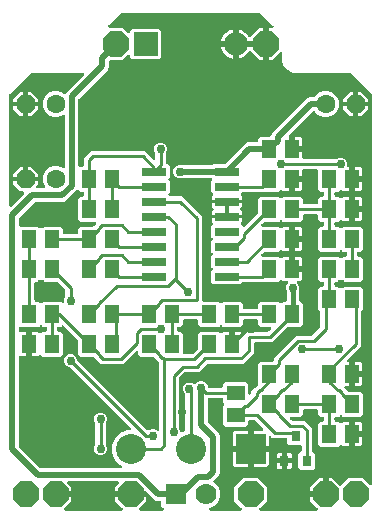
<source format=gbr>
G04 EAGLE Gerber RS-274X export*
G75*
%MOMM*%
%FSLAX34Y34*%
%LPD*%
%INBottom Copper*%
%IPPOS*%
%AMOC8*
5,1,8,0,0,1.08239X$1,22.5*%
G01*
%ADD10P,2.336880X8X22.500000*%
%ADD11R,1.300000X1.500000*%
%ADD12P,1.732040X8X202.500000*%
%ADD13C,1.600200*%
%ADD14P,1.732040X8X22.500000*%
%ADD15C,1.778000*%
%ADD16R,1.778000X1.778000*%
%ADD17C,2.000000*%
%ADD18R,2.000000X2.000000*%
%ADD19R,2.032000X0.660400*%
%ADD20R,2.540000X2.540000*%
%ADD21C,2.540000*%
%ADD22R,0.800000X0.900000*%
%ADD23R,1.500000X1.300000*%
%ADD24C,0.756400*%
%ADD25C,0.254000*%
%ADD26C,0.508000*%

G36*
X207365Y11448D02*
X207365Y11448D01*
X207503Y11461D01*
X207523Y11468D01*
X207543Y11471D01*
X207672Y11522D01*
X207803Y11569D01*
X207820Y11580D01*
X207838Y11588D01*
X207951Y11669D01*
X208066Y11747D01*
X208079Y11763D01*
X208096Y11774D01*
X208184Y11882D01*
X208276Y11986D01*
X208286Y12004D01*
X208298Y12019D01*
X208358Y12145D01*
X208421Y12269D01*
X208425Y12289D01*
X208434Y12307D01*
X208460Y12443D01*
X208491Y12579D01*
X208490Y12600D01*
X208494Y12619D01*
X208485Y12758D01*
X208481Y12897D01*
X208475Y12917D01*
X208474Y12937D01*
X208431Y13069D01*
X208393Y13203D01*
X208382Y13220D01*
X208376Y13239D01*
X208301Y13357D01*
X208231Y13477D01*
X208212Y13498D01*
X208206Y13508D01*
X208191Y13522D01*
X208125Y13597D01*
X202056Y19666D01*
X202056Y31134D01*
X210166Y39244D01*
X221634Y39244D01*
X229744Y31134D01*
X229744Y19666D01*
X223675Y13597D01*
X223590Y13488D01*
X223502Y13381D01*
X223493Y13362D01*
X223480Y13346D01*
X223425Y13218D01*
X223366Y13093D01*
X223362Y13073D01*
X223354Y13054D01*
X223332Y12916D01*
X223306Y12780D01*
X223307Y12760D01*
X223304Y12740D01*
X223317Y12601D01*
X223326Y12463D01*
X223332Y12444D01*
X223334Y12424D01*
X223381Y12292D01*
X223424Y12161D01*
X223435Y12143D01*
X223442Y12124D01*
X223520Y12009D01*
X223594Y11892D01*
X223609Y11878D01*
X223620Y11861D01*
X223725Y11769D01*
X223826Y11674D01*
X223843Y11664D01*
X223859Y11651D01*
X223983Y11587D01*
X224104Y11520D01*
X224124Y11515D01*
X224142Y11506D01*
X224278Y11476D01*
X224412Y11441D01*
X224440Y11439D01*
X224452Y11436D01*
X224473Y11437D01*
X224573Y11431D01*
X271445Y11431D01*
X271583Y11448D01*
X271722Y11461D01*
X271741Y11468D01*
X271761Y11471D01*
X271890Y11522D01*
X272021Y11569D01*
X272038Y11580D01*
X272057Y11588D01*
X272169Y11669D01*
X272284Y11747D01*
X272298Y11763D01*
X272314Y11774D01*
X272403Y11882D01*
X272495Y11986D01*
X272504Y12004D01*
X272517Y12019D01*
X272576Y12145D01*
X272639Y12269D01*
X272644Y12289D01*
X272652Y12307D01*
X272678Y12443D01*
X272709Y12579D01*
X272708Y12600D01*
X272712Y12619D01*
X272704Y12758D01*
X272699Y12897D01*
X272694Y12917D01*
X272692Y12937D01*
X272650Y13069D01*
X272611Y13203D01*
X272601Y13220D01*
X272594Y13239D01*
X272520Y13357D01*
X272449Y13477D01*
X272431Y13498D01*
X272424Y13508D01*
X272409Y13522D01*
X272343Y13597D01*
X266064Y19876D01*
X266064Y22861D01*
X278130Y22861D01*
X278248Y22876D01*
X278367Y22883D01*
X278405Y22896D01*
X278445Y22901D01*
X278556Y22944D01*
X278669Y22981D01*
X278703Y23003D01*
X278741Y23018D01*
X278837Y23088D01*
X278938Y23151D01*
X278966Y23181D01*
X278998Y23204D01*
X279074Y23296D01*
X279156Y23383D01*
X279175Y23418D01*
X279201Y23449D01*
X279252Y23557D01*
X279309Y23661D01*
X279320Y23701D01*
X279337Y23737D01*
X279359Y23854D01*
X279389Y23969D01*
X279393Y24030D01*
X279397Y24050D01*
X279395Y24070D01*
X279399Y24130D01*
X279399Y25401D01*
X280670Y25401D01*
X280788Y25416D01*
X280907Y25423D01*
X280945Y25436D01*
X280985Y25441D01*
X281096Y25485D01*
X281209Y25521D01*
X281244Y25543D01*
X281281Y25558D01*
X281377Y25628D01*
X281478Y25691D01*
X281506Y25721D01*
X281539Y25745D01*
X281614Y25836D01*
X281696Y25923D01*
X281716Y25958D01*
X281741Y25990D01*
X281792Y26097D01*
X281850Y26202D01*
X281860Y26241D01*
X281877Y26277D01*
X281899Y26394D01*
X281929Y26509D01*
X281933Y26570D01*
X281937Y26590D01*
X281935Y26610D01*
X281939Y26670D01*
X281939Y38736D01*
X284924Y38736D01*
X290843Y32816D01*
X290937Y32743D01*
X291027Y32664D01*
X291063Y32646D01*
X291095Y32621D01*
X291204Y32574D01*
X291310Y32520D01*
X291349Y32511D01*
X291386Y32495D01*
X291504Y32476D01*
X291620Y32450D01*
X291660Y32451D01*
X291701Y32445D01*
X291819Y32456D01*
X291938Y32460D01*
X291977Y32471D01*
X292017Y32475D01*
X292129Y32515D01*
X292244Y32548D01*
X292278Y32569D01*
X292316Y32583D01*
X292415Y32650D01*
X292517Y32710D01*
X292563Y32750D01*
X292580Y32761D01*
X292593Y32776D01*
X292638Y32816D01*
X299066Y39244D01*
X310534Y39244D01*
X316603Y33175D01*
X316712Y33090D01*
X316819Y33002D01*
X316838Y32993D01*
X316854Y32980D01*
X316982Y32925D01*
X317107Y32866D01*
X317127Y32862D01*
X317146Y32854D01*
X317284Y32832D01*
X317420Y32806D01*
X317440Y32807D01*
X317460Y32804D01*
X317599Y32817D01*
X317737Y32826D01*
X317756Y32832D01*
X317776Y32834D01*
X317908Y32881D01*
X318039Y32924D01*
X318057Y32935D01*
X318076Y32942D01*
X318191Y33020D01*
X318308Y33094D01*
X318322Y33109D01*
X318339Y33120D01*
X318431Y33225D01*
X318526Y33326D01*
X318536Y33343D01*
X318549Y33359D01*
X318613Y33483D01*
X318680Y33604D01*
X318685Y33624D01*
X318694Y33642D01*
X318724Y33778D01*
X318759Y33912D01*
X318761Y33940D01*
X318764Y33952D01*
X318763Y33973D01*
X318769Y34073D01*
X318769Y363039D01*
X318757Y363138D01*
X318754Y363237D01*
X318737Y363295D01*
X318729Y363355D01*
X318693Y363447D01*
X318665Y363542D01*
X318635Y363594D01*
X318612Y363651D01*
X318554Y363731D01*
X318504Y363816D01*
X318438Y363892D01*
X318426Y363908D01*
X318416Y363916D01*
X318398Y363937D01*
X300437Y381898D01*
X300359Y381958D01*
X300287Y382026D01*
X300234Y382055D01*
X300186Y382092D01*
X300095Y382132D01*
X300008Y382180D01*
X299950Y382195D01*
X299894Y382219D01*
X299796Y382234D01*
X299700Y382259D01*
X299600Y382265D01*
X299580Y382269D01*
X299567Y382267D01*
X299539Y382269D01*
X251726Y382269D01*
X247525Y384009D01*
X244309Y387225D01*
X242569Y391426D01*
X242569Y398445D01*
X242552Y398583D01*
X242539Y398722D01*
X242532Y398741D01*
X242529Y398761D01*
X242478Y398890D01*
X242431Y399021D01*
X242420Y399038D01*
X242412Y399057D01*
X242331Y399169D01*
X242253Y399284D01*
X242237Y399298D01*
X242226Y399314D01*
X242118Y399403D01*
X242014Y399495D01*
X241996Y399504D01*
X241981Y399517D01*
X241855Y399576D01*
X241731Y399639D01*
X241711Y399644D01*
X241693Y399652D01*
X241557Y399678D01*
X241421Y399709D01*
X241400Y399708D01*
X241381Y399712D01*
X241242Y399704D01*
X241103Y399699D01*
X241083Y399694D01*
X241063Y399692D01*
X240931Y399650D01*
X240797Y399611D01*
X240780Y399601D01*
X240761Y399594D01*
X240643Y399520D01*
X240523Y399449D01*
X240502Y399431D01*
X240492Y399424D01*
X240478Y399409D01*
X240403Y399343D01*
X234124Y393064D01*
X231139Y393064D01*
X231139Y405130D01*
X231124Y405248D01*
X231117Y405367D01*
X231104Y405405D01*
X231099Y405445D01*
X231056Y405556D01*
X231019Y405669D01*
X230997Y405703D01*
X230982Y405741D01*
X230912Y405837D01*
X230849Y405938D01*
X230819Y405966D01*
X230795Y405998D01*
X230704Y406074D01*
X230617Y406156D01*
X230582Y406175D01*
X230551Y406201D01*
X230443Y406252D01*
X230339Y406309D01*
X230299Y406320D01*
X230263Y406337D01*
X230146Y406359D01*
X230031Y406389D01*
X229970Y406393D01*
X229950Y406397D01*
X229930Y406395D01*
X229870Y406399D01*
X228599Y406399D01*
X228599Y406401D01*
X229870Y406401D01*
X229988Y406416D01*
X230107Y406423D01*
X230145Y406436D01*
X230185Y406441D01*
X230296Y406485D01*
X230409Y406521D01*
X230444Y406543D01*
X230481Y406558D01*
X230577Y406628D01*
X230678Y406691D01*
X230706Y406721D01*
X230739Y406745D01*
X230814Y406836D01*
X230896Y406923D01*
X230916Y406958D01*
X230941Y406990D01*
X230992Y407097D01*
X231050Y407202D01*
X231060Y407241D01*
X231077Y407277D01*
X231099Y407394D01*
X231129Y407509D01*
X231133Y407570D01*
X231137Y407590D01*
X231135Y407610D01*
X231139Y407670D01*
X231139Y419736D01*
X234135Y419736D01*
X234272Y419753D01*
X234411Y419766D01*
X234430Y419773D01*
X234450Y419776D01*
X234579Y419827D01*
X234710Y419874D01*
X234727Y419885D01*
X234746Y419893D01*
X234858Y419974D01*
X234973Y420052D01*
X234987Y420068D01*
X235003Y420079D01*
X235092Y420187D01*
X235184Y420291D01*
X235193Y420309D01*
X235206Y420324D01*
X235265Y420450D01*
X235328Y420574D01*
X235333Y420594D01*
X235341Y420612D01*
X235368Y420748D01*
X235398Y420884D01*
X235397Y420905D01*
X235401Y420924D01*
X235393Y421063D01*
X235388Y421202D01*
X235383Y421222D01*
X235381Y421242D01*
X235339Y421374D01*
X235300Y421508D01*
X235290Y421525D01*
X235283Y421544D01*
X235209Y421662D01*
X235138Y421782D01*
X235120Y421803D01*
X235113Y421813D01*
X235098Y421827D01*
X235032Y421902D01*
X224237Y432698D01*
X224159Y432758D01*
X224087Y432826D01*
X224034Y432855D01*
X223986Y432892D01*
X223895Y432932D01*
X223808Y432980D01*
X223750Y432995D01*
X223694Y433019D01*
X223596Y433034D01*
X223500Y433059D01*
X223400Y433065D01*
X223380Y433069D01*
X223367Y433067D01*
X223339Y433069D01*
X106861Y433069D01*
X106762Y433057D01*
X106663Y433054D01*
X106605Y433037D01*
X106545Y433029D01*
X106453Y432993D01*
X106358Y432965D01*
X106306Y432935D01*
X106249Y432912D01*
X106169Y432854D01*
X106084Y432804D01*
X106008Y432738D01*
X105992Y432726D01*
X105984Y432716D01*
X105963Y432698D01*
X95676Y422410D01*
X95591Y422301D01*
X95502Y422194D01*
X95493Y422175D01*
X95481Y422159D01*
X95426Y422031D01*
X95367Y421906D01*
X95363Y421886D01*
X95355Y421867D01*
X95333Y421729D01*
X95307Y421593D01*
X95308Y421573D01*
X95305Y421553D01*
X95318Y421414D01*
X95327Y421276D01*
X95333Y421257D01*
X95335Y421237D01*
X95382Y421105D01*
X95425Y420974D01*
X95435Y420956D01*
X95442Y420937D01*
X95520Y420822D01*
X95595Y420705D01*
X95609Y420691D01*
X95621Y420674D01*
X95725Y420582D01*
X95826Y420487D01*
X95844Y420477D01*
X95859Y420464D01*
X95983Y420400D01*
X96105Y420333D01*
X96124Y420328D01*
X96142Y420319D01*
X96278Y420289D01*
X96413Y420254D01*
X96441Y420252D01*
X96453Y420249D01*
X96473Y420250D01*
X96573Y420244D01*
X107334Y420244D01*
X111785Y415793D01*
X111894Y415708D01*
X112001Y415620D01*
X112020Y415611D01*
X112036Y415598D01*
X112164Y415543D01*
X112289Y415484D01*
X112309Y415480D01*
X112328Y415472D01*
X112466Y415450D01*
X112602Y415424D01*
X112622Y415425D01*
X112642Y415422D01*
X112781Y415435D01*
X112919Y415444D01*
X112938Y415450D01*
X112958Y415452D01*
X113090Y415499D01*
X113221Y415542D01*
X113239Y415553D01*
X113258Y415560D01*
X113373Y415638D01*
X113490Y415712D01*
X113504Y415727D01*
X113521Y415738D01*
X113613Y415843D01*
X113708Y415944D01*
X113718Y415961D01*
X113731Y415977D01*
X113795Y416101D01*
X113862Y416222D01*
X113867Y416242D01*
X113876Y416260D01*
X113906Y416396D01*
X113941Y416530D01*
X113943Y416558D01*
X113946Y416570D01*
X113945Y416591D01*
X113951Y416691D01*
X113951Y417663D01*
X115737Y419449D01*
X138263Y419449D01*
X140049Y417663D01*
X140049Y395137D01*
X138263Y393351D01*
X115737Y393351D01*
X113951Y395137D01*
X113951Y396109D01*
X113934Y396247D01*
X113921Y396385D01*
X113914Y396405D01*
X113911Y396425D01*
X113860Y396554D01*
X113813Y396685D01*
X113802Y396702D01*
X113794Y396720D01*
X113713Y396833D01*
X113635Y396948D01*
X113619Y396961D01*
X113608Y396978D01*
X113500Y397066D01*
X113396Y397158D01*
X113378Y397168D01*
X113363Y397180D01*
X113237Y397240D01*
X113113Y397303D01*
X113093Y397307D01*
X113075Y397316D01*
X112939Y397342D01*
X112803Y397373D01*
X112782Y397372D01*
X112763Y397376D01*
X112624Y397367D01*
X112485Y397363D01*
X112465Y397357D01*
X112445Y397356D01*
X112313Y397313D01*
X112179Y397275D01*
X112162Y397264D01*
X112143Y397258D01*
X112025Y397183D01*
X111905Y397113D01*
X111884Y397094D01*
X111874Y397088D01*
X111860Y397073D01*
X111785Y397007D01*
X107334Y392556D01*
X97028Y392556D01*
X96910Y392541D01*
X96791Y392534D01*
X96753Y392521D01*
X96712Y392516D01*
X96602Y392473D01*
X96489Y392436D01*
X96454Y392414D01*
X96417Y392399D01*
X96321Y392330D01*
X96220Y392266D01*
X96192Y392236D01*
X96159Y392213D01*
X96083Y392121D01*
X96002Y392034D01*
X95982Y391999D01*
X95957Y391968D01*
X95906Y391860D01*
X95848Y391756D01*
X95838Y391716D01*
X95821Y391680D01*
X95799Y391563D01*
X95769Y391448D01*
X95765Y391388D01*
X95761Y391368D01*
X95763Y391347D01*
X95759Y391287D01*
X95759Y386802D01*
X94908Y384748D01*
X70349Y360189D01*
X70289Y360111D01*
X70221Y360039D01*
X70192Y359986D01*
X70155Y359938D01*
X70115Y359847D01*
X70067Y359760D01*
X70052Y359702D01*
X70028Y359646D01*
X70013Y359548D01*
X69988Y359452D01*
X69982Y359352D01*
X69978Y359332D01*
X69980Y359320D01*
X69978Y359292D01*
X69978Y303918D01*
X69993Y303800D01*
X70000Y303681D01*
X70013Y303643D01*
X70018Y303602D01*
X70061Y303492D01*
X70098Y303379D01*
X70120Y303344D01*
X70135Y303307D01*
X70204Y303211D01*
X70268Y303110D01*
X70298Y303082D01*
X70321Y303049D01*
X70413Y302973D01*
X70500Y302892D01*
X70535Y302872D01*
X70566Y302847D01*
X70674Y302796D01*
X70778Y302738D01*
X70818Y302728D01*
X70854Y302711D01*
X70971Y302689D01*
X71086Y302659D01*
X71146Y302655D01*
X71166Y302651D01*
X71187Y302653D01*
X71247Y302649D01*
X73812Y302649D01*
X73930Y302664D01*
X74049Y302671D01*
X74087Y302684D01*
X74128Y302689D01*
X74238Y302732D01*
X74351Y302769D01*
X74386Y302791D01*
X74423Y302806D01*
X74519Y302875D01*
X74620Y302939D01*
X74648Y302969D01*
X74681Y302992D01*
X74757Y303084D01*
X74838Y303171D01*
X74858Y303206D01*
X74883Y303237D01*
X74934Y303345D01*
X74992Y303449D01*
X75002Y303489D01*
X75019Y303525D01*
X75041Y303642D01*
X75071Y303757D01*
X75075Y303817D01*
X75079Y303837D01*
X75077Y303858D01*
X75081Y303918D01*
X75081Y309789D01*
X80987Y315695D01*
X126419Y315695D01*
X133215Y308900D01*
X133324Y308814D01*
X133431Y308726D01*
X133450Y308717D01*
X133466Y308705D01*
X133594Y308649D01*
X133719Y308590D01*
X133739Y308586D01*
X133758Y308578D01*
X133896Y308556D01*
X134032Y308530D01*
X134052Y308532D01*
X134072Y308529D01*
X134211Y308542D01*
X134349Y308550D01*
X134368Y308556D01*
X134388Y308558D01*
X134520Y308606D01*
X134651Y308648D01*
X134669Y308659D01*
X134688Y308666D01*
X134803Y308744D01*
X134920Y308818D01*
X134934Y308833D01*
X134951Y308845D01*
X135043Y308949D01*
X135138Y309050D01*
X135148Y309068D01*
X135161Y309083D01*
X135225Y309207D01*
X135292Y309329D01*
X135297Y309348D01*
X135306Y309366D01*
X135336Y309502D01*
X135371Y309636D01*
X135373Y309665D01*
X135376Y309676D01*
X135375Y309697D01*
X135381Y309797D01*
X135381Y313807D01*
X135380Y313816D01*
X135381Y313825D01*
X135360Y313974D01*
X135341Y314122D01*
X135338Y314131D01*
X135337Y314140D01*
X135285Y314292D01*
X134393Y316444D01*
X134393Y318556D01*
X135201Y320506D01*
X136694Y321999D01*
X138644Y322807D01*
X140756Y322807D01*
X142706Y321999D01*
X144199Y320506D01*
X145007Y318556D01*
X145007Y316444D01*
X144115Y314292D01*
X144113Y314283D01*
X144108Y314275D01*
X144071Y314130D01*
X144031Y313986D01*
X144031Y313976D01*
X144029Y313967D01*
X144019Y313807D01*
X144019Y306070D01*
X144034Y305952D01*
X144041Y305833D01*
X144054Y305795D01*
X144059Y305754D01*
X144102Y305644D01*
X144139Y305531D01*
X144161Y305496D01*
X144176Y305459D01*
X144245Y305363D01*
X144309Y305262D01*
X144339Y305234D01*
X144362Y305201D01*
X144454Y305125D01*
X144541Y305044D01*
X144576Y305024D01*
X144607Y304999D01*
X144715Y304948D01*
X144819Y304890D01*
X144859Y304880D01*
X144895Y304863D01*
X145012Y304841D01*
X145127Y304811D01*
X145187Y304807D01*
X145207Y304803D01*
X145228Y304805D01*
X145288Y304801D01*
X145789Y304801D01*
X147575Y303015D01*
X147575Y293885D01*
X146687Y292997D01*
X146614Y292903D01*
X146535Y292814D01*
X146517Y292778D01*
X146492Y292746D01*
X146445Y292637D01*
X146391Y292531D01*
X146382Y292492D01*
X146366Y292454D01*
X146347Y292337D01*
X146321Y292221D01*
X146322Y292180D01*
X146316Y292140D01*
X146327Y292022D01*
X146331Y291903D01*
X146342Y291864D01*
X146346Y291824D01*
X146386Y291712D01*
X146419Y291597D01*
X146440Y291562D01*
X146453Y291524D01*
X146520Y291426D01*
X146581Y291323D01*
X146620Y291278D01*
X146632Y291261D01*
X146647Y291248D01*
X146687Y291202D01*
X147575Y290315D01*
X147575Y281185D01*
X146687Y280297D01*
X146614Y280203D01*
X146535Y280114D01*
X146517Y280078D01*
X146492Y280046D01*
X146445Y279937D01*
X146391Y279831D01*
X146382Y279792D01*
X146366Y279754D01*
X146347Y279637D01*
X146321Y279521D01*
X146322Y279480D01*
X146316Y279440D01*
X146327Y279322D01*
X146331Y279203D01*
X146342Y279164D01*
X146346Y279124D01*
X146386Y279012D01*
X146419Y278897D01*
X146440Y278862D01*
X146453Y278824D01*
X146520Y278726D01*
X146581Y278623D01*
X146620Y278578D01*
X146632Y278561D01*
X146647Y278548D01*
X146687Y278502D01*
X147449Y277740D01*
X147527Y277680D01*
X147599Y277612D01*
X147653Y277583D01*
X147700Y277546D01*
X147791Y277506D01*
X147878Y277458D01*
X147937Y277443D01*
X147992Y277419D01*
X148090Y277404D01*
X148186Y277379D01*
X148286Y277373D01*
X148306Y277369D01*
X148319Y277371D01*
X148347Y277369D01*
X157999Y277369D01*
X174499Y260869D01*
X174499Y189618D01*
X174514Y189500D01*
X174521Y189381D01*
X174534Y189343D01*
X174539Y189302D01*
X174582Y189192D01*
X174619Y189079D01*
X174641Y189044D01*
X174656Y189007D01*
X174725Y188911D01*
X174789Y188810D01*
X174819Y188782D01*
X174842Y188749D01*
X174934Y188673D01*
X175021Y188592D01*
X175056Y188572D01*
X175087Y188547D01*
X175195Y188496D01*
X175299Y188438D01*
X175339Y188428D01*
X175375Y188411D01*
X175492Y188389D01*
X175607Y188359D01*
X175667Y188355D01*
X175687Y188351D01*
X175708Y188353D01*
X175768Y188349D01*
X188763Y188349D01*
X189602Y187509D01*
X189696Y187436D01*
X189786Y187357D01*
X189822Y187339D01*
X189854Y187314D01*
X189963Y187267D01*
X190069Y187213D01*
X190108Y187204D01*
X190146Y187188D01*
X190263Y187169D01*
X190379Y187143D01*
X190420Y187144D01*
X190460Y187138D01*
X190578Y187149D01*
X190697Y187153D01*
X190736Y187164D01*
X190776Y187168D01*
X190889Y187208D01*
X191003Y187241D01*
X191037Y187262D01*
X191076Y187275D01*
X191174Y187342D01*
X191277Y187403D01*
X191322Y187443D01*
X191339Y187454D01*
X191352Y187469D01*
X191397Y187509D01*
X192237Y188349D01*
X207763Y188349D01*
X209549Y186563D01*
X209549Y183388D01*
X209564Y183270D01*
X209571Y183151D01*
X209584Y183113D01*
X209589Y183072D01*
X209632Y182962D01*
X209669Y182849D01*
X209691Y182814D01*
X209706Y182777D01*
X209775Y182681D01*
X209839Y182580D01*
X209869Y182552D01*
X209892Y182519D01*
X209984Y182443D01*
X210071Y182362D01*
X210106Y182342D01*
X210137Y182317D01*
X210245Y182266D01*
X210349Y182208D01*
X210389Y182198D01*
X210425Y182181D01*
X210542Y182159D01*
X210657Y182129D01*
X210717Y182125D01*
X210737Y182121D01*
X210758Y182123D01*
X210818Y182119D01*
X220982Y182119D01*
X221100Y182134D01*
X221219Y182141D01*
X221257Y182154D01*
X221298Y182159D01*
X221408Y182202D01*
X221521Y182239D01*
X221556Y182261D01*
X221593Y182276D01*
X221689Y182345D01*
X221790Y182409D01*
X221818Y182439D01*
X221851Y182462D01*
X221927Y182554D01*
X222008Y182641D01*
X222028Y182676D01*
X222053Y182707D01*
X222104Y182815D01*
X222162Y182919D01*
X222172Y182959D01*
X222189Y182995D01*
X222211Y183112D01*
X222241Y183227D01*
X222245Y183287D01*
X222249Y183307D01*
X222247Y183328D01*
X222251Y183388D01*
X222251Y186563D01*
X224037Y188349D01*
X239563Y188349D01*
X240403Y187509D01*
X240497Y187436D01*
X240586Y187357D01*
X240622Y187339D01*
X240654Y187314D01*
X240763Y187267D01*
X240869Y187213D01*
X240908Y187204D01*
X240946Y187188D01*
X241063Y187169D01*
X241179Y187143D01*
X241220Y187144D01*
X241260Y187138D01*
X241378Y187149D01*
X241497Y187153D01*
X241536Y187164D01*
X241576Y187168D01*
X241688Y187208D01*
X241803Y187241D01*
X241838Y187262D01*
X241876Y187275D01*
X241974Y187342D01*
X242077Y187403D01*
X242122Y187442D01*
X242139Y187454D01*
X242152Y187469D01*
X242198Y187509D01*
X243037Y188349D01*
X245212Y188349D01*
X245330Y188364D01*
X245449Y188371D01*
X245487Y188384D01*
X245528Y188389D01*
X245638Y188432D01*
X245751Y188469D01*
X245786Y188491D01*
X245823Y188506D01*
X245919Y188575D01*
X246020Y188639D01*
X246048Y188669D01*
X246081Y188692D01*
X246157Y188784D01*
X246238Y188871D01*
X246258Y188906D01*
X246283Y188937D01*
X246334Y189045D01*
X246392Y189149D01*
X246402Y189189D01*
X246419Y189225D01*
X246441Y189342D01*
X246471Y189457D01*
X246475Y189517D01*
X246479Y189537D01*
X246477Y189558D01*
X246481Y189618D01*
X246481Y197950D01*
X246480Y197959D01*
X246481Y197969D01*
X246460Y198117D01*
X246441Y198266D01*
X246438Y198274D01*
X246437Y198283D01*
X246385Y198436D01*
X246153Y198994D01*
X246153Y201106D01*
X246961Y203056D01*
X247598Y203693D01*
X247683Y203802D01*
X247772Y203909D01*
X247780Y203928D01*
X247793Y203944D01*
X247848Y204072D01*
X247907Y204197D01*
X247911Y204217D01*
X247919Y204236D01*
X247941Y204374D01*
X247967Y204510D01*
X247966Y204530D01*
X247969Y204550D01*
X247956Y204689D01*
X247947Y204827D01*
X247941Y204846D01*
X247939Y204866D01*
X247892Y204998D01*
X247849Y205129D01*
X247838Y205147D01*
X247831Y205166D01*
X247753Y205281D01*
X247679Y205398D01*
X247664Y205412D01*
X247653Y205429D01*
X247549Y205521D01*
X247447Y205616D01*
X247430Y205626D01*
X247414Y205639D01*
X247291Y205702D01*
X247169Y205770D01*
X247149Y205775D01*
X247131Y205784D01*
X246995Y205814D01*
X246861Y205849D01*
X246833Y205851D01*
X246821Y205854D01*
X246800Y205853D01*
X246700Y205859D01*
X243966Y205859D01*
X243319Y206032D01*
X242740Y206367D01*
X242557Y206550D01*
X242469Y206618D01*
X242433Y206652D01*
X242425Y206657D01*
X242373Y206702D01*
X242337Y206720D01*
X242305Y206745D01*
X242196Y206792D01*
X242090Y206847D01*
X242051Y206855D01*
X242014Y206871D01*
X241896Y206890D01*
X241780Y206916D01*
X241739Y206915D01*
X241699Y206921D01*
X241581Y206910D01*
X241462Y206907D01*
X241423Y206895D01*
X241383Y206891D01*
X241271Y206851D01*
X241156Y206818D01*
X241122Y206798D01*
X241084Y206784D01*
X240985Y206717D01*
X240883Y206657D01*
X240837Y206617D01*
X240820Y206605D01*
X240807Y206590D01*
X240762Y206550D01*
X239563Y205351D01*
X227885Y205351D01*
X227786Y205339D01*
X227687Y205336D01*
X227629Y205319D01*
X227569Y205311D01*
X227477Y205275D01*
X227382Y205247D01*
X227354Y205231D01*
X209815Y205231D01*
X209716Y205219D01*
X209617Y205216D01*
X209559Y205199D01*
X209499Y205191D01*
X209407Y205155D01*
X209312Y205127D01*
X209260Y205097D01*
X209203Y205074D01*
X209123Y205016D01*
X209038Y204966D01*
X208963Y204900D01*
X208946Y204888D01*
X208938Y204878D01*
X208917Y204860D01*
X207257Y203199D01*
X184411Y203199D01*
X182625Y204985D01*
X182625Y214115D01*
X183513Y215003D01*
X183586Y215097D01*
X183665Y215186D01*
X183683Y215222D01*
X183708Y215254D01*
X183755Y215363D01*
X183809Y215469D01*
X183818Y215508D01*
X183834Y215546D01*
X183853Y215663D01*
X183879Y215779D01*
X183878Y215820D01*
X183884Y215860D01*
X183873Y215978D01*
X183869Y216097D01*
X183858Y216136D01*
X183854Y216176D01*
X183814Y216288D01*
X183781Y216403D01*
X183760Y216438D01*
X183747Y216476D01*
X183680Y216574D01*
X183619Y216677D01*
X183580Y216722D01*
X183568Y216739D01*
X183553Y216752D01*
X183513Y216798D01*
X182625Y217685D01*
X182625Y226815D01*
X183513Y227703D01*
X183586Y227797D01*
X183665Y227886D01*
X183683Y227922D01*
X183708Y227954D01*
X183755Y228063D01*
X183809Y228169D01*
X183818Y228208D01*
X183834Y228246D01*
X183853Y228363D01*
X183879Y228479D01*
X183878Y228520D01*
X183884Y228560D01*
X183873Y228678D01*
X183869Y228797D01*
X183858Y228836D01*
X183854Y228876D01*
X183814Y228988D01*
X183781Y229103D01*
X183760Y229138D01*
X183747Y229176D01*
X183680Y229274D01*
X183619Y229377D01*
X183580Y229422D01*
X183568Y229439D01*
X183553Y229452D01*
X183513Y229498D01*
X182625Y230385D01*
X182625Y239515D01*
X183513Y240403D01*
X183586Y240497D01*
X183665Y240586D01*
X183683Y240622D01*
X183708Y240654D01*
X183755Y240763D01*
X183809Y240869D01*
X183818Y240908D01*
X183834Y240946D01*
X183853Y241063D01*
X183879Y241179D01*
X183878Y241220D01*
X183884Y241260D01*
X183873Y241378D01*
X183869Y241497D01*
X183858Y241536D01*
X183854Y241576D01*
X183814Y241688D01*
X183781Y241803D01*
X183760Y241838D01*
X183747Y241876D01*
X183680Y241974D01*
X183619Y242077D01*
X183580Y242122D01*
X183568Y242139D01*
X183553Y242152D01*
X183513Y242198D01*
X182625Y243085D01*
X182625Y252215D01*
X183872Y253462D01*
X183945Y253556D01*
X184024Y253645D01*
X184042Y253681D01*
X184067Y253713D01*
X184114Y253822D01*
X184169Y253928D01*
X184177Y253968D01*
X184193Y254005D01*
X184212Y254123D01*
X184238Y254239D01*
X184237Y254279D01*
X184243Y254319D01*
X184232Y254438D01*
X184228Y254557D01*
X184217Y254595D01*
X184213Y254636D01*
X184173Y254748D01*
X184140Y254862D01*
X184120Y254897D01*
X184106Y254935D01*
X184039Y255033D01*
X183979Y255136D01*
X183939Y255181D01*
X183927Y255198D01*
X183912Y255212D01*
X183872Y255257D01*
X183641Y255488D01*
X183306Y256067D01*
X183133Y256714D01*
X183133Y258700D01*
X195453Y258700D01*
X195571Y258715D01*
X195690Y258722D01*
X195728Y258734D01*
X195768Y258740D01*
X195824Y258762D01*
X195939Y258740D01*
X196055Y258710D01*
X196115Y258706D01*
X196135Y258702D01*
X196155Y258704D01*
X196215Y258700D01*
X208535Y258700D01*
X208535Y256714D01*
X208362Y256067D01*
X208027Y255488D01*
X207796Y255257D01*
X207723Y255163D01*
X207644Y255073D01*
X207626Y255037D01*
X207601Y255005D01*
X207554Y254896D01*
X207499Y254790D01*
X207491Y254751D01*
X207475Y254714D01*
X207456Y254596D01*
X207430Y254480D01*
X207431Y254439D01*
X207425Y254400D01*
X207436Y254281D01*
X207439Y254162D01*
X207451Y254123D01*
X207455Y254083D01*
X207495Y253971D01*
X207528Y253857D01*
X207548Y253822D01*
X207562Y253784D01*
X207629Y253685D01*
X207689Y253583D01*
X207729Y253537D01*
X207741Y253521D01*
X207756Y253507D01*
X207796Y253462D01*
X209227Y252030D01*
X209322Y251957D01*
X209411Y251878D01*
X209447Y251860D01*
X209479Y251835D01*
X209588Y251788D01*
X209694Y251734D01*
X209733Y251725D01*
X209771Y251709D01*
X209888Y251690D01*
X210004Y251664D01*
X210045Y251665D01*
X210085Y251659D01*
X210203Y251670D01*
X210322Y251674D01*
X210361Y251685D01*
X210401Y251689D01*
X210514Y251729D01*
X210628Y251762D01*
X210662Y251783D01*
X210701Y251796D01*
X210799Y251863D01*
X210902Y251924D01*
X210947Y251964D01*
X210964Y251975D01*
X210977Y251990D01*
X211022Y252030D01*
X221880Y262887D01*
X221940Y262965D01*
X222008Y263037D01*
X222037Y263090D01*
X222074Y263138D01*
X222114Y263229D01*
X222162Y263316D01*
X222177Y263375D01*
X222201Y263430D01*
X222216Y263528D01*
X222241Y263624D01*
X222247Y263724D01*
X222251Y263744D01*
X222249Y263757D01*
X222251Y263785D01*
X222251Y275463D01*
X224037Y277249D01*
X239563Y277249D01*
X240402Y276409D01*
X240496Y276336D01*
X240586Y276257D01*
X240622Y276239D01*
X240654Y276214D01*
X240763Y276167D01*
X240869Y276113D01*
X240908Y276104D01*
X240946Y276088D01*
X241063Y276069D01*
X241179Y276043D01*
X241220Y276044D01*
X241260Y276038D01*
X241378Y276049D01*
X241497Y276053D01*
X241536Y276064D01*
X241576Y276068D01*
X241689Y276108D01*
X241803Y276141D01*
X241837Y276162D01*
X241876Y276175D01*
X241974Y276242D01*
X242077Y276303D01*
X242122Y276343D01*
X242139Y276354D01*
X242152Y276369D01*
X242197Y276409D01*
X243037Y277249D01*
X258563Y277249D01*
X260349Y275463D01*
X260349Y272288D01*
X260364Y272170D01*
X260371Y272051D01*
X260384Y272013D01*
X260389Y271972D01*
X260432Y271862D01*
X260469Y271749D01*
X260491Y271714D01*
X260506Y271677D01*
X260575Y271581D01*
X260639Y271480D01*
X260669Y271452D01*
X260692Y271419D01*
X260784Y271343D01*
X260871Y271262D01*
X260906Y271242D01*
X260937Y271217D01*
X261045Y271166D01*
X261149Y271108D01*
X261189Y271098D01*
X261225Y271081D01*
X261342Y271059D01*
X261457Y271029D01*
X261517Y271025D01*
X261537Y271021D01*
X261558Y271023D01*
X261618Y271019D01*
X271782Y271019D01*
X271900Y271034D01*
X272019Y271041D01*
X272057Y271054D01*
X272098Y271059D01*
X272208Y271102D01*
X272321Y271139D01*
X272356Y271161D01*
X272393Y271176D01*
X272489Y271245D01*
X272590Y271309D01*
X272618Y271339D01*
X272651Y271362D01*
X272727Y271454D01*
X272808Y271541D01*
X272828Y271576D01*
X272853Y271607D01*
X272904Y271715D01*
X272962Y271819D01*
X272972Y271859D01*
X272989Y271895D01*
X273011Y272012D01*
X273041Y272127D01*
X273045Y272187D01*
X273049Y272207D01*
X273047Y272228D01*
X273051Y272288D01*
X273051Y275463D01*
X274837Y277249D01*
X277012Y277249D01*
X277130Y277264D01*
X277249Y277271D01*
X277287Y277284D01*
X277328Y277289D01*
X277438Y277332D01*
X277551Y277369D01*
X277586Y277391D01*
X277623Y277406D01*
X277719Y277475D01*
X277820Y277539D01*
X277848Y277569D01*
X277881Y277592D01*
X277957Y277684D01*
X278038Y277771D01*
X278058Y277806D01*
X278083Y277837D01*
X278134Y277945D01*
X278192Y278049D01*
X278202Y278089D01*
X278219Y278125D01*
X278241Y278242D01*
X278271Y278357D01*
X278275Y278417D01*
X278279Y278437D01*
X278277Y278458D01*
X278281Y278518D01*
X278281Y280282D01*
X278266Y280400D01*
X278259Y280519D01*
X278246Y280557D01*
X278241Y280598D01*
X278198Y280708D01*
X278161Y280821D01*
X278139Y280856D01*
X278124Y280893D01*
X278055Y280989D01*
X277991Y281090D01*
X277961Y281118D01*
X277938Y281151D01*
X277846Y281227D01*
X277759Y281308D01*
X277724Y281328D01*
X277693Y281353D01*
X277585Y281404D01*
X277481Y281462D01*
X277441Y281472D01*
X277405Y281489D01*
X277288Y281511D01*
X277173Y281541D01*
X277113Y281545D01*
X277093Y281549D01*
X277072Y281547D01*
X277012Y281551D01*
X274837Y281551D01*
X273051Y283337D01*
X273051Y299212D01*
X273036Y299330D01*
X273029Y299449D01*
X273016Y299487D01*
X273011Y299528D01*
X272968Y299638D01*
X272931Y299751D01*
X272909Y299786D01*
X272894Y299823D01*
X272825Y299919D01*
X272761Y300020D01*
X272731Y300048D01*
X272708Y300081D01*
X272616Y300157D01*
X272529Y300238D01*
X272494Y300258D01*
X272463Y300283D01*
X272355Y300334D01*
X272251Y300392D01*
X272211Y300402D01*
X272175Y300419D01*
X272058Y300441D01*
X271943Y300471D01*
X271883Y300475D01*
X271863Y300479D01*
X271842Y300477D01*
X271782Y300481D01*
X261110Y300481D01*
X260992Y300466D01*
X260873Y300459D01*
X260835Y300446D01*
X260794Y300441D01*
X260684Y300398D01*
X260571Y300361D01*
X260536Y300339D01*
X260499Y300324D01*
X260403Y300255D01*
X260302Y300191D01*
X260274Y300161D01*
X260241Y300138D01*
X260165Y300046D01*
X260084Y299959D01*
X260064Y299924D01*
X260039Y299893D01*
X259988Y299785D01*
X259930Y299681D01*
X259920Y299641D01*
X259903Y299605D01*
X259881Y299488D01*
X259851Y299373D01*
X259847Y299313D01*
X259843Y299293D01*
X259845Y299272D01*
X259841Y299212D01*
X259841Y294639D01*
X252070Y294639D01*
X251952Y294624D01*
X251833Y294617D01*
X251795Y294604D01*
X251755Y294599D01*
X251644Y294555D01*
X251531Y294519D01*
X251496Y294497D01*
X251459Y294482D01*
X251363Y294412D01*
X251262Y294349D01*
X251234Y294319D01*
X251202Y294295D01*
X251126Y294204D01*
X251044Y294117D01*
X251025Y294082D01*
X250999Y294050D01*
X250948Y293943D01*
X250891Y293839D01*
X250880Y293799D01*
X250863Y293763D01*
X250841Y293646D01*
X250811Y293531D01*
X250807Y293470D01*
X250803Y293450D01*
X250805Y293430D01*
X250801Y293370D01*
X250801Y292099D01*
X249530Y292099D01*
X249412Y292084D01*
X249293Y292077D01*
X249255Y292064D01*
X249215Y292059D01*
X249104Y292015D01*
X248991Y291979D01*
X248956Y291957D01*
X248919Y291942D01*
X248823Y291872D01*
X248722Y291809D01*
X248694Y291779D01*
X248661Y291755D01*
X248586Y291664D01*
X248504Y291577D01*
X248484Y291542D01*
X248459Y291510D01*
X248408Y291403D01*
X248350Y291299D01*
X248340Y291259D01*
X248323Y291223D01*
X248301Y291106D01*
X248271Y290991D01*
X248267Y290930D01*
X248263Y290910D01*
X248265Y290890D01*
X248261Y290830D01*
X248261Y282059D01*
X243966Y282059D01*
X243319Y282232D01*
X242740Y282567D01*
X242557Y282750D01*
X242463Y282823D01*
X242373Y282902D01*
X242337Y282920D01*
X242306Y282945D01*
X242196Y282992D01*
X242090Y283047D01*
X242051Y283055D01*
X242014Y283071D01*
X241896Y283090D01*
X241780Y283116D01*
X241739Y283115D01*
X241700Y283121D01*
X241581Y283110D01*
X241462Y283107D01*
X241423Y283095D01*
X241383Y283091D01*
X241271Y283051D01*
X241157Y283018D01*
X241122Y282998D01*
X241084Y282984D01*
X240985Y282917D01*
X240883Y282857D01*
X240837Y282817D01*
X240821Y282805D01*
X240807Y282790D01*
X240762Y282750D01*
X239563Y281551D01*
X227885Y281551D01*
X227786Y281539D01*
X227687Y281536D01*
X227629Y281519D01*
X227569Y281511D01*
X227477Y281475D01*
X227382Y281447D01*
X227354Y281431D01*
X209815Y281431D01*
X209716Y281419D01*
X209617Y281416D01*
X209559Y281399D01*
X209499Y281391D01*
X209407Y281355D01*
X209312Y281327D01*
X209260Y281297D01*
X209203Y281274D01*
X209123Y281216D01*
X209038Y281166D01*
X208962Y281100D01*
X208946Y281088D01*
X208938Y281078D01*
X208917Y281060D01*
X207796Y279938D01*
X207723Y279844D01*
X207644Y279755D01*
X207626Y279719D01*
X207601Y279687D01*
X207554Y279578D01*
X207499Y279472D01*
X207491Y279432D01*
X207475Y279395D01*
X207456Y279277D01*
X207430Y279161D01*
X207431Y279121D01*
X207425Y279081D01*
X207436Y278962D01*
X207439Y278844D01*
X207451Y278805D01*
X207455Y278764D01*
X207495Y278652D01*
X207528Y278538D01*
X207548Y278503D01*
X207562Y278465D01*
X207629Y278367D01*
X207689Y278264D01*
X207729Y278219D01*
X207741Y278202D01*
X207756Y278189D01*
X207796Y278143D01*
X208027Y277912D01*
X208362Y277333D01*
X208535Y276686D01*
X208535Y274700D01*
X196215Y274700D01*
X196097Y274685D01*
X195978Y274678D01*
X195940Y274665D01*
X195900Y274660D01*
X195844Y274638D01*
X195729Y274660D01*
X195613Y274690D01*
X195553Y274694D01*
X195533Y274698D01*
X195513Y274696D01*
X195453Y274700D01*
X183133Y274700D01*
X183133Y276686D01*
X183306Y277333D01*
X183641Y277912D01*
X183872Y278143D01*
X183945Y278237D01*
X184024Y278327D01*
X184042Y278363D01*
X184067Y278395D01*
X184114Y278504D01*
X184169Y278610D01*
X184177Y278649D01*
X184193Y278686D01*
X184212Y278804D01*
X184238Y278920D01*
X184237Y278961D01*
X184243Y279001D01*
X184232Y279119D01*
X184229Y279238D01*
X184217Y279277D01*
X184213Y279317D01*
X184173Y279429D01*
X184140Y279544D01*
X184120Y279578D01*
X184106Y279616D01*
X184039Y279715D01*
X183979Y279817D01*
X183939Y279863D01*
X183927Y279880D01*
X183912Y279893D01*
X183872Y279938D01*
X182625Y281185D01*
X182625Y290315D01*
X183005Y290695D01*
X183090Y290804D01*
X183179Y290911D01*
X183187Y290930D01*
X183200Y290946D01*
X183255Y291074D01*
X183314Y291199D01*
X183318Y291219D01*
X183326Y291238D01*
X183348Y291376D01*
X183374Y291512D01*
X183373Y291532D01*
X183376Y291552D01*
X183363Y291691D01*
X183354Y291829D01*
X183348Y291848D01*
X183346Y291868D01*
X183299Y291999D01*
X183256Y292131D01*
X183246Y292149D01*
X183239Y292168D01*
X183161Y292282D01*
X183086Y292400D01*
X183071Y292414D01*
X183060Y292431D01*
X182956Y292523D01*
X182855Y292618D01*
X182837Y292628D01*
X182822Y292641D01*
X182698Y292704D01*
X182576Y292772D01*
X182557Y292777D01*
X182538Y292786D01*
X182403Y292816D01*
X182268Y292851D01*
X182240Y292853D01*
X182228Y292856D01*
X182208Y292855D01*
X182107Y292861D01*
X155098Y292861D01*
X153044Y293712D01*
X151472Y295284D01*
X150621Y297338D01*
X150621Y299562D01*
X151472Y301616D01*
X153044Y303188D01*
X155098Y304039D01*
X183123Y304039D01*
X183222Y304051D01*
X183321Y304054D01*
X183379Y304071D01*
X183439Y304079D01*
X183531Y304115D01*
X183626Y304143D01*
X183678Y304173D01*
X183735Y304196D01*
X183815Y304254D01*
X183900Y304304D01*
X183975Y304370D01*
X183992Y304382D01*
X184000Y304392D01*
X184021Y304411D01*
X184411Y304801D01*
X193755Y304801D01*
X193854Y304813D01*
X193953Y304816D01*
X194011Y304833D01*
X194071Y304841D01*
X194163Y304877D01*
X194258Y304905D01*
X194310Y304935D01*
X194367Y304958D01*
X194447Y305016D01*
X194532Y305066D01*
X194607Y305132D01*
X194624Y305144D01*
X194632Y305154D01*
X194653Y305172D01*
X211718Y322238D01*
X213772Y323089D01*
X220982Y323089D01*
X221100Y323104D01*
X221219Y323111D01*
X221257Y323124D01*
X221298Y323129D01*
X221408Y323172D01*
X221521Y323209D01*
X221556Y323231D01*
X221593Y323246D01*
X221689Y323315D01*
X221790Y323379D01*
X221818Y323409D01*
X221851Y323432D01*
X221927Y323524D01*
X222008Y323611D01*
X222028Y323646D01*
X222053Y323677D01*
X222104Y323785D01*
X222162Y323889D01*
X222172Y323929D01*
X222189Y323965D01*
X222211Y324082D01*
X222241Y324197D01*
X222245Y324257D01*
X222249Y324277D01*
X222247Y324298D01*
X222251Y324358D01*
X222251Y326263D01*
X224037Y328049D01*
X232119Y328049D01*
X232148Y328052D01*
X232178Y328050D01*
X232306Y328072D01*
X232434Y328089D01*
X232462Y328099D01*
X232491Y328104D01*
X232609Y328158D01*
X232730Y328206D01*
X232754Y328223D01*
X232781Y328235D01*
X232882Y328316D01*
X232987Y328392D01*
X233006Y328415D01*
X233029Y328434D01*
X233107Y328537D01*
X233190Y328637D01*
X233203Y328664D01*
X233221Y328688D01*
X233291Y328832D01*
X233974Y330480D01*
X263832Y360338D01*
X265886Y361189D01*
X268907Y361189D01*
X268936Y361192D01*
X268966Y361190D01*
X269093Y361212D01*
X269222Y361229D01*
X269250Y361239D01*
X269279Y361245D01*
X269397Y361298D01*
X269518Y361346D01*
X269542Y361363D01*
X269569Y361375D01*
X269670Y361456D01*
X269775Y361532D01*
X269794Y361555D01*
X269817Y361574D01*
X269895Y361678D01*
X269978Y361777D01*
X269991Y361804D01*
X270009Y361828D01*
X270016Y361842D01*
X273141Y364968D01*
X277202Y366650D01*
X281598Y366650D01*
X285659Y364968D01*
X288768Y361859D01*
X290450Y357798D01*
X290450Y353402D01*
X288768Y349341D01*
X285659Y346232D01*
X281598Y344550D01*
X277202Y344550D01*
X273141Y346232D01*
X270235Y349139D01*
X270141Y349212D01*
X270051Y349290D01*
X270015Y349309D01*
X269983Y349334D01*
X269874Y349381D01*
X269768Y349435D01*
X269729Y349444D01*
X269692Y349460D01*
X269574Y349479D01*
X269458Y349505D01*
X269417Y349503D01*
X269377Y349510D01*
X269259Y349499D01*
X269140Y349495D01*
X269101Y349484D01*
X269061Y349480D01*
X268949Y349440D01*
X268834Y349407D01*
X268800Y349386D01*
X268762Y349372D01*
X268663Y349306D01*
X268561Y349245D01*
X268515Y349205D01*
X268498Y349194D01*
X268485Y349179D01*
X268440Y349139D01*
X248633Y329332D01*
X248572Y329253D01*
X248504Y329181D01*
X248475Y329128D01*
X248438Y329080D01*
X248398Y328989D01*
X248350Y328903D01*
X248335Y328844D01*
X248311Y328788D01*
X248296Y328690D01*
X248271Y328595D01*
X248265Y328495D01*
X248261Y328474D01*
X248263Y328462D01*
X248261Y328434D01*
X248261Y318770D01*
X248276Y318652D01*
X248283Y318533D01*
X248296Y318495D01*
X248301Y318455D01*
X248344Y318344D01*
X248381Y318231D01*
X248403Y318196D01*
X248418Y318159D01*
X248488Y318063D01*
X248551Y317962D01*
X248581Y317934D01*
X248605Y317902D01*
X248696Y317826D01*
X248783Y317744D01*
X248818Y317725D01*
X248849Y317699D01*
X248957Y317648D01*
X249061Y317591D01*
X249101Y317580D01*
X249137Y317563D01*
X249254Y317541D01*
X249369Y317511D01*
X249430Y317507D01*
X249450Y317503D01*
X249470Y317505D01*
X249530Y317501D01*
X250801Y317501D01*
X250801Y316230D01*
X250816Y316112D01*
X250823Y315993D01*
X250836Y315955D01*
X250841Y315915D01*
X250885Y315804D01*
X250921Y315691D01*
X250943Y315656D01*
X250958Y315619D01*
X251028Y315523D01*
X251091Y315422D01*
X251121Y315394D01*
X251145Y315361D01*
X251236Y315286D01*
X251323Y315204D01*
X251358Y315184D01*
X251390Y315159D01*
X251497Y315108D01*
X251601Y315050D01*
X251641Y315040D01*
X251677Y315023D01*
X251794Y315001D01*
X251909Y314971D01*
X251970Y314967D01*
X251990Y314963D01*
X252010Y314965D01*
X252070Y314961D01*
X259841Y314961D01*
X259841Y310388D01*
X259856Y310270D01*
X259863Y310151D01*
X259876Y310113D01*
X259881Y310072D01*
X259924Y309962D01*
X259961Y309849D01*
X259983Y309814D01*
X259998Y309777D01*
X260067Y309681D01*
X260131Y309580D01*
X260161Y309552D01*
X260184Y309519D01*
X260276Y309443D01*
X260363Y309362D01*
X260398Y309342D01*
X260429Y309317D01*
X260537Y309266D01*
X260641Y309208D01*
X260681Y309198D01*
X260717Y309181D01*
X260834Y309159D01*
X260949Y309129D01*
X261009Y309125D01*
X261029Y309121D01*
X261050Y309123D01*
X261110Y309119D01*
X288407Y309119D01*
X288416Y309120D01*
X288425Y309119D01*
X288574Y309140D01*
X288722Y309159D01*
X288731Y309162D01*
X288740Y309163D01*
X288892Y309215D01*
X291044Y310107D01*
X293156Y310107D01*
X295106Y309299D01*
X296599Y307806D01*
X297407Y305856D01*
X297407Y303667D01*
X297385Y303589D01*
X297385Y303539D01*
X297375Y303490D01*
X297382Y303381D01*
X297380Y303271D01*
X297392Y303223D01*
X297395Y303173D01*
X297429Y303069D01*
X297454Y302962D01*
X297478Y302918D01*
X297493Y302871D01*
X297552Y302778D01*
X297603Y302681D01*
X297637Y302644D01*
X297663Y302602D01*
X297743Y302527D01*
X297817Y302445D01*
X297859Y302418D01*
X297895Y302384D01*
X297991Y302331D01*
X298083Y302271D01*
X298130Y302254D01*
X298173Y302230D01*
X298279Y302203D01*
X298383Y302167D01*
X298433Y302163D01*
X298481Y302151D01*
X298642Y302141D01*
X299061Y302141D01*
X299061Y293370D01*
X299076Y293252D01*
X299083Y293133D01*
X299096Y293095D01*
X299101Y293055D01*
X299144Y292944D01*
X299181Y292831D01*
X299203Y292796D01*
X299218Y292759D01*
X299288Y292663D01*
X299351Y292562D01*
X299381Y292534D01*
X299405Y292502D01*
X299496Y292426D01*
X299583Y292344D01*
X299618Y292325D01*
X299649Y292299D01*
X299757Y292248D01*
X299861Y292191D01*
X299901Y292180D01*
X299937Y292163D01*
X300054Y292141D01*
X300169Y292111D01*
X300230Y292107D01*
X300250Y292103D01*
X300270Y292105D01*
X300330Y292101D01*
X301601Y292101D01*
X301601Y292099D01*
X300330Y292099D01*
X300212Y292084D01*
X300093Y292077D01*
X300055Y292064D01*
X300015Y292059D01*
X299904Y292015D01*
X299791Y291979D01*
X299756Y291957D01*
X299719Y291942D01*
X299623Y291872D01*
X299522Y291809D01*
X299494Y291779D01*
X299461Y291755D01*
X299386Y291664D01*
X299304Y291577D01*
X299284Y291542D01*
X299259Y291510D01*
X299208Y291403D01*
X299150Y291299D01*
X299140Y291259D01*
X299123Y291223D01*
X299101Y291106D01*
X299071Y290991D01*
X299067Y290930D01*
X299063Y290910D01*
X299065Y290890D01*
X299061Y290830D01*
X299061Y282059D01*
X294766Y282059D01*
X294119Y282232D01*
X293540Y282567D01*
X293357Y282750D01*
X293263Y282823D01*
X293173Y282902D01*
X293137Y282920D01*
X293106Y282945D01*
X292996Y282992D01*
X292890Y283047D01*
X292851Y283055D01*
X292814Y283071D01*
X292696Y283090D01*
X292580Y283116D01*
X292539Y283115D01*
X292500Y283121D01*
X292381Y283110D01*
X292262Y283107D01*
X292223Y283095D01*
X292183Y283091D01*
X292071Y283051D01*
X291957Y283018D01*
X291922Y282998D01*
X291884Y282984D01*
X291785Y282917D01*
X291683Y282857D01*
X291637Y282817D01*
X291621Y282805D01*
X291607Y282790D01*
X291562Y282750D01*
X290363Y281551D01*
X288188Y281551D01*
X288070Y281536D01*
X287951Y281529D01*
X287913Y281516D01*
X287872Y281511D01*
X287762Y281468D01*
X287649Y281431D01*
X287614Y281409D01*
X287577Y281394D01*
X287481Y281325D01*
X287380Y281261D01*
X287352Y281231D01*
X287319Y281208D01*
X287243Y281116D01*
X287162Y281029D01*
X287142Y280994D01*
X287117Y280963D01*
X287066Y280855D01*
X287008Y280751D01*
X286998Y280711D01*
X286981Y280675D01*
X286959Y280558D01*
X286929Y280443D01*
X286925Y280383D01*
X286921Y280363D01*
X286923Y280342D01*
X286919Y280282D01*
X286919Y278518D01*
X286934Y278400D01*
X286941Y278281D01*
X286954Y278243D01*
X286959Y278202D01*
X287002Y278092D01*
X287039Y277979D01*
X287061Y277944D01*
X287076Y277907D01*
X287145Y277811D01*
X287209Y277710D01*
X287239Y277682D01*
X287262Y277649D01*
X287354Y277573D01*
X287441Y277492D01*
X287476Y277472D01*
X287507Y277447D01*
X287615Y277396D01*
X287719Y277338D01*
X287759Y277328D01*
X287795Y277311D01*
X287912Y277289D01*
X288027Y277259D01*
X288087Y277255D01*
X288107Y277251D01*
X288128Y277253D01*
X288188Y277249D01*
X290363Y277249D01*
X291562Y276050D01*
X291656Y275977D01*
X291745Y275898D01*
X291781Y275880D01*
X291813Y275855D01*
X291922Y275808D01*
X292028Y275753D01*
X292068Y275745D01*
X292105Y275729D01*
X292223Y275710D01*
X292339Y275684D01*
X292379Y275685D01*
X292419Y275679D01*
X292538Y275690D01*
X292657Y275694D01*
X292695Y275705D01*
X292736Y275709D01*
X292848Y275749D01*
X292962Y275782D01*
X292997Y275802D01*
X293035Y275816D01*
X293133Y275883D01*
X293236Y275943D01*
X293281Y275983D01*
X293298Y275995D01*
X293312Y276010D01*
X293357Y276050D01*
X293540Y276233D01*
X294119Y276568D01*
X294766Y276741D01*
X299061Y276741D01*
X299061Y267970D01*
X299076Y267852D01*
X299083Y267733D01*
X299096Y267695D01*
X299101Y267655D01*
X299144Y267544D01*
X299181Y267431D01*
X299203Y267396D01*
X299218Y267359D01*
X299288Y267263D01*
X299351Y267162D01*
X299381Y267134D01*
X299405Y267102D01*
X299496Y267026D01*
X299583Y266944D01*
X299618Y266925D01*
X299649Y266899D01*
X299757Y266848D01*
X299861Y266791D01*
X299901Y266780D01*
X299937Y266763D01*
X300054Y266741D01*
X300169Y266711D01*
X300230Y266707D01*
X300250Y266703D01*
X300270Y266705D01*
X300330Y266701D01*
X301601Y266701D01*
X301601Y266699D01*
X300330Y266699D01*
X300212Y266684D01*
X300093Y266677D01*
X300055Y266664D01*
X300015Y266659D01*
X299904Y266615D01*
X299791Y266579D01*
X299756Y266557D01*
X299719Y266542D01*
X299623Y266472D01*
X299522Y266409D01*
X299494Y266379D01*
X299461Y266355D01*
X299386Y266264D01*
X299304Y266177D01*
X299284Y266142D01*
X299259Y266110D01*
X299208Y266003D01*
X299150Y265899D01*
X299140Y265859D01*
X299123Y265823D01*
X299101Y265706D01*
X299071Y265591D01*
X299067Y265530D01*
X299063Y265510D01*
X299065Y265490D01*
X299061Y265430D01*
X299061Y256659D01*
X294766Y256659D01*
X294119Y256832D01*
X293540Y257167D01*
X293357Y257350D01*
X293263Y257423D01*
X293173Y257502D01*
X293137Y257520D01*
X293106Y257545D01*
X292996Y257592D01*
X292890Y257647D01*
X292851Y257655D01*
X292814Y257671D01*
X292696Y257690D01*
X292580Y257716D01*
X292539Y257715D01*
X292500Y257721D01*
X292381Y257710D01*
X292262Y257707D01*
X292223Y257695D01*
X292183Y257691D01*
X292071Y257651D01*
X291957Y257618D01*
X291922Y257598D01*
X291884Y257584D01*
X291785Y257517D01*
X291683Y257457D01*
X291637Y257417D01*
X291621Y257405D01*
X291607Y257390D01*
X291562Y257350D01*
X290363Y256151D01*
X288188Y256151D01*
X288070Y256136D01*
X287951Y256129D01*
X287913Y256116D01*
X287872Y256111D01*
X287762Y256068D01*
X287649Y256031D01*
X287614Y256009D01*
X287577Y255994D01*
X287481Y255925D01*
X287380Y255861D01*
X287352Y255831D01*
X287319Y255808D01*
X287243Y255716D01*
X287162Y255629D01*
X287142Y255594D01*
X287117Y255563D01*
X287066Y255455D01*
X287008Y255351D01*
X286998Y255311D01*
X286981Y255275D01*
X286959Y255158D01*
X286929Y255043D01*
X286925Y254983D01*
X286921Y254963D01*
X286923Y254942D01*
X286919Y254882D01*
X286919Y253118D01*
X286934Y253000D01*
X286941Y252881D01*
X286954Y252843D01*
X286959Y252802D01*
X287002Y252692D01*
X287039Y252579D01*
X287061Y252544D01*
X287076Y252507D01*
X287145Y252411D01*
X287209Y252310D01*
X287239Y252282D01*
X287262Y252249D01*
X287354Y252173D01*
X287441Y252092D01*
X287476Y252072D01*
X287507Y252047D01*
X287615Y251996D01*
X287719Y251938D01*
X287759Y251928D01*
X287795Y251911D01*
X287912Y251889D01*
X288027Y251859D01*
X288087Y251855D01*
X288107Y251851D01*
X288128Y251853D01*
X288188Y251849D01*
X290363Y251849D01*
X291202Y251009D01*
X291296Y250936D01*
X291386Y250857D01*
X291422Y250839D01*
X291454Y250814D01*
X291563Y250767D01*
X291669Y250713D01*
X291708Y250704D01*
X291746Y250688D01*
X291863Y250669D01*
X291979Y250643D01*
X292020Y250644D01*
X292060Y250638D01*
X292178Y250649D01*
X292297Y250653D01*
X292336Y250664D01*
X292376Y250668D01*
X292489Y250708D01*
X292603Y250741D01*
X292637Y250762D01*
X292676Y250775D01*
X292774Y250842D01*
X292877Y250903D01*
X292922Y250943D01*
X292939Y250954D01*
X292952Y250969D01*
X292997Y251009D01*
X293837Y251849D01*
X309363Y251849D01*
X311149Y250063D01*
X311149Y232537D01*
X309363Y230751D01*
X307188Y230751D01*
X307070Y230736D01*
X306951Y230729D01*
X306913Y230716D01*
X306872Y230711D01*
X306762Y230668D01*
X306649Y230631D01*
X306614Y230609D01*
X306577Y230594D01*
X306481Y230525D01*
X306380Y230461D01*
X306352Y230431D01*
X306319Y230408D01*
X306243Y230316D01*
X306162Y230229D01*
X306142Y230194D01*
X306117Y230163D01*
X306066Y230055D01*
X306008Y229951D01*
X305998Y229911D01*
X305981Y229875D01*
X305959Y229758D01*
X305929Y229643D01*
X305925Y229583D01*
X305921Y229563D01*
X305923Y229542D01*
X305919Y229482D01*
X305919Y227718D01*
X305934Y227600D01*
X305941Y227481D01*
X305954Y227443D01*
X305959Y227402D01*
X306002Y227292D01*
X306039Y227179D01*
X306061Y227144D01*
X306076Y227107D01*
X306145Y227011D01*
X306209Y226910D01*
X306239Y226882D01*
X306262Y226849D01*
X306354Y226773D01*
X306441Y226692D01*
X306476Y226672D01*
X306507Y226647D01*
X306615Y226596D01*
X306719Y226538D01*
X306759Y226528D01*
X306795Y226511D01*
X306912Y226489D01*
X307027Y226459D01*
X307087Y226455D01*
X307107Y226451D01*
X307128Y226453D01*
X307188Y226449D01*
X309363Y226449D01*
X311149Y224663D01*
X311149Y207137D01*
X309363Y205351D01*
X293837Y205351D01*
X292997Y206191D01*
X292903Y206264D01*
X292814Y206343D01*
X292778Y206361D01*
X292746Y206386D01*
X292637Y206433D01*
X292531Y206487D01*
X292492Y206496D01*
X292454Y206512D01*
X292337Y206531D01*
X292221Y206557D01*
X292180Y206556D01*
X292140Y206562D01*
X292022Y206551D01*
X291903Y206547D01*
X291864Y206536D01*
X291824Y206532D01*
X291712Y206492D01*
X291597Y206459D01*
X291562Y206438D01*
X291524Y206425D01*
X291426Y206358D01*
X291323Y206297D01*
X291278Y206258D01*
X291261Y206246D01*
X291248Y206231D01*
X291202Y206191D01*
X290363Y205351D01*
X288188Y205351D01*
X288070Y205336D01*
X287951Y205329D01*
X287913Y205316D01*
X287872Y205311D01*
X287762Y205268D01*
X287649Y205231D01*
X287614Y205209D01*
X287577Y205194D01*
X287481Y205125D01*
X287380Y205061D01*
X287352Y205031D01*
X287319Y205008D01*
X287243Y204916D01*
X287162Y204829D01*
X287142Y204794D01*
X287117Y204763D01*
X287066Y204655D01*
X287008Y204551D01*
X286998Y204511D01*
X286981Y204475D01*
X286959Y204358D01*
X286929Y204243D01*
X286925Y204183D01*
X286921Y204163D01*
X286923Y204142D01*
X286919Y204082D01*
X286919Y202318D01*
X286934Y202200D01*
X286941Y202081D01*
X286954Y202043D01*
X286959Y202002D01*
X287002Y201892D01*
X287039Y201779D01*
X287061Y201744D01*
X287076Y201707D01*
X287145Y201611D01*
X287209Y201510D01*
X287239Y201482D01*
X287262Y201449D01*
X287354Y201373D01*
X287441Y201292D01*
X287476Y201272D01*
X287507Y201247D01*
X287615Y201196D01*
X287719Y201138D01*
X287759Y201128D01*
X287795Y201111D01*
X287912Y201089D01*
X288027Y201059D01*
X288087Y201055D01*
X288107Y201051D01*
X288128Y201053D01*
X288188Y201049D01*
X290363Y201049D01*
X291203Y200209D01*
X291297Y200136D01*
X291386Y200057D01*
X291422Y200039D01*
X291454Y200014D01*
X291563Y199967D01*
X291669Y199913D01*
X291708Y199904D01*
X291746Y199888D01*
X291863Y199869D01*
X291979Y199843D01*
X292020Y199844D01*
X292060Y199838D01*
X292178Y199849D01*
X292297Y199853D01*
X292336Y199864D01*
X292376Y199868D01*
X292488Y199908D01*
X292603Y199941D01*
X292638Y199962D01*
X292676Y199975D01*
X292774Y200042D01*
X292877Y200103D01*
X292922Y200142D01*
X292939Y200154D01*
X292952Y200169D01*
X292998Y200209D01*
X293837Y201049D01*
X309363Y201049D01*
X311149Y199263D01*
X311149Y181737D01*
X309490Y180079D01*
X309430Y180001D01*
X309362Y179929D01*
X309333Y179876D01*
X309296Y179828D01*
X309256Y179737D01*
X309208Y179650D01*
X309193Y179591D01*
X309169Y179536D01*
X309154Y179438D01*
X309129Y179342D01*
X309123Y179242D01*
X309119Y179222D01*
X309121Y179209D01*
X309119Y179181D01*
X309119Y150611D01*
X306217Y147710D01*
X297715Y139207D01*
X297630Y139098D01*
X297541Y138991D01*
X297533Y138972D01*
X297520Y138956D01*
X297465Y138828D01*
X297406Y138703D01*
X297402Y138683D01*
X297394Y138664D01*
X297372Y138526D01*
X297346Y138390D01*
X297347Y138370D01*
X297344Y138350D01*
X297357Y138211D01*
X297366Y138073D01*
X297372Y138054D01*
X297374Y138034D01*
X297421Y137902D01*
X297464Y137771D01*
X297474Y137753D01*
X297481Y137734D01*
X297559Y137619D01*
X297634Y137502D01*
X297649Y137488D01*
X297660Y137471D01*
X297764Y137379D01*
X297865Y137284D01*
X297883Y137274D01*
X297898Y137261D01*
X298022Y137197D01*
X298144Y137130D01*
X298164Y137125D01*
X298182Y137116D01*
X298317Y137086D01*
X298452Y137051D01*
X298480Y137049D01*
X298492Y137046D01*
X298512Y137047D01*
X298613Y137041D01*
X299061Y137041D01*
X299061Y128270D01*
X299076Y128152D01*
X299083Y128033D01*
X299096Y127995D01*
X299101Y127955D01*
X299144Y127844D01*
X299181Y127731D01*
X299203Y127696D01*
X299218Y127659D01*
X299288Y127563D01*
X299351Y127462D01*
X299381Y127434D01*
X299405Y127402D01*
X299496Y127326D01*
X299583Y127244D01*
X299618Y127225D01*
X299649Y127199D01*
X299757Y127148D01*
X299861Y127091D01*
X299901Y127080D01*
X299937Y127063D01*
X300054Y127041D01*
X300169Y127011D01*
X300230Y127007D01*
X300250Y127003D01*
X300270Y127005D01*
X300330Y127001D01*
X301601Y127001D01*
X301601Y126999D01*
X300330Y126999D01*
X300212Y126984D01*
X300093Y126977D01*
X300055Y126964D01*
X300015Y126959D01*
X299904Y126915D01*
X299791Y126879D01*
X299756Y126857D01*
X299719Y126842D01*
X299623Y126772D01*
X299522Y126709D01*
X299494Y126679D01*
X299461Y126655D01*
X299386Y126564D01*
X299304Y126477D01*
X299284Y126442D01*
X299259Y126410D01*
X299208Y126303D01*
X299150Y126199D01*
X299140Y126159D01*
X299123Y126123D01*
X299101Y126006D01*
X299071Y125891D01*
X299067Y125830D01*
X299063Y125810D01*
X299065Y125790D01*
X299061Y125730D01*
X299061Y116959D01*
X296519Y116959D01*
X296382Y116942D01*
X296243Y116929D01*
X296224Y116922D01*
X296204Y116919D01*
X296075Y116868D01*
X295944Y116821D01*
X295927Y116810D01*
X295908Y116802D01*
X295795Y116721D01*
X295680Y116643D01*
X295667Y116627D01*
X295651Y116616D01*
X295562Y116508D01*
X295470Y116404D01*
X295461Y116386D01*
X295448Y116371D01*
X295388Y116245D01*
X295325Y116121D01*
X295321Y116101D01*
X295312Y116083D01*
X295286Y115946D01*
X295256Y115811D01*
X295256Y115790D01*
X295252Y115771D01*
X295261Y115632D01*
X295265Y115493D01*
X295271Y115473D01*
X295272Y115453D01*
X295315Y115321D01*
X295354Y115187D01*
X295364Y115170D01*
X295370Y115151D01*
X295445Y115033D01*
X295515Y114913D01*
X295534Y114892D01*
X295540Y114882D01*
X295555Y114868D01*
X295622Y114793D01*
X297894Y112520D01*
X297972Y112460D01*
X298044Y112392D01*
X298097Y112363D01*
X298145Y112326D01*
X298236Y112286D01*
X298323Y112238D01*
X298381Y112223D01*
X298437Y112199D01*
X298535Y112184D01*
X298631Y112159D01*
X298731Y112153D01*
X298751Y112149D01*
X298763Y112151D01*
X298791Y112149D01*
X309363Y112149D01*
X311149Y110363D01*
X311149Y92837D01*
X309363Y91051D01*
X293837Y91051D01*
X292997Y91891D01*
X292903Y91964D01*
X292814Y92043D01*
X292778Y92061D01*
X292746Y92086D01*
X292637Y92133D01*
X292531Y92187D01*
X292492Y92196D01*
X292454Y92212D01*
X292337Y92231D01*
X292221Y92257D01*
X292180Y92256D01*
X292140Y92262D01*
X292022Y92251D01*
X291903Y92247D01*
X291864Y92236D01*
X291824Y92232D01*
X291712Y92192D01*
X291597Y92159D01*
X291562Y92138D01*
X291524Y92125D01*
X291426Y92058D01*
X291323Y91997D01*
X291278Y91958D01*
X291261Y91946D01*
X291248Y91931D01*
X291202Y91891D01*
X290363Y91051D01*
X288188Y91051D01*
X288070Y91036D01*
X287951Y91029D01*
X287913Y91016D01*
X287872Y91011D01*
X287762Y90968D01*
X287649Y90931D01*
X287614Y90909D01*
X287577Y90894D01*
X287481Y90825D01*
X287380Y90761D01*
X287352Y90731D01*
X287319Y90708D01*
X287243Y90616D01*
X287162Y90529D01*
X287142Y90494D01*
X287117Y90463D01*
X287066Y90355D01*
X287008Y90251D01*
X286998Y90211D01*
X286981Y90175D01*
X286959Y90058D01*
X286929Y89943D01*
X286925Y89883D01*
X286921Y89863D01*
X286923Y89842D01*
X286919Y89782D01*
X286919Y88018D01*
X286934Y87900D01*
X286941Y87781D01*
X286954Y87743D01*
X286959Y87702D01*
X287002Y87592D01*
X287039Y87479D01*
X287061Y87444D01*
X287076Y87407D01*
X287145Y87311D01*
X287209Y87210D01*
X287239Y87182D01*
X287262Y87149D01*
X287354Y87073D01*
X287441Y86992D01*
X287476Y86972D01*
X287507Y86947D01*
X287615Y86896D01*
X287719Y86838D01*
X287759Y86828D01*
X287795Y86811D01*
X287912Y86789D01*
X288027Y86759D01*
X288087Y86755D01*
X288107Y86751D01*
X288128Y86753D01*
X288188Y86749D01*
X290363Y86749D01*
X291562Y85550D01*
X291656Y85477D01*
X291745Y85398D01*
X291781Y85380D01*
X291813Y85355D01*
X291922Y85308D01*
X292028Y85253D01*
X292068Y85245D01*
X292105Y85229D01*
X292223Y85210D01*
X292339Y85184D01*
X292379Y85185D01*
X292419Y85179D01*
X292538Y85190D01*
X292657Y85194D01*
X292695Y85205D01*
X292736Y85209D01*
X292848Y85249D01*
X292962Y85282D01*
X292997Y85302D01*
X293035Y85316D01*
X293133Y85383D01*
X293236Y85443D01*
X293281Y85483D01*
X293298Y85495D01*
X293312Y85510D01*
X293357Y85550D01*
X293540Y85733D01*
X294119Y86068D01*
X294766Y86241D01*
X299061Y86241D01*
X299061Y77470D01*
X299076Y77352D01*
X299083Y77233D01*
X299096Y77195D01*
X299101Y77155D01*
X299144Y77044D01*
X299181Y76931D01*
X299203Y76896D01*
X299218Y76859D01*
X299288Y76763D01*
X299351Y76662D01*
X299381Y76634D01*
X299405Y76602D01*
X299496Y76526D01*
X299583Y76444D01*
X299618Y76425D01*
X299649Y76399D01*
X299757Y76348D01*
X299861Y76291D01*
X299901Y76280D01*
X299937Y76263D01*
X300054Y76241D01*
X300169Y76211D01*
X300230Y76207D01*
X300250Y76203D01*
X300270Y76205D01*
X300330Y76201D01*
X301601Y76201D01*
X301601Y76199D01*
X300330Y76199D01*
X300212Y76184D01*
X300093Y76177D01*
X300055Y76164D01*
X300015Y76159D01*
X299904Y76115D01*
X299791Y76079D01*
X299756Y76057D01*
X299719Y76042D01*
X299623Y75972D01*
X299522Y75909D01*
X299494Y75879D01*
X299461Y75855D01*
X299386Y75764D01*
X299304Y75677D01*
X299284Y75642D01*
X299259Y75610D01*
X299208Y75503D01*
X299150Y75399D01*
X299140Y75359D01*
X299123Y75323D01*
X299101Y75206D01*
X299071Y75091D01*
X299067Y75030D01*
X299063Y75010D01*
X299065Y74990D01*
X299064Y74976D01*
X299063Y74974D01*
X299063Y74972D01*
X299061Y74930D01*
X299061Y66159D01*
X294766Y66159D01*
X294119Y66332D01*
X293540Y66667D01*
X293357Y66850D01*
X293263Y66923D01*
X293173Y67002D01*
X293137Y67020D01*
X293106Y67045D01*
X292996Y67092D01*
X292890Y67147D01*
X292851Y67155D01*
X292814Y67171D01*
X292696Y67190D01*
X292580Y67216D01*
X292539Y67215D01*
X292500Y67221D01*
X292381Y67210D01*
X292262Y67207D01*
X292223Y67195D01*
X292183Y67191D01*
X292071Y67151D01*
X291957Y67118D01*
X291922Y67098D01*
X291884Y67084D01*
X291785Y67017D01*
X291683Y66957D01*
X291637Y66917D01*
X291621Y66905D01*
X291607Y66890D01*
X291562Y66850D01*
X290363Y65651D01*
X274837Y65651D01*
X273051Y67437D01*
X273051Y84963D01*
X274837Y86749D01*
X277012Y86749D01*
X277130Y86764D01*
X277249Y86771D01*
X277287Y86784D01*
X277328Y86789D01*
X277438Y86832D01*
X277551Y86869D01*
X277586Y86891D01*
X277623Y86906D01*
X277719Y86975D01*
X277820Y87039D01*
X277848Y87069D01*
X277881Y87092D01*
X277957Y87184D01*
X278038Y87271D01*
X278058Y87306D01*
X278083Y87337D01*
X278134Y87445D01*
X278192Y87549D01*
X278202Y87589D01*
X278219Y87625D01*
X278241Y87742D01*
X278271Y87857D01*
X278275Y87917D01*
X278279Y87937D01*
X278277Y87958D01*
X278281Y88018D01*
X278281Y89782D01*
X278266Y89900D01*
X278259Y90019D01*
X278246Y90057D01*
X278241Y90098D01*
X278198Y90208D01*
X278161Y90321D01*
X278139Y90356D01*
X278124Y90393D01*
X278055Y90489D01*
X277991Y90590D01*
X277961Y90618D01*
X277938Y90651D01*
X277846Y90727D01*
X277759Y90808D01*
X277724Y90828D01*
X277693Y90853D01*
X277585Y90904D01*
X277481Y90962D01*
X277441Y90972D01*
X277405Y90989D01*
X277288Y91011D01*
X277173Y91041D01*
X277113Y91045D01*
X277093Y91049D01*
X277072Y91047D01*
X277012Y91051D01*
X274837Y91051D01*
X273051Y92837D01*
X273051Y96012D01*
X273036Y96130D01*
X273029Y96249D01*
X273016Y96287D01*
X273011Y96328D01*
X272968Y96438D01*
X272931Y96551D01*
X272909Y96586D01*
X272894Y96623D01*
X272825Y96719D01*
X272761Y96820D01*
X272731Y96848D01*
X272708Y96881D01*
X272616Y96957D01*
X272529Y97038D01*
X272494Y97058D01*
X272463Y97083D01*
X272355Y97134D01*
X272251Y97192D01*
X272211Y97202D01*
X272175Y97219D01*
X272058Y97241D01*
X271943Y97271D01*
X271883Y97275D01*
X271863Y97279D01*
X271842Y97277D01*
X271782Y97281D01*
X261618Y97281D01*
X261500Y97266D01*
X261381Y97259D01*
X261343Y97246D01*
X261302Y97241D01*
X261192Y97198D01*
X261079Y97161D01*
X261044Y97139D01*
X261007Y97124D01*
X260911Y97055D01*
X260810Y96991D01*
X260782Y96961D01*
X260749Y96938D01*
X260673Y96846D01*
X260592Y96759D01*
X260572Y96724D01*
X260547Y96693D01*
X260496Y96585D01*
X260438Y96481D01*
X260428Y96441D01*
X260411Y96405D01*
X260389Y96288D01*
X260359Y96173D01*
X260355Y96113D01*
X260351Y96093D01*
X260353Y96072D01*
X260349Y96012D01*
X260349Y92837D01*
X258563Y91051D01*
X250414Y91051D01*
X250276Y91034D01*
X250138Y91021D01*
X250119Y91014D01*
X250098Y91011D01*
X249969Y90960D01*
X249838Y90913D01*
X249822Y90902D01*
X249803Y90894D01*
X249691Y90813D01*
X249575Y90735D01*
X249562Y90719D01*
X249545Y90708D01*
X249457Y90600D01*
X249365Y90496D01*
X249356Y90478D01*
X249343Y90463D01*
X249283Y90337D01*
X249220Y90213D01*
X249216Y90193D01*
X249207Y90175D01*
X249181Y90038D01*
X249151Y89903D01*
X249151Y89882D01*
X249147Y89863D01*
X249156Y89724D01*
X249160Y89585D01*
X249166Y89565D01*
X249167Y89545D01*
X249210Y89413D01*
X249249Y89279D01*
X249259Y89262D01*
X249265Y89243D01*
X249339Y89125D01*
X249410Y89005D01*
X249429Y88984D01*
X249435Y88974D01*
X249450Y88960D01*
X249517Y88885D01*
X250393Y88008D01*
X250471Y87948D01*
X250543Y87880D01*
X250596Y87851D01*
X250644Y87814D01*
X250735Y87774D01*
X250821Y87726D01*
X250880Y87711D01*
X250936Y87687D01*
X251034Y87672D01*
X251129Y87647D01*
X251229Y87641D01*
X251250Y87637D01*
X251262Y87639D01*
X251290Y87637D01*
X261577Y87637D01*
X267819Y81395D01*
X267819Y62318D01*
X267834Y62200D01*
X267841Y62081D01*
X267854Y62043D01*
X267859Y62002D01*
X267902Y61892D01*
X267939Y61779D01*
X267961Y61744D01*
X267976Y61707D01*
X268045Y61611D01*
X268109Y61510D01*
X268139Y61482D01*
X268162Y61449D01*
X268254Y61373D01*
X268341Y61292D01*
X268376Y61272D01*
X268407Y61247D01*
X268515Y61196D01*
X268619Y61138D01*
X268659Y61128D01*
X268695Y61111D01*
X268702Y61110D01*
X270549Y59263D01*
X270549Y47737D01*
X268763Y45951D01*
X258237Y45951D01*
X256451Y47737D01*
X256451Y59263D01*
X258309Y61121D01*
X258338Y61132D01*
X258451Y61169D01*
X258486Y61191D01*
X258523Y61206D01*
X258619Y61275D01*
X258720Y61339D01*
X258748Y61369D01*
X258781Y61392D01*
X258857Y61484D01*
X258938Y61571D01*
X258958Y61606D01*
X258983Y61637D01*
X259034Y61745D01*
X259092Y61849D01*
X259102Y61889D01*
X259119Y61925D01*
X259141Y62042D01*
X259171Y62157D01*
X259175Y62217D01*
X259179Y62237D01*
X259177Y62258D01*
X259181Y62318D01*
X259181Y65682D01*
X259166Y65800D01*
X259159Y65919D01*
X259146Y65957D01*
X259141Y65998D01*
X259098Y66108D01*
X259061Y66221D01*
X259039Y66256D01*
X259024Y66293D01*
X258955Y66389D01*
X258891Y66490D01*
X258861Y66518D01*
X258838Y66551D01*
X258746Y66627D01*
X258659Y66708D01*
X258624Y66728D01*
X258593Y66753D01*
X258485Y66804D01*
X258381Y66862D01*
X258341Y66872D01*
X258305Y66889D01*
X258188Y66911D01*
X258073Y66941D01*
X258013Y66945D01*
X257993Y66949D01*
X257972Y66947D01*
X257912Y66951D01*
X248737Y66951D01*
X246951Y68737D01*
X246951Y71494D01*
X246936Y71612D01*
X246929Y71731D01*
X246916Y71769D01*
X246911Y71810D01*
X246868Y71920D01*
X246831Y72033D01*
X246809Y72068D01*
X246794Y72105D01*
X246725Y72201D01*
X246661Y72302D01*
X246631Y72330D01*
X246608Y72363D01*
X246516Y72439D01*
X246429Y72520D01*
X246394Y72540D01*
X246363Y72565D01*
X246255Y72616D01*
X246151Y72674D01*
X246111Y72684D01*
X246075Y72701D01*
X245958Y72723D01*
X245843Y72753D01*
X245783Y72757D01*
X245763Y72761D01*
X245742Y72759D01*
X245682Y72763D01*
X234423Y72763D01*
X233307Y73878D01*
X233198Y73963D01*
X233091Y74052D01*
X233072Y74061D01*
X233056Y74073D01*
X232929Y74129D01*
X232803Y74188D01*
X232783Y74192D01*
X232764Y74200D01*
X232626Y74222D01*
X232490Y74248D01*
X232470Y74246D01*
X232450Y74249D01*
X232311Y74236D01*
X232173Y74228D01*
X232154Y74222D01*
X232134Y74220D01*
X232002Y74172D01*
X231871Y74130D01*
X231853Y74119D01*
X231834Y74112D01*
X231719Y74034D01*
X231602Y73960D01*
X231588Y73945D01*
X231571Y73933D01*
X231479Y73829D01*
X231384Y73728D01*
X231374Y73710D01*
X231361Y73695D01*
X231297Y73571D01*
X231230Y73449D01*
X231225Y73430D01*
X231216Y73412D01*
X231186Y73276D01*
X231151Y73142D01*
X231149Y73113D01*
X231146Y73102D01*
X231147Y73081D01*
X231141Y72981D01*
X231141Y66039D01*
X218439Y66039D01*
X218439Y78741D01*
X225381Y78741D01*
X225518Y78758D01*
X225657Y78771D01*
X225676Y78778D01*
X225696Y78781D01*
X225825Y78832D01*
X225956Y78879D01*
X225973Y78890D01*
X225992Y78898D01*
X226105Y78979D01*
X226220Y79057D01*
X226233Y79073D01*
X226249Y79084D01*
X226338Y79192D01*
X226430Y79296D01*
X226439Y79314D01*
X226452Y79329D01*
X226511Y79455D01*
X226575Y79579D01*
X226579Y79599D01*
X226588Y79617D01*
X226614Y79753D01*
X226644Y79889D01*
X226644Y79910D01*
X226648Y79929D01*
X226639Y80068D01*
X226635Y80207D01*
X226629Y80227D01*
X226628Y80247D01*
X226585Y80379D01*
X226546Y80513D01*
X226536Y80530D01*
X226530Y80549D01*
X226455Y80667D01*
X226385Y80787D01*
X226366Y80808D01*
X226360Y80818D01*
X226345Y80832D01*
X226278Y80907D01*
X219776Y87410D01*
X219698Y87470D01*
X219626Y87538D01*
X219573Y87567D01*
X219525Y87604D01*
X219434Y87644D01*
X219347Y87692D01*
X219289Y87707D01*
X219233Y87731D01*
X219135Y87746D01*
X219039Y87771D01*
X218939Y87777D01*
X218919Y87781D01*
X218907Y87779D01*
X218879Y87781D01*
X215018Y87781D01*
X214900Y87766D01*
X214781Y87759D01*
X214743Y87746D01*
X214702Y87741D01*
X214592Y87698D01*
X214479Y87661D01*
X214444Y87639D01*
X214407Y87624D01*
X214311Y87555D01*
X214210Y87491D01*
X214182Y87461D01*
X214149Y87438D01*
X214073Y87346D01*
X213992Y87259D01*
X213972Y87224D01*
X213947Y87193D01*
X213896Y87085D01*
X213838Y86981D01*
X213828Y86941D01*
X213811Y86905D01*
X213789Y86788D01*
X213759Y86673D01*
X213755Y86613D01*
X213751Y86593D01*
X213753Y86572D01*
X213749Y86512D01*
X213749Y84337D01*
X211963Y82551D01*
X194437Y82551D01*
X192651Y84337D01*
X192651Y99863D01*
X193491Y100702D01*
X193564Y100796D01*
X193643Y100886D01*
X193661Y100922D01*
X193686Y100954D01*
X193733Y101063D01*
X193787Y101169D01*
X193796Y101208D01*
X193812Y101246D01*
X193831Y101363D01*
X193857Y101479D01*
X193856Y101520D01*
X193862Y101560D01*
X193851Y101678D01*
X193847Y101797D01*
X193836Y101836D01*
X193832Y101876D01*
X193792Y101989D01*
X193759Y102103D01*
X193738Y102137D01*
X193725Y102176D01*
X193658Y102274D01*
X193597Y102377D01*
X193557Y102422D01*
X193546Y102439D01*
X193531Y102452D01*
X193491Y102497D01*
X192651Y103337D01*
X192651Y105512D01*
X192636Y105630D01*
X192629Y105749D01*
X192616Y105787D01*
X192611Y105828D01*
X192568Y105938D01*
X192531Y106051D01*
X192509Y106086D01*
X192494Y106123D01*
X192425Y106219D01*
X192361Y106320D01*
X192331Y106348D01*
X192308Y106381D01*
X192216Y106457D01*
X192129Y106538D01*
X192094Y106558D01*
X192063Y106583D01*
X191955Y106634D01*
X191851Y106692D01*
X191811Y106702D01*
X191775Y106719D01*
X191658Y106741D01*
X191543Y106771D01*
X191483Y106775D01*
X191463Y106779D01*
X191442Y106777D01*
X191382Y106781D01*
X180848Y106781D01*
X180730Y106766D01*
X180611Y106759D01*
X180573Y106746D01*
X180532Y106741D01*
X180422Y106698D01*
X180309Y106661D01*
X180274Y106639D01*
X180237Y106624D01*
X180141Y106555D01*
X180040Y106491D01*
X180012Y106461D01*
X179979Y106438D01*
X179903Y106346D01*
X179822Y106259D01*
X179802Y106224D01*
X179777Y106193D01*
X179726Y106085D01*
X179668Y105981D01*
X179658Y105941D01*
X179641Y105905D01*
X179619Y105788D01*
X179589Y105673D01*
X179585Y105613D01*
X179581Y105593D01*
X179583Y105572D01*
X179579Y105512D01*
X179579Y86661D01*
X179591Y86562D01*
X179594Y86463D01*
X179611Y86405D01*
X179619Y86345D01*
X179655Y86253D01*
X179683Y86158D01*
X179713Y86106D01*
X179736Y86049D01*
X179794Y85969D01*
X179844Y85884D01*
X179910Y85809D01*
X179922Y85792D01*
X179932Y85784D01*
X179950Y85763D01*
X188888Y76826D01*
X189739Y74772D01*
X189739Y43338D01*
X188888Y41284D01*
X187137Y39534D01*
X184741Y37138D01*
X184668Y37043D01*
X184590Y36954D01*
X184571Y36918D01*
X184546Y36886D01*
X184499Y36777D01*
X184445Y36671D01*
X184436Y36632D01*
X184420Y36595D01*
X184401Y36477D01*
X184375Y36361D01*
X184376Y36320D01*
X184370Y36280D01*
X184381Y36162D01*
X184385Y36043D01*
X184396Y36004D01*
X184400Y35964D01*
X184440Y35852D01*
X184473Y35737D01*
X184494Y35703D01*
X184508Y35665D01*
X184575Y35566D01*
X184635Y35463D01*
X184675Y35418D01*
X184686Y35401D01*
X184701Y35388D01*
X184741Y35343D01*
X187921Y32163D01*
X189739Y27775D01*
X189739Y23025D01*
X187921Y18637D01*
X184563Y15279D01*
X181168Y13873D01*
X181107Y13838D01*
X181042Y13812D01*
X180970Y13760D01*
X180892Y13715D01*
X180841Y13667D01*
X180785Y13626D01*
X180728Y13556D01*
X180663Y13494D01*
X180627Y13434D01*
X180582Y13381D01*
X180544Y13299D01*
X180497Y13223D01*
X180476Y13156D01*
X180447Y13093D01*
X180430Y13005D01*
X180403Y12919D01*
X180400Y12849D01*
X180387Y12780D01*
X180392Y12691D01*
X180388Y12601D01*
X180402Y12533D01*
X180407Y12463D01*
X180434Y12378D01*
X180452Y12290D01*
X180483Y12227D01*
X180505Y12161D01*
X180553Y12085D01*
X180592Y12004D01*
X180637Y11951D01*
X180675Y11892D01*
X180740Y11830D01*
X180798Y11762D01*
X180856Y11722D01*
X180906Y11674D01*
X180985Y11631D01*
X181059Y11579D01*
X181124Y11554D01*
X181185Y11520D01*
X181272Y11498D01*
X181356Y11466D01*
X181425Y11458D01*
X181493Y11441D01*
X181654Y11431D01*
X207227Y11431D01*
X207365Y11448D01*
G37*
G36*
X105772Y47380D02*
X105772Y47380D01*
X105842Y47379D01*
X105929Y47400D01*
X106018Y47412D01*
X106083Y47437D01*
X106151Y47454D01*
X106230Y47496D01*
X106314Y47529D01*
X106370Y47570D01*
X106432Y47602D01*
X106499Y47663D01*
X106571Y47715D01*
X106616Y47769D01*
X106667Y47816D01*
X106717Y47891D01*
X106774Y47960D01*
X106804Y48024D01*
X106842Y48082D01*
X106871Y48167D01*
X106910Y48248D01*
X106923Y48317D01*
X106945Y48383D01*
X106953Y48472D01*
X106969Y48560D01*
X106965Y48630D01*
X106971Y48700D01*
X106955Y48788D01*
X106950Y48878D01*
X106928Y48944D01*
X106916Y49013D01*
X106879Y49095D01*
X106852Y49180D01*
X106814Y49239D01*
X106786Y49303D01*
X106730Y49373D01*
X106681Y49449D01*
X106631Y49497D01*
X106587Y49551D01*
X106515Y49606D01*
X106450Y49667D01*
X106389Y49701D01*
X106333Y49743D01*
X106188Y49814D01*
X105379Y50149D01*
X100949Y54579D01*
X98551Y60367D01*
X98551Y66633D01*
X100949Y72421D01*
X105379Y76851D01*
X111167Y79249D01*
X113509Y79249D01*
X113647Y79266D01*
X113786Y79279D01*
X113805Y79286D01*
X113825Y79289D01*
X113954Y79340D01*
X114085Y79387D01*
X114102Y79398D01*
X114121Y79406D01*
X114233Y79487D01*
X114348Y79565D01*
X114362Y79581D01*
X114378Y79592D01*
X114467Y79700D01*
X114559Y79804D01*
X114568Y79822D01*
X114581Y79837D01*
X114640Y79963D01*
X114703Y80087D01*
X114708Y80107D01*
X114716Y80125D01*
X114742Y80261D01*
X114773Y80397D01*
X114772Y80418D01*
X114776Y80437D01*
X114767Y80576D01*
X114763Y80715D01*
X114758Y80735D01*
X114756Y80755D01*
X114714Y80887D01*
X114675Y81021D01*
X114665Y81038D01*
X114658Y81057D01*
X114584Y81175D01*
X114513Y81295D01*
X114495Y81316D01*
X114488Y81326D01*
X114473Y81340D01*
X114407Y81415D01*
X63058Y132765D01*
X63050Y132770D01*
X63045Y132778D01*
X62925Y132868D01*
X62806Y132960D01*
X62798Y132963D01*
X62790Y132969D01*
X62646Y133040D01*
X60494Y133931D01*
X59001Y135424D01*
X58193Y137374D01*
X58193Y139486D01*
X59001Y141436D01*
X60494Y142929D01*
X62444Y143737D01*
X64556Y143737D01*
X66506Y142929D01*
X67999Y141436D01*
X68890Y139284D01*
X68895Y139276D01*
X68897Y139267D01*
X68974Y139138D01*
X69048Y139008D01*
X69054Y139001D01*
X69059Y138993D01*
X69165Y138872D01*
X128417Y79620D01*
X128495Y79560D01*
X128568Y79492D01*
X128621Y79463D01*
X128668Y79426D01*
X128759Y79386D01*
X128846Y79338D01*
X128905Y79323D01*
X128960Y79299D01*
X129058Y79284D01*
X129154Y79259D01*
X129254Y79253D01*
X129274Y79249D01*
X129287Y79251D01*
X129315Y79249D01*
X129657Y79249D01*
X129666Y79250D01*
X129675Y79249D01*
X129824Y79270D01*
X129972Y79289D01*
X129981Y79292D01*
X129990Y79293D01*
X130142Y79345D01*
X132294Y80237D01*
X134406Y80237D01*
X136356Y79429D01*
X136414Y79370D01*
X136524Y79285D01*
X136631Y79196D01*
X136650Y79188D01*
X136666Y79175D01*
X136793Y79120D01*
X136919Y79061D01*
X136939Y79057D01*
X136958Y79049D01*
X137095Y79027D01*
X137232Y79001D01*
X137252Y79002D01*
X137272Y78999D01*
X137410Y79012D01*
X137549Y79021D01*
X137568Y79027D01*
X137588Y79029D01*
X137719Y79076D01*
X137851Y79119D01*
X137869Y79130D01*
X137888Y79137D01*
X138002Y79215D01*
X138120Y79289D01*
X138134Y79304D01*
X138151Y79315D01*
X138242Y79419D01*
X138338Y79521D01*
X138348Y79538D01*
X138361Y79554D01*
X138424Y79677D01*
X138492Y79799D01*
X138497Y79819D01*
X138506Y79837D01*
X138536Y79973D01*
X138571Y80107D01*
X138573Y80135D01*
X138576Y80147D01*
X138575Y80168D01*
X138581Y80268D01*
X138581Y136279D01*
X138569Y136377D01*
X138566Y136476D01*
X138549Y136534D01*
X138541Y136594D01*
X138505Y136686D01*
X138477Y136782D01*
X138447Y136834D01*
X138424Y136890D01*
X138366Y136970D01*
X138316Y137055D01*
X138250Y137131D01*
X138238Y137147D01*
X138228Y137155D01*
X138210Y137176D01*
X133906Y141480D01*
X133828Y141540D01*
X133756Y141608D01*
X133703Y141637D01*
X133655Y141674D01*
X133564Y141714D01*
X133477Y141762D01*
X133419Y141777D01*
X133363Y141801D01*
X133265Y141816D01*
X133169Y141841D01*
X133069Y141847D01*
X133049Y141851D01*
X133037Y141849D01*
X133009Y141851D01*
X122437Y141851D01*
X120651Y143637D01*
X120651Y145373D01*
X120634Y145510D01*
X120621Y145649D01*
X120614Y145668D01*
X120611Y145688D01*
X120560Y145817D01*
X120513Y145948D01*
X120502Y145965D01*
X120494Y145984D01*
X120413Y146096D01*
X120335Y146212D01*
X120319Y146225D01*
X120308Y146241D01*
X120200Y146330D01*
X120096Y146422D01*
X120078Y146431D01*
X120063Y146444D01*
X119937Y146503D01*
X119813Y146567D01*
X119793Y146571D01*
X119775Y146580D01*
X119639Y146606D01*
X119503Y146636D01*
X119482Y146636D01*
X119463Y146640D01*
X119324Y146631D01*
X119185Y146627D01*
X119165Y146621D01*
X119145Y146620D01*
X119013Y146577D01*
X118879Y146538D01*
X118862Y146528D01*
X118843Y146522D01*
X118725Y146447D01*
X118605Y146377D01*
X118584Y146358D01*
X118574Y146352D01*
X118560Y146337D01*
X118485Y146270D01*
X110497Y138283D01*
X107595Y135381D01*
X89205Y135381D01*
X86303Y138283D01*
X83106Y141480D01*
X83028Y141540D01*
X82956Y141608D01*
X82903Y141637D01*
X82855Y141674D01*
X82764Y141714D01*
X82677Y141762D01*
X82619Y141777D01*
X82563Y141801D01*
X82465Y141816D01*
X82369Y141841D01*
X82269Y141847D01*
X82249Y141851D01*
X82237Y141849D01*
X82209Y141851D01*
X71637Y141851D01*
X69851Y143637D01*
X69851Y155315D01*
X69839Y155414D01*
X69836Y155513D01*
X69819Y155571D01*
X69811Y155631D01*
X69775Y155723D01*
X69747Y155818D01*
X69717Y155870D01*
X69694Y155927D01*
X69636Y156007D01*
X69586Y156092D01*
X69520Y156167D01*
X69508Y156184D01*
X69498Y156192D01*
X69480Y156213D01*
X57799Y167893D01*
X57705Y167966D01*
X57616Y168045D01*
X57580Y168063D01*
X57548Y168088D01*
X57439Y168135D01*
X57333Y168189D01*
X57294Y168198D01*
X57256Y168214D01*
X57139Y168233D01*
X57023Y168259D01*
X56982Y168258D01*
X56942Y168264D01*
X56824Y168253D01*
X56705Y168249D01*
X56666Y168238D01*
X56626Y168234D01*
X56513Y168194D01*
X56399Y168161D01*
X56364Y168140D01*
X56326Y168127D01*
X56228Y168060D01*
X56125Y167999D01*
X56080Y167959D01*
X56063Y167948D01*
X56050Y167933D01*
X56004Y167893D01*
X55363Y167251D01*
X53188Y167251D01*
X53070Y167236D01*
X52951Y167229D01*
X52913Y167216D01*
X52872Y167211D01*
X52762Y167168D01*
X52649Y167131D01*
X52614Y167109D01*
X52577Y167094D01*
X52481Y167025D01*
X52380Y166961D01*
X52352Y166931D01*
X52319Y166908D01*
X52243Y166816D01*
X52162Y166729D01*
X52142Y166694D01*
X52117Y166663D01*
X52066Y166555D01*
X52008Y166451D01*
X51998Y166411D01*
X51981Y166375D01*
X51959Y166258D01*
X51929Y166143D01*
X51925Y166083D01*
X51921Y166063D01*
X51923Y166042D01*
X51919Y165982D01*
X51919Y164218D01*
X51934Y164100D01*
X51941Y163981D01*
X51954Y163943D01*
X51959Y163902D01*
X52002Y163792D01*
X52039Y163679D01*
X52061Y163644D01*
X52076Y163607D01*
X52145Y163511D01*
X52209Y163410D01*
X52239Y163382D01*
X52262Y163349D01*
X52354Y163273D01*
X52441Y163192D01*
X52476Y163172D01*
X52507Y163147D01*
X52615Y163096D01*
X52719Y163038D01*
X52759Y163028D01*
X52795Y163011D01*
X52912Y162989D01*
X53027Y162959D01*
X53087Y162955D01*
X53107Y162951D01*
X53128Y162953D01*
X53188Y162949D01*
X55363Y162949D01*
X57149Y161163D01*
X57149Y143637D01*
X55363Y141851D01*
X39837Y141851D01*
X38638Y143050D01*
X38544Y143123D01*
X38455Y143202D01*
X38419Y143220D01*
X38387Y143245D01*
X38278Y143292D01*
X38172Y143347D01*
X38132Y143355D01*
X38095Y143371D01*
X37977Y143390D01*
X37861Y143416D01*
X37821Y143415D01*
X37781Y143421D01*
X37662Y143410D01*
X37544Y143407D01*
X37505Y143395D01*
X37464Y143391D01*
X37352Y143351D01*
X37238Y143318D01*
X37203Y143298D01*
X37165Y143284D01*
X37067Y143217D01*
X36964Y143157D01*
X36919Y143117D01*
X36902Y143105D01*
X36889Y143090D01*
X36843Y143050D01*
X36660Y142867D01*
X36081Y142532D01*
X35434Y142359D01*
X31139Y142359D01*
X31139Y151130D01*
X31124Y151248D01*
X31117Y151367D01*
X31104Y151405D01*
X31099Y151445D01*
X31055Y151556D01*
X31019Y151669D01*
X30997Y151704D01*
X30982Y151741D01*
X30912Y151837D01*
X30849Y151938D01*
X30819Y151966D01*
X30795Y151998D01*
X30704Y152074D01*
X30617Y152156D01*
X30582Y152175D01*
X30550Y152201D01*
X30443Y152252D01*
X30339Y152309D01*
X30299Y152320D01*
X30263Y152337D01*
X30146Y152359D01*
X30031Y152389D01*
X29970Y152393D01*
X29950Y152397D01*
X29930Y152395D01*
X29870Y152399D01*
X27330Y152399D01*
X27212Y152384D01*
X27093Y152377D01*
X27055Y152364D01*
X27015Y152359D01*
X26904Y152315D01*
X26791Y152279D01*
X26756Y152257D01*
X26719Y152242D01*
X26623Y152172D01*
X26522Y152109D01*
X26494Y152079D01*
X26461Y152055D01*
X26386Y151964D01*
X26304Y151877D01*
X26284Y151842D01*
X26259Y151810D01*
X26208Y151703D01*
X26150Y151599D01*
X26140Y151559D01*
X26123Y151523D01*
X26101Y151406D01*
X26071Y151291D01*
X26067Y151230D01*
X26063Y151210D01*
X26065Y151190D01*
X26061Y151130D01*
X26061Y142359D01*
X21766Y142359D01*
X21157Y142522D01*
X21032Y142540D01*
X20908Y142563D01*
X20875Y142561D01*
X20841Y142566D01*
X20716Y142551D01*
X20591Y142543D01*
X20559Y142533D01*
X20526Y142529D01*
X20408Y142484D01*
X20289Y142445D01*
X20260Y142427D01*
X20229Y142415D01*
X20126Y142343D01*
X20020Y142275D01*
X19997Y142251D01*
X19969Y142231D01*
X19888Y142135D01*
X19802Y142044D01*
X19786Y142014D01*
X19764Y141988D01*
X19709Y141875D01*
X19648Y141765D01*
X19640Y141733D01*
X19625Y141702D01*
X19600Y141579D01*
X19569Y141457D01*
X19566Y141409D01*
X19562Y141390D01*
X19563Y141369D01*
X19559Y141296D01*
X19559Y66341D01*
X19571Y66242D01*
X19574Y66143D01*
X19591Y66085D01*
X19599Y66025D01*
X19635Y65933D01*
X19663Y65838D01*
X19693Y65786D01*
X19716Y65729D01*
X19774Y65649D01*
X19824Y65564D01*
X19890Y65489D01*
X19902Y65472D01*
X19912Y65464D01*
X19930Y65443D01*
X37630Y47743D01*
X37708Y47683D01*
X37781Y47615D01*
X37834Y47586D01*
X37881Y47549D01*
X37972Y47509D01*
X38059Y47461D01*
X38118Y47446D01*
X38173Y47422D01*
X38271Y47407D01*
X38367Y47382D01*
X38467Y47376D01*
X38487Y47372D01*
X38500Y47374D01*
X38528Y47372D01*
X105703Y47372D01*
X105772Y47380D01*
G37*
G36*
X157833Y77604D02*
X157833Y77604D01*
X157943Y77610D01*
X157990Y77626D01*
X158039Y77633D01*
X158192Y77685D01*
X159998Y78433D01*
X160023Y78448D01*
X160051Y78457D01*
X160161Y78526D01*
X160274Y78590D01*
X160295Y78611D01*
X160320Y78627D01*
X160409Y78722D01*
X160502Y78812D01*
X160518Y78837D01*
X160538Y78858D01*
X160601Y78972D01*
X160669Y79083D01*
X160677Y79111D01*
X160692Y79137D01*
X160724Y79263D01*
X160762Y79387D01*
X160764Y79416D01*
X160771Y79445D01*
X160781Y79606D01*
X160781Y109544D01*
X160769Y109642D01*
X160766Y109741D01*
X160749Y109800D01*
X160741Y109860D01*
X160705Y109952D01*
X160677Y110047D01*
X160647Y110099D01*
X160624Y110155D01*
X160566Y110235D01*
X160516Y110321D01*
X160450Y110396D01*
X160438Y110413D01*
X160428Y110420D01*
X160410Y110442D01*
X159331Y111520D01*
X158523Y113470D01*
X158523Y115582D01*
X159331Y117532D01*
X160824Y119025D01*
X162774Y119833D01*
X164886Y119833D01*
X166836Y119025D01*
X167291Y118570D01*
X167385Y118497D01*
X167474Y118418D01*
X167510Y118400D01*
X167542Y118375D01*
X167652Y118327D01*
X167758Y118273D01*
X167797Y118265D01*
X167834Y118248D01*
X167952Y118230D01*
X168068Y118204D01*
X168108Y118205D01*
X168148Y118199D01*
X168267Y118210D01*
X168386Y118213D01*
X168425Y118225D01*
X168465Y118228D01*
X168577Y118269D01*
X168691Y118302D01*
X168726Y118322D01*
X168764Y118336D01*
X168863Y118403D01*
X168965Y118463D01*
X169010Y118503D01*
X169027Y118515D01*
X169041Y118530D01*
X169086Y118570D01*
X170824Y120308D01*
X172878Y121159D01*
X175102Y121159D01*
X177156Y120308D01*
X178728Y118736D01*
X179580Y116679D01*
X179594Y116570D01*
X179601Y116451D01*
X179614Y116413D01*
X179619Y116372D01*
X179662Y116262D01*
X179699Y116149D01*
X179721Y116114D01*
X179736Y116077D01*
X179805Y115981D01*
X179869Y115880D01*
X179899Y115852D01*
X179922Y115819D01*
X180014Y115743D01*
X180101Y115662D01*
X180136Y115642D01*
X180167Y115617D01*
X180275Y115566D01*
X180379Y115508D01*
X180419Y115498D01*
X180455Y115481D01*
X180572Y115459D01*
X180687Y115429D01*
X180747Y115425D01*
X180767Y115421D01*
X180788Y115423D01*
X180848Y115419D01*
X191382Y115419D01*
X191500Y115434D01*
X191619Y115441D01*
X191657Y115454D01*
X191698Y115459D01*
X191808Y115502D01*
X191921Y115539D01*
X191956Y115561D01*
X191993Y115576D01*
X192089Y115645D01*
X192190Y115709D01*
X192218Y115739D01*
X192251Y115762D01*
X192327Y115854D01*
X192408Y115941D01*
X192428Y115976D01*
X192453Y116007D01*
X192504Y116115D01*
X192562Y116219D01*
X192572Y116259D01*
X192589Y116295D01*
X192611Y116412D01*
X192641Y116527D01*
X192645Y116587D01*
X192649Y116607D01*
X192647Y116628D01*
X192651Y116688D01*
X192651Y118863D01*
X194437Y120649D01*
X211963Y120649D01*
X213749Y118863D01*
X213749Y110714D01*
X213766Y110576D01*
X213779Y110438D01*
X213786Y110419D01*
X213789Y110398D01*
X213840Y110269D01*
X213887Y110138D01*
X213898Y110122D01*
X213906Y110103D01*
X213987Y109990D01*
X214065Y109875D01*
X214081Y109862D01*
X214092Y109845D01*
X214200Y109757D01*
X214304Y109665D01*
X214322Y109656D01*
X214337Y109643D01*
X214463Y109584D01*
X214587Y109520D01*
X214607Y109516D01*
X214625Y109507D01*
X214761Y109481D01*
X214897Y109451D01*
X214918Y109451D01*
X214937Y109447D01*
X215076Y109456D01*
X215215Y109460D01*
X215235Y109466D01*
X215255Y109467D01*
X215387Y109510D01*
X215521Y109549D01*
X215538Y109559D01*
X215557Y109565D01*
X215675Y109640D01*
X215795Y109710D01*
X215816Y109729D01*
X215826Y109735D01*
X215840Y109750D01*
X215916Y109817D01*
X216292Y110193D01*
X216352Y110271D01*
X216420Y110343D01*
X216449Y110396D01*
X216486Y110444D01*
X216526Y110535D01*
X216574Y110621D01*
X216589Y110680D01*
X216613Y110736D01*
X216628Y110834D01*
X216653Y110929D01*
X216659Y111030D01*
X216663Y111050D01*
X216661Y111062D01*
X216663Y111090D01*
X216663Y112677D01*
X219565Y115579D01*
X221880Y117894D01*
X221940Y117972D01*
X222008Y118044D01*
X222037Y118097D01*
X222074Y118145D01*
X222114Y118236D01*
X222162Y118323D01*
X222177Y118381D01*
X222201Y118437D01*
X222216Y118535D01*
X222241Y118630D01*
X222247Y118731D01*
X222251Y118751D01*
X222249Y118763D01*
X222251Y118791D01*
X222251Y135763D01*
X224037Y137549D01*
X234394Y137549D01*
X234512Y137564D01*
X234631Y137571D01*
X234669Y137584D01*
X234710Y137589D01*
X234820Y137632D01*
X234933Y137669D01*
X234968Y137691D01*
X235005Y137706D01*
X235101Y137775D01*
X235202Y137839D01*
X235230Y137869D01*
X235263Y137892D01*
X235339Y137984D01*
X235420Y138071D01*
X235440Y138106D01*
X235465Y138137D01*
X235516Y138245D01*
X235574Y138349D01*
X235584Y138389D01*
X235601Y138425D01*
X235623Y138542D01*
X235653Y138657D01*
X235657Y138717D01*
X235661Y138737D01*
X235659Y138758D01*
X235663Y138818D01*
X235663Y140581D01*
X254567Y159485D01*
X267151Y159485D01*
X267250Y159497D01*
X267349Y159500D01*
X267407Y159517D01*
X267467Y159525D01*
X267559Y159561D01*
X267654Y159589D01*
X267706Y159619D01*
X267763Y159642D01*
X267843Y159700D01*
X267928Y159750D01*
X268003Y159816D01*
X268020Y159828D01*
X268028Y159838D01*
X268049Y159856D01*
X274710Y166517D01*
X274770Y166595D01*
X274838Y166668D01*
X274867Y166721D01*
X274904Y166768D01*
X274944Y166859D01*
X274992Y166946D01*
X275007Y167005D01*
X275031Y167060D01*
X275046Y167158D01*
X275071Y167254D01*
X275077Y167354D01*
X275081Y167374D01*
X275079Y167387D01*
X275081Y167415D01*
X275081Y179181D01*
X275069Y179280D01*
X275066Y179379D01*
X275049Y179437D01*
X275041Y179497D01*
X275005Y179589D01*
X274977Y179684D01*
X274947Y179736D01*
X274924Y179793D01*
X274866Y179873D01*
X274816Y179958D01*
X274750Y180033D01*
X274738Y180050D01*
X274728Y180058D01*
X274710Y180079D01*
X273051Y181737D01*
X273051Y199263D01*
X274837Y201049D01*
X277012Y201049D01*
X277130Y201064D01*
X277249Y201071D01*
X277287Y201084D01*
X277328Y201089D01*
X277438Y201132D01*
X277551Y201169D01*
X277586Y201191D01*
X277623Y201206D01*
X277719Y201275D01*
X277820Y201339D01*
X277848Y201369D01*
X277881Y201392D01*
X277957Y201484D01*
X278038Y201571D01*
X278058Y201606D01*
X278083Y201637D01*
X278134Y201745D01*
X278192Y201849D01*
X278202Y201889D01*
X278219Y201925D01*
X278241Y202042D01*
X278271Y202157D01*
X278275Y202217D01*
X278279Y202237D01*
X278277Y202258D01*
X278281Y202318D01*
X278281Y204082D01*
X278266Y204200D01*
X278259Y204319D01*
X278246Y204357D01*
X278241Y204398D01*
X278198Y204508D01*
X278161Y204621D01*
X278139Y204656D01*
X278124Y204693D01*
X278055Y204789D01*
X277991Y204890D01*
X277961Y204918D01*
X277938Y204951D01*
X277846Y205027D01*
X277759Y205108D01*
X277724Y205128D01*
X277693Y205153D01*
X277585Y205204D01*
X277481Y205262D01*
X277441Y205272D01*
X277405Y205289D01*
X277288Y205311D01*
X277173Y205341D01*
X277113Y205345D01*
X277093Y205349D01*
X277072Y205347D01*
X277012Y205351D01*
X274837Y205351D01*
X273051Y207137D01*
X273051Y224663D01*
X274837Y226449D01*
X290363Y226449D01*
X291202Y225609D01*
X291296Y225536D01*
X291386Y225457D01*
X291422Y225439D01*
X291454Y225414D01*
X291563Y225367D01*
X291669Y225313D01*
X291708Y225304D01*
X291746Y225288D01*
X291863Y225269D01*
X291979Y225243D01*
X292020Y225244D01*
X292060Y225238D01*
X292178Y225249D01*
X292297Y225253D01*
X292336Y225264D01*
X292376Y225268D01*
X292489Y225308D01*
X292603Y225341D01*
X292637Y225362D01*
X292676Y225375D01*
X292774Y225442D01*
X292877Y225503D01*
X292922Y225543D01*
X292939Y225554D01*
X292952Y225569D01*
X292997Y225609D01*
X293837Y226449D01*
X296012Y226449D01*
X296130Y226464D01*
X296249Y226471D01*
X296287Y226484D01*
X296328Y226489D01*
X296438Y226532D01*
X296551Y226569D01*
X296586Y226591D01*
X296623Y226606D01*
X296719Y226675D01*
X296820Y226739D01*
X296848Y226769D01*
X296881Y226792D01*
X296957Y226884D01*
X297038Y226971D01*
X297058Y227006D01*
X297083Y227037D01*
X297134Y227145D01*
X297192Y227249D01*
X297202Y227289D01*
X297219Y227325D01*
X297241Y227442D01*
X297271Y227557D01*
X297275Y227617D01*
X297279Y227637D01*
X297277Y227658D01*
X297281Y227718D01*
X297281Y229482D01*
X297266Y229600D01*
X297259Y229719D01*
X297246Y229757D01*
X297241Y229798D01*
X297198Y229908D01*
X297161Y230021D01*
X297139Y230056D01*
X297124Y230093D01*
X297055Y230189D01*
X296991Y230290D01*
X296961Y230318D01*
X296938Y230351D01*
X296846Y230427D01*
X296759Y230508D01*
X296724Y230528D01*
X296693Y230553D01*
X296585Y230604D01*
X296481Y230662D01*
X296441Y230672D01*
X296405Y230689D01*
X296288Y230711D01*
X296173Y230741D01*
X296113Y230745D01*
X296093Y230749D01*
X296072Y230747D01*
X296012Y230751D01*
X293837Y230751D01*
X292997Y231591D01*
X292903Y231664D01*
X292814Y231743D01*
X292778Y231761D01*
X292746Y231786D01*
X292637Y231833D01*
X292531Y231887D01*
X292492Y231896D01*
X292454Y231912D01*
X292337Y231931D01*
X292221Y231957D01*
X292180Y231956D01*
X292140Y231962D01*
X292022Y231951D01*
X291903Y231947D01*
X291864Y231936D01*
X291824Y231932D01*
X291712Y231892D01*
X291597Y231859D01*
X291562Y231838D01*
X291524Y231825D01*
X291426Y231758D01*
X291323Y231697D01*
X291278Y231658D01*
X291261Y231646D01*
X291248Y231631D01*
X291202Y231591D01*
X290363Y230751D01*
X274837Y230751D01*
X273051Y232537D01*
X273051Y250063D01*
X274837Y251849D01*
X277012Y251849D01*
X277130Y251864D01*
X277249Y251871D01*
X277287Y251884D01*
X277328Y251889D01*
X277438Y251932D01*
X277551Y251969D01*
X277586Y251991D01*
X277623Y252006D01*
X277719Y252075D01*
X277820Y252139D01*
X277848Y252169D01*
X277881Y252192D01*
X277957Y252284D01*
X278038Y252371D01*
X278058Y252406D01*
X278083Y252437D01*
X278134Y252545D01*
X278192Y252649D01*
X278202Y252689D01*
X278219Y252725D01*
X278241Y252842D01*
X278271Y252957D01*
X278275Y253017D01*
X278279Y253037D01*
X278277Y253058D01*
X278281Y253118D01*
X278281Y254882D01*
X278266Y255000D01*
X278259Y255119D01*
X278246Y255157D01*
X278241Y255198D01*
X278198Y255308D01*
X278161Y255421D01*
X278139Y255456D01*
X278124Y255493D01*
X278055Y255589D01*
X277991Y255690D01*
X277961Y255718D01*
X277938Y255751D01*
X277846Y255827D01*
X277759Y255908D01*
X277724Y255928D01*
X277693Y255953D01*
X277585Y256004D01*
X277481Y256062D01*
X277441Y256072D01*
X277405Y256089D01*
X277288Y256111D01*
X277173Y256141D01*
X277113Y256145D01*
X277093Y256149D01*
X277072Y256147D01*
X277012Y256151D01*
X274837Y256151D01*
X273051Y257937D01*
X273051Y261112D01*
X273036Y261230D01*
X273029Y261349D01*
X273016Y261387D01*
X273011Y261428D01*
X272968Y261538D01*
X272931Y261651D01*
X272909Y261686D01*
X272894Y261723D01*
X272825Y261819D01*
X272761Y261920D01*
X272731Y261948D01*
X272708Y261981D01*
X272616Y262057D01*
X272529Y262138D01*
X272494Y262158D01*
X272463Y262183D01*
X272355Y262234D01*
X272251Y262292D01*
X272211Y262302D01*
X272175Y262319D01*
X272058Y262341D01*
X271943Y262371D01*
X271883Y262375D01*
X271863Y262379D01*
X271842Y262377D01*
X271782Y262381D01*
X261618Y262381D01*
X261500Y262366D01*
X261381Y262359D01*
X261343Y262346D01*
X261302Y262341D01*
X261192Y262298D01*
X261079Y262261D01*
X261044Y262239D01*
X261007Y262224D01*
X260911Y262155D01*
X260810Y262091D01*
X260782Y262061D01*
X260749Y262038D01*
X260673Y261946D01*
X260592Y261859D01*
X260572Y261824D01*
X260547Y261793D01*
X260496Y261685D01*
X260438Y261581D01*
X260428Y261541D01*
X260411Y261505D01*
X260389Y261388D01*
X260359Y261273D01*
X260355Y261213D01*
X260351Y261193D01*
X260353Y261172D01*
X260349Y261112D01*
X260349Y257937D01*
X258563Y256151D01*
X243037Y256151D01*
X242197Y256991D01*
X242103Y257064D01*
X242014Y257143D01*
X241978Y257161D01*
X241946Y257186D01*
X241837Y257233D01*
X241731Y257287D01*
X241692Y257296D01*
X241654Y257312D01*
X241537Y257331D01*
X241421Y257357D01*
X241380Y257356D01*
X241340Y257362D01*
X241222Y257351D01*
X241103Y257347D01*
X241064Y257336D01*
X241024Y257332D01*
X240912Y257292D01*
X240797Y257259D01*
X240762Y257238D01*
X240724Y257225D01*
X240626Y257158D01*
X240523Y257097D01*
X240478Y257058D01*
X240461Y257046D01*
X240448Y257031D01*
X240402Y256991D01*
X239563Y256151D01*
X227885Y256151D01*
X227786Y256139D01*
X227687Y256136D01*
X227629Y256119D01*
X227569Y256111D01*
X227477Y256075D01*
X227382Y256047D01*
X227330Y256017D01*
X227273Y255994D01*
X227193Y255936D01*
X227108Y255886D01*
X227033Y255820D01*
X227016Y255808D01*
X227008Y255798D01*
X226987Y255780D01*
X225223Y254015D01*
X225138Y253906D01*
X225049Y253799D01*
X225041Y253780D01*
X225028Y253764D01*
X224973Y253636D01*
X224914Y253511D01*
X224910Y253491D01*
X224902Y253472D01*
X224880Y253334D01*
X224854Y253198D01*
X224855Y253178D01*
X224852Y253158D01*
X224865Y253019D01*
X224874Y252881D01*
X224880Y252862D01*
X224882Y252842D01*
X224929Y252710D01*
X224972Y252579D01*
X224982Y252561D01*
X224989Y252542D01*
X225067Y252427D01*
X225142Y252310D01*
X225157Y252296D01*
X225168Y252279D01*
X225272Y252187D01*
X225373Y252092D01*
X225391Y252082D01*
X225406Y252069D01*
X225530Y252005D01*
X225652Y251938D01*
X225672Y251933D01*
X225690Y251924D01*
X225825Y251894D01*
X225960Y251859D01*
X225988Y251857D01*
X226000Y251854D01*
X226020Y251855D01*
X226121Y251849D01*
X239563Y251849D01*
X240762Y250650D01*
X240856Y250577D01*
X240945Y250498D01*
X240981Y250480D01*
X241013Y250455D01*
X241122Y250408D01*
X241228Y250353D01*
X241268Y250345D01*
X241305Y250329D01*
X241423Y250310D01*
X241539Y250284D01*
X241579Y250285D01*
X241619Y250279D01*
X241738Y250290D01*
X241856Y250293D01*
X241895Y250305D01*
X241936Y250309D01*
X242048Y250349D01*
X242162Y250382D01*
X242197Y250402D01*
X242235Y250416D01*
X242333Y250483D01*
X242436Y250543D01*
X242481Y250583D01*
X242498Y250595D01*
X242511Y250610D01*
X242557Y250650D01*
X242740Y250833D01*
X243319Y251168D01*
X243966Y251341D01*
X248261Y251341D01*
X248261Y242570D01*
X248276Y242452D01*
X248283Y242333D01*
X248296Y242295D01*
X248301Y242255D01*
X248344Y242144D01*
X248381Y242031D01*
X248403Y241996D01*
X248418Y241959D01*
X248488Y241863D01*
X248551Y241762D01*
X248581Y241734D01*
X248605Y241702D01*
X248696Y241626D01*
X248783Y241544D01*
X248818Y241525D01*
X248849Y241499D01*
X248957Y241448D01*
X249061Y241391D01*
X249101Y241380D01*
X249137Y241363D01*
X249254Y241341D01*
X249369Y241311D01*
X249430Y241307D01*
X249450Y241303D01*
X249470Y241305D01*
X249530Y241301D01*
X250801Y241301D01*
X250801Y241299D01*
X249530Y241299D01*
X249412Y241284D01*
X249293Y241277D01*
X249255Y241264D01*
X249215Y241259D01*
X249104Y241215D01*
X248991Y241179D01*
X248956Y241157D01*
X248919Y241142D01*
X248823Y241072D01*
X248722Y241009D01*
X248694Y240979D01*
X248661Y240955D01*
X248586Y240864D01*
X248504Y240777D01*
X248484Y240742D01*
X248459Y240710D01*
X248408Y240603D01*
X248350Y240499D01*
X248340Y240459D01*
X248323Y240423D01*
X248301Y240306D01*
X248271Y240191D01*
X248267Y240130D01*
X248263Y240110D01*
X248265Y240090D01*
X248261Y240030D01*
X248261Y231259D01*
X243966Y231259D01*
X243319Y231432D01*
X242740Y231767D01*
X242557Y231950D01*
X242464Y232022D01*
X242448Y232037D01*
X242445Y232039D01*
X242373Y232102D01*
X242337Y232120D01*
X242305Y232145D01*
X242196Y232192D01*
X242090Y232247D01*
X242051Y232255D01*
X242014Y232271D01*
X241896Y232290D01*
X241780Y232316D01*
X241739Y232315D01*
X241699Y232321D01*
X241581Y232310D01*
X241462Y232307D01*
X241423Y232295D01*
X241383Y232291D01*
X241271Y232251D01*
X241156Y232218D01*
X241122Y232198D01*
X241084Y232184D01*
X240985Y232117D01*
X240883Y232057D01*
X240837Y232017D01*
X240820Y232005D01*
X240807Y231990D01*
X240762Y231950D01*
X239563Y230751D01*
X227885Y230751D01*
X227786Y230739D01*
X227687Y230736D01*
X227629Y230719D01*
X227569Y230711D01*
X227477Y230675D01*
X227382Y230647D01*
X227330Y230617D01*
X227273Y230594D01*
X227193Y230536D01*
X227108Y230486D01*
X227033Y230420D01*
X227016Y230408D01*
X227008Y230398D01*
X226987Y230380D01*
X225223Y228615D01*
X225138Y228506D01*
X225049Y228399D01*
X225041Y228380D01*
X225028Y228364D01*
X224973Y228236D01*
X224914Y228111D01*
X224910Y228091D01*
X224902Y228072D01*
X224880Y227934D01*
X224854Y227798D01*
X224855Y227778D01*
X224852Y227758D01*
X224865Y227619D01*
X224874Y227481D01*
X224880Y227462D01*
X224882Y227442D01*
X224929Y227310D01*
X224972Y227179D01*
X224982Y227161D01*
X224989Y227142D01*
X225067Y227027D01*
X225142Y226910D01*
X225157Y226896D01*
X225168Y226879D01*
X225272Y226787D01*
X225373Y226692D01*
X225391Y226682D01*
X225406Y226669D01*
X225530Y226605D01*
X225652Y226538D01*
X225672Y226533D01*
X225690Y226524D01*
X225825Y226494D01*
X225960Y226459D01*
X225988Y226457D01*
X226000Y226454D01*
X226020Y226455D01*
X226121Y226449D01*
X239563Y226449D01*
X240762Y225250D01*
X240856Y225177D01*
X240945Y225098D01*
X240981Y225080D01*
X241013Y225055D01*
X241122Y225008D01*
X241228Y224953D01*
X241268Y224945D01*
X241305Y224929D01*
X241423Y224910D01*
X241539Y224884D01*
X241579Y224885D01*
X241619Y224879D01*
X241738Y224890D01*
X241857Y224894D01*
X241895Y224905D01*
X241936Y224909D01*
X242048Y224949D01*
X242162Y224982D01*
X242197Y225002D01*
X242235Y225016D01*
X242333Y225083D01*
X242436Y225143D01*
X242481Y225183D01*
X242498Y225195D01*
X242512Y225210D01*
X242557Y225250D01*
X242740Y225433D01*
X243319Y225768D01*
X243966Y225941D01*
X248261Y225941D01*
X248261Y217170D01*
X248276Y217052D01*
X248283Y216933D01*
X248296Y216895D01*
X248301Y216855D01*
X248344Y216744D01*
X248381Y216631D01*
X248403Y216596D01*
X248418Y216559D01*
X248488Y216463D01*
X248551Y216362D01*
X248581Y216334D01*
X248605Y216302D01*
X248696Y216226D01*
X248783Y216144D01*
X248818Y216125D01*
X248849Y216099D01*
X248957Y216048D01*
X249061Y215991D01*
X249101Y215980D01*
X249137Y215963D01*
X249254Y215941D01*
X249369Y215911D01*
X249430Y215907D01*
X249450Y215903D01*
X249470Y215905D01*
X249530Y215901D01*
X250801Y215901D01*
X250801Y214630D01*
X250816Y214512D01*
X250823Y214393D01*
X250836Y214355D01*
X250841Y214315D01*
X250885Y214204D01*
X250921Y214091D01*
X250943Y214056D01*
X250958Y214019D01*
X251028Y213923D01*
X251091Y213822D01*
X251121Y213794D01*
X251145Y213761D01*
X251236Y213686D01*
X251323Y213604D01*
X251358Y213584D01*
X251390Y213559D01*
X251497Y213508D01*
X251601Y213450D01*
X251641Y213440D01*
X251677Y213423D01*
X251794Y213401D01*
X251909Y213371D01*
X251970Y213367D01*
X251990Y213363D01*
X252010Y213365D01*
X252070Y213361D01*
X259841Y213361D01*
X259841Y208066D01*
X259668Y207419D01*
X259333Y206840D01*
X258860Y206367D01*
X258281Y206032D01*
X257634Y205859D01*
X256220Y205859D01*
X256082Y205842D01*
X255943Y205829D01*
X255924Y205822D01*
X255904Y205819D01*
X255775Y205768D01*
X255644Y205721D01*
X255627Y205710D01*
X255609Y205702D01*
X255496Y205621D01*
X255381Y205543D01*
X255368Y205527D01*
X255351Y205516D01*
X255262Y205408D01*
X255171Y205304D01*
X255161Y205286D01*
X255148Y205271D01*
X255089Y205145D01*
X255026Y205021D01*
X255022Y205001D01*
X255013Y204983D01*
X254987Y204846D01*
X254956Y204711D01*
X254957Y204690D01*
X254953Y204671D01*
X254962Y204532D01*
X254966Y204393D01*
X254972Y204373D01*
X254973Y204353D01*
X255016Y204221D01*
X255054Y204087D01*
X255065Y204070D01*
X255071Y204051D01*
X255145Y203933D01*
X255216Y203813D01*
X255235Y203792D01*
X255241Y203782D01*
X255256Y203768D01*
X255322Y203693D01*
X255959Y203056D01*
X256767Y201106D01*
X256767Y198934D01*
X256731Y198805D01*
X256731Y198796D01*
X256729Y198787D01*
X256719Y198626D01*
X256719Y189618D01*
X256734Y189500D01*
X256741Y189381D01*
X256754Y189343D01*
X256759Y189302D01*
X256802Y189192D01*
X256839Y189079D01*
X256861Y189044D01*
X256876Y189007D01*
X256945Y188911D01*
X257009Y188810D01*
X257039Y188782D01*
X257062Y188749D01*
X257154Y188673D01*
X257241Y188592D01*
X257276Y188572D01*
X257307Y188547D01*
X257415Y188496D01*
X257519Y188438D01*
X257559Y188428D01*
X257595Y188411D01*
X257712Y188389D01*
X257827Y188359D01*
X257887Y188355D01*
X257907Y188351D01*
X257928Y188353D01*
X257988Y188349D01*
X258563Y188349D01*
X260349Y186563D01*
X260349Y169037D01*
X258563Y167251D01*
X247991Y167251D01*
X247893Y167239D01*
X247794Y167236D01*
X247736Y167219D01*
X247676Y167211D01*
X247584Y167175D01*
X247488Y167147D01*
X247436Y167117D01*
X247380Y167094D01*
X247300Y167036D01*
X247215Y166986D01*
X247139Y166920D01*
X247123Y166908D01*
X247115Y166898D01*
X247094Y166880D01*
X234419Y154205D01*
X220218Y154205D01*
X220100Y154190D01*
X219981Y154183D01*
X219943Y154170D01*
X219902Y154165D01*
X219792Y154122D01*
X219679Y154085D01*
X219644Y154063D01*
X219607Y154048D01*
X219511Y153979D01*
X219410Y153915D01*
X219382Y153885D01*
X219349Y153862D01*
X219273Y153770D01*
X219192Y153683D01*
X219172Y153648D01*
X219147Y153617D01*
X219096Y153509D01*
X219038Y153405D01*
X219028Y153365D01*
X219011Y153329D01*
X218989Y153212D01*
X218959Y153097D01*
X218955Y153037D01*
X218951Y153017D01*
X218953Y152996D01*
X218949Y152936D01*
X218949Y145135D01*
X209703Y135889D01*
X179987Y135889D01*
X179889Y135877D01*
X179790Y135874D01*
X179731Y135857D01*
X179671Y135849D01*
X179579Y135813D01*
X179484Y135785D01*
X179432Y135755D01*
X179376Y135732D01*
X179296Y135674D01*
X179210Y135624D01*
X179135Y135558D01*
X179118Y135546D01*
X179110Y135536D01*
X179089Y135518D01*
X172603Y129031D01*
X161065Y129031D01*
X160966Y129019D01*
X160867Y129016D01*
X160809Y128999D01*
X160749Y128991D01*
X160657Y128955D01*
X160562Y128927D01*
X160510Y128897D01*
X160453Y128874D01*
X160373Y128816D01*
X160288Y128766D01*
X160213Y128700D01*
X160196Y128688D01*
X160188Y128678D01*
X160167Y128660D01*
X155594Y124087D01*
X155534Y124009D01*
X155466Y123936D01*
X155437Y123883D01*
X155400Y123836D01*
X155360Y123745D01*
X155312Y123658D01*
X155297Y123599D01*
X155273Y123544D01*
X155258Y123446D01*
X155233Y123350D01*
X155227Y123250D01*
X155223Y123230D01*
X155225Y123217D01*
X155223Y123189D01*
X155223Y94841D01*
X155235Y94743D01*
X155238Y94644D01*
X155255Y94585D01*
X155263Y94525D01*
X155299Y94433D01*
X155327Y94338D01*
X155357Y94286D01*
X155380Y94230D01*
X155438Y94150D01*
X155449Y94131D01*
X155449Y81445D01*
X155450Y81436D01*
X155449Y81427D01*
X155470Y81277D01*
X155489Y81130D01*
X155492Y81121D01*
X155493Y81112D01*
X155545Y80960D01*
X156442Y78794D01*
X156441Y78759D01*
X156463Y78651D01*
X156477Y78542D01*
X156495Y78496D01*
X156505Y78447D01*
X156553Y78348D01*
X156594Y78246D01*
X156623Y78206D01*
X156645Y78161D01*
X156716Y78078D01*
X156780Y77989D01*
X156819Y77957D01*
X156851Y77919D01*
X156941Y77856D01*
X157025Y77786D01*
X157070Y77765D01*
X157111Y77736D01*
X157214Y77697D01*
X157313Y77651D01*
X157362Y77641D01*
X157408Y77624D01*
X157518Y77611D01*
X157625Y77591D01*
X157675Y77594D01*
X157724Y77588D01*
X157833Y77604D01*
G37*
G36*
X12758Y268623D02*
X12758Y268623D01*
X12897Y268627D01*
X12917Y268633D01*
X12937Y268634D01*
X13069Y268677D01*
X13203Y268715D01*
X13220Y268726D01*
X13239Y268732D01*
X13357Y268806D01*
X13477Y268877D01*
X13498Y268896D01*
X13508Y268902D01*
X13522Y268917D01*
X13597Y268983D01*
X24006Y279392D01*
X24091Y279501D01*
X24180Y279608D01*
X24188Y279627D01*
X24201Y279643D01*
X24256Y279771D01*
X24315Y279896D01*
X24319Y279916D01*
X24327Y279935D01*
X24349Y280073D01*
X24375Y280209D01*
X24374Y280229D01*
X24377Y280249D01*
X24364Y280388D01*
X24355Y280526D01*
X24349Y280545D01*
X24347Y280565D01*
X24300Y280697D01*
X24257Y280828D01*
X24246Y280846D01*
X24239Y280865D01*
X24161Y280980D01*
X24087Y281097D01*
X24072Y281111D01*
X24061Y281128D01*
X23957Y281220D01*
X23855Y281315D01*
X23838Y281325D01*
X23822Y281338D01*
X23699Y281401D01*
X23577Y281469D01*
X23557Y281474D01*
X23539Y281483D01*
X23403Y281513D01*
X23269Y281548D01*
X23241Y281550D01*
X23229Y281553D01*
X23208Y281552D01*
X23108Y281558D01*
X21033Y281558D01*
X14858Y287733D01*
X14858Y290069D01*
X24638Y290069D01*
X24756Y290084D01*
X24875Y290091D01*
X24913Y290103D01*
X24953Y290109D01*
X25064Y290152D01*
X25177Y290189D01*
X25211Y290211D01*
X25249Y290226D01*
X25345Y290295D01*
X25397Y290328D01*
X25415Y290312D01*
X25450Y290292D01*
X25482Y290267D01*
X25589Y290216D01*
X25694Y290158D01*
X25733Y290148D01*
X25769Y290131D01*
X25886Y290109D01*
X26002Y290079D01*
X26062Y290075D01*
X26082Y290071D01*
X26102Y290073D01*
X26162Y290069D01*
X35942Y290069D01*
X35942Y287733D01*
X34475Y286266D01*
X34389Y286157D01*
X34301Y286050D01*
X34292Y286031D01*
X34280Y286015D01*
X34224Y285887D01*
X34165Y285762D01*
X34162Y285742D01*
X34153Y285723D01*
X34132Y285585D01*
X34106Y285449D01*
X34107Y285429D01*
X34104Y285409D01*
X34117Y285270D01*
X34125Y285132D01*
X34131Y285113D01*
X34133Y285093D01*
X34181Y284961D01*
X34223Y284830D01*
X34234Y284812D01*
X34241Y284793D01*
X34319Y284678D01*
X34393Y284561D01*
X34408Y284547D01*
X34420Y284530D01*
X34524Y284438D01*
X34625Y284343D01*
X34643Y284333D01*
X34658Y284320D01*
X34782Y284256D01*
X34904Y284189D01*
X34923Y284184D01*
X34941Y284175D01*
X35077Y284145D01*
X35212Y284110D01*
X35240Y284108D01*
X35252Y284105D01*
X35272Y284106D01*
X35372Y284100D01*
X40254Y284100D01*
X40303Y284106D01*
X40353Y284104D01*
X40461Y284126D01*
X40570Y284140D01*
X40616Y284158D01*
X40664Y284168D01*
X40763Y284216D01*
X40865Y284257D01*
X40905Y284286D01*
X40950Y284308D01*
X41034Y284379D01*
X41123Y284443D01*
X41154Y284482D01*
X41192Y284514D01*
X41255Y284604D01*
X41325Y284688D01*
X41347Y284733D01*
X41375Y284774D01*
X41414Y284877D01*
X41461Y284976D01*
X41470Y285025D01*
X41488Y285071D01*
X41500Y285181D01*
X41521Y285288D01*
X41518Y285338D01*
X41523Y285387D01*
X41508Y285496D01*
X41501Y285606D01*
X41486Y285653D01*
X41479Y285702D01*
X41427Y285855D01*
X39750Y289902D01*
X39750Y294298D01*
X41432Y298359D01*
X44541Y301468D01*
X48602Y303150D01*
X52998Y303150D01*
X57045Y301473D01*
X57093Y301460D01*
X57138Y301439D01*
X57246Y301418D01*
X57352Y301389D01*
X57402Y301389D01*
X57451Y301379D01*
X57560Y301386D01*
X57670Y301384D01*
X57718Y301396D01*
X57768Y301399D01*
X57872Y301433D01*
X57979Y301458D01*
X58023Y301482D01*
X58070Y301497D01*
X58163Y301556D01*
X58260Y301607D01*
X58297Y301641D01*
X58339Y301667D01*
X58414Y301747D01*
X58496Y301821D01*
X58523Y301863D01*
X58557Y301899D01*
X58610Y301995D01*
X58670Y302087D01*
X58687Y302134D01*
X58711Y302177D01*
X58738Y302284D01*
X58774Y302388D01*
X58778Y302437D01*
X58790Y302485D01*
X58800Y302646D01*
X58800Y345054D01*
X58794Y345103D01*
X58796Y345153D01*
X58774Y345261D01*
X58760Y345370D01*
X58742Y345416D01*
X58732Y345464D01*
X58684Y345563D01*
X58643Y345665D01*
X58614Y345705D01*
X58592Y345750D01*
X58521Y345834D01*
X58457Y345923D01*
X58418Y345954D01*
X58386Y345992D01*
X58296Y346055D01*
X58212Y346125D01*
X58167Y346147D01*
X58126Y346175D01*
X58023Y346214D01*
X57924Y346261D01*
X57875Y346270D01*
X57829Y346288D01*
X57719Y346300D01*
X57612Y346321D01*
X57562Y346318D01*
X57513Y346323D01*
X57404Y346308D01*
X57294Y346301D01*
X57247Y346286D01*
X57198Y346279D01*
X57045Y346227D01*
X52998Y344550D01*
X48602Y344550D01*
X44541Y346232D01*
X41432Y349341D01*
X39750Y353402D01*
X39750Y357798D01*
X41432Y361859D01*
X44541Y364968D01*
X48602Y366650D01*
X52998Y366650D01*
X57059Y364968D01*
X57452Y364575D01*
X57491Y364544D01*
X57525Y364508D01*
X57616Y364447D01*
X57703Y364380D01*
X57749Y364360D01*
X57790Y364333D01*
X57894Y364297D01*
X57995Y364253D01*
X58044Y364246D01*
X58091Y364230D01*
X58200Y364221D01*
X58309Y364204D01*
X58359Y364208D01*
X58408Y364204D01*
X58516Y364223D01*
X58626Y364233D01*
X58673Y364250D01*
X58722Y364259D01*
X58821Y364304D01*
X58925Y364341D01*
X58966Y364369D01*
X59012Y364389D01*
X59097Y364458D01*
X59188Y364520D01*
X59221Y364557D01*
X59260Y364588D01*
X59326Y364676D01*
X59399Y364758D01*
X59421Y364802D01*
X59451Y364842D01*
X59522Y364987D01*
X59651Y365298D01*
X61402Y367049D01*
X74456Y380103D01*
X74541Y380212D01*
X74629Y380319D01*
X74638Y380338D01*
X74650Y380354D01*
X74706Y380482D01*
X74765Y380607D01*
X74769Y380627D01*
X74777Y380646D01*
X74799Y380784D01*
X74825Y380920D01*
X74823Y380940D01*
X74827Y380960D01*
X74814Y381099D01*
X74805Y381237D01*
X74799Y381256D01*
X74797Y381276D01*
X74750Y381408D01*
X74707Y381539D01*
X74696Y381557D01*
X74689Y381576D01*
X74611Y381691D01*
X74537Y381808D01*
X74522Y381822D01*
X74511Y381839D01*
X74407Y381931D01*
X74305Y382026D01*
X74287Y382036D01*
X74272Y382049D01*
X74149Y382112D01*
X74027Y382180D01*
X74007Y382185D01*
X73989Y382194D01*
X73853Y382224D01*
X73719Y382259D01*
X73691Y382261D01*
X73679Y382264D01*
X73658Y382263D01*
X73558Y382269D01*
X30661Y382269D01*
X30562Y382257D01*
X30463Y382254D01*
X30405Y382237D01*
X30345Y382229D01*
X30253Y382193D01*
X30158Y382165D01*
X30106Y382135D01*
X30049Y382112D01*
X29969Y382054D01*
X29884Y382004D01*
X29808Y381938D01*
X29792Y381926D01*
X29784Y381916D01*
X29763Y381898D01*
X11802Y363937D01*
X11742Y363859D01*
X11674Y363787D01*
X11645Y363734D01*
X11608Y363686D01*
X11568Y363595D01*
X11520Y363508D01*
X11505Y363450D01*
X11481Y363394D01*
X11466Y363296D01*
X11441Y363200D01*
X11435Y363100D01*
X11433Y363093D01*
X11433Y363092D01*
X11431Y363080D01*
X11433Y363067D01*
X11431Y363039D01*
X11431Y269881D01*
X11448Y269743D01*
X11461Y269605D01*
X11468Y269585D01*
X11471Y269565D01*
X11522Y269436D01*
X11569Y269305D01*
X11580Y269288D01*
X11588Y269270D01*
X11669Y269157D01*
X11747Y269042D01*
X11763Y269029D01*
X11774Y269012D01*
X11882Y268923D01*
X11986Y268832D01*
X12004Y268822D01*
X12019Y268809D01*
X12145Y268750D01*
X12269Y268687D01*
X12289Y268683D01*
X12307Y268674D01*
X12443Y268648D01*
X12579Y268617D01*
X12600Y268618D01*
X12619Y268614D01*
X12758Y268623D01*
G37*
G36*
X68700Y245634D02*
X68700Y245634D01*
X68819Y245641D01*
X68857Y245654D01*
X68898Y245659D01*
X69008Y245702D01*
X69121Y245739D01*
X69156Y245761D01*
X69193Y245776D01*
X69289Y245845D01*
X69390Y245909D01*
X69418Y245939D01*
X69451Y245962D01*
X69527Y246054D01*
X69608Y246141D01*
X69628Y246176D01*
X69653Y246207D01*
X69704Y246315D01*
X69762Y246419D01*
X69772Y246459D01*
X69789Y246495D01*
X69811Y246612D01*
X69841Y246727D01*
X69845Y246787D01*
X69849Y246807D01*
X69847Y246828D01*
X69851Y246888D01*
X69851Y250063D01*
X71637Y251849D01*
X82209Y251849D01*
X82307Y251861D01*
X82406Y251864D01*
X82464Y251881D01*
X82524Y251889D01*
X82616Y251925D01*
X82712Y251953D01*
X82764Y251983D01*
X82820Y252006D01*
X82900Y252064D01*
X82985Y252114D01*
X83061Y252180D01*
X83077Y252192D01*
X83085Y252202D01*
X83106Y252220D01*
X84870Y253985D01*
X84956Y254094D01*
X85044Y254201D01*
X85053Y254220D01*
X85065Y254236D01*
X85121Y254364D01*
X85180Y254489D01*
X85184Y254509D01*
X85192Y254528D01*
X85214Y254666D01*
X85240Y254802D01*
X85238Y254822D01*
X85241Y254842D01*
X85228Y254981D01*
X85220Y255119D01*
X85214Y255138D01*
X85212Y255158D01*
X85164Y255290D01*
X85122Y255421D01*
X85111Y255439D01*
X85104Y255458D01*
X85026Y255573D01*
X84952Y255690D01*
X84937Y255704D01*
X84925Y255721D01*
X84821Y255813D01*
X84720Y255908D01*
X84702Y255918D01*
X84687Y255931D01*
X84563Y255995D01*
X84441Y256062D01*
X84422Y256067D01*
X84404Y256076D01*
X84268Y256106D01*
X84134Y256141D01*
X84105Y256143D01*
X84094Y256146D01*
X84073Y256145D01*
X83973Y256151D01*
X71637Y256151D01*
X69851Y257937D01*
X69851Y275463D01*
X71637Y277249D01*
X73812Y277249D01*
X73930Y277264D01*
X74049Y277271D01*
X74087Y277284D01*
X74128Y277289D01*
X74238Y277332D01*
X74351Y277369D01*
X74386Y277391D01*
X74423Y277406D01*
X74519Y277475D01*
X74620Y277539D01*
X74648Y277569D01*
X74681Y277592D01*
X74757Y277684D01*
X74838Y277771D01*
X74858Y277806D01*
X74883Y277837D01*
X74934Y277945D01*
X74992Y278049D01*
X75002Y278089D01*
X75019Y278125D01*
X75041Y278242D01*
X75071Y278357D01*
X75075Y278417D01*
X75079Y278437D01*
X75077Y278458D01*
X75081Y278518D01*
X75081Y280282D01*
X75066Y280400D01*
X75059Y280519D01*
X75046Y280557D01*
X75041Y280598D01*
X74998Y280708D01*
X74961Y280821D01*
X74939Y280856D01*
X74924Y280893D01*
X74855Y280989D01*
X74791Y281090D01*
X74761Y281118D01*
X74738Y281151D01*
X74646Y281227D01*
X74559Y281308D01*
X74524Y281328D01*
X74493Y281353D01*
X74385Y281404D01*
X74281Y281462D01*
X74241Y281472D01*
X74205Y281489D01*
X74088Y281511D01*
X73973Y281541D01*
X73913Y281545D01*
X73893Y281549D01*
X73872Y281547D01*
X73812Y281551D01*
X71637Y281551D01*
X70402Y282786D01*
X70308Y282859D01*
X70219Y282938D01*
X70183Y282956D01*
X70151Y282981D01*
X70042Y283028D01*
X69936Y283082D01*
X69896Y283091D01*
X69859Y283107D01*
X69741Y283126D01*
X69626Y283152D01*
X69585Y283151D01*
X69545Y283157D01*
X69427Y283146D01*
X69308Y283142D01*
X69269Y283131D01*
X69229Y283127D01*
X69117Y283087D01*
X69002Y283054D01*
X68967Y283033D01*
X68929Y283020D01*
X68831Y282953D01*
X68728Y282892D01*
X68683Y282853D01*
X68666Y282841D01*
X68653Y282826D01*
X68607Y282786D01*
X67376Y281555D01*
X59594Y273773D01*
X57540Y272922D01*
X33869Y272922D01*
X33771Y272910D01*
X33672Y272907D01*
X33614Y272890D01*
X33554Y272882D01*
X33462Y272846D01*
X33367Y272818D01*
X33315Y272788D01*
X33258Y272765D01*
X33178Y272707D01*
X33093Y272657D01*
X33017Y272591D01*
X33001Y272579D01*
X32993Y272569D01*
X32972Y272551D01*
X19930Y259509D01*
X19870Y259431D01*
X19802Y259359D01*
X19773Y259306D01*
X19736Y259258D01*
X19696Y259167D01*
X19648Y259080D01*
X19633Y259022D01*
X19609Y258966D01*
X19594Y258868D01*
X19569Y258772D01*
X19563Y258672D01*
X19559Y258652D01*
X19561Y258640D01*
X19559Y258612D01*
X19559Y253118D01*
X19574Y253000D01*
X19581Y252881D01*
X19594Y252843D01*
X19599Y252802D01*
X19642Y252692D01*
X19679Y252579D01*
X19701Y252544D01*
X19716Y252507D01*
X19785Y252411D01*
X19849Y252310D01*
X19879Y252282D01*
X19902Y252249D01*
X19994Y252173D01*
X20081Y252092D01*
X20116Y252072D01*
X20147Y252047D01*
X20255Y251996D01*
X20359Y251938D01*
X20399Y251928D01*
X20435Y251911D01*
X20552Y251889D01*
X20667Y251859D01*
X20727Y251855D01*
X20747Y251851D01*
X20768Y251853D01*
X20828Y251849D01*
X36363Y251849D01*
X37203Y251009D01*
X37297Y250936D01*
X37386Y250857D01*
X37422Y250839D01*
X37454Y250814D01*
X37563Y250767D01*
X37669Y250713D01*
X37708Y250704D01*
X37746Y250688D01*
X37863Y250669D01*
X37979Y250643D01*
X38020Y250644D01*
X38060Y250638D01*
X38178Y250649D01*
X38297Y250653D01*
X38336Y250664D01*
X38376Y250668D01*
X38488Y250708D01*
X38603Y250741D01*
X38638Y250762D01*
X38676Y250775D01*
X38774Y250842D01*
X38877Y250903D01*
X38922Y250942D01*
X38939Y250954D01*
X38952Y250969D01*
X38998Y251009D01*
X39837Y251849D01*
X55363Y251849D01*
X57149Y250063D01*
X57149Y246888D01*
X57164Y246770D01*
X57171Y246651D01*
X57184Y246613D01*
X57189Y246572D01*
X57232Y246462D01*
X57269Y246349D01*
X57291Y246314D01*
X57306Y246277D01*
X57375Y246181D01*
X57439Y246080D01*
X57469Y246052D01*
X57492Y246019D01*
X57584Y245943D01*
X57671Y245862D01*
X57706Y245842D01*
X57737Y245817D01*
X57845Y245766D01*
X57949Y245708D01*
X57989Y245698D01*
X58025Y245681D01*
X58142Y245659D01*
X58257Y245629D01*
X58317Y245625D01*
X58337Y245621D01*
X58358Y245623D01*
X58418Y245619D01*
X68582Y245619D01*
X68700Y245634D01*
G37*
G36*
X106483Y11448D02*
X106483Y11448D01*
X106622Y11461D01*
X106641Y11468D01*
X106661Y11471D01*
X106790Y11522D01*
X106921Y11569D01*
X106938Y11580D01*
X106957Y11588D01*
X107069Y11669D01*
X107184Y11747D01*
X107198Y11763D01*
X107214Y11774D01*
X107303Y11882D01*
X107395Y11986D01*
X107404Y12004D01*
X107417Y12019D01*
X107476Y12145D01*
X107539Y12269D01*
X107544Y12289D01*
X107552Y12307D01*
X107578Y12443D01*
X107609Y12579D01*
X107608Y12600D01*
X107612Y12619D01*
X107604Y12758D01*
X107599Y12897D01*
X107594Y12917D01*
X107592Y12937D01*
X107550Y13069D01*
X107511Y13203D01*
X107501Y13220D01*
X107494Y13239D01*
X107420Y13357D01*
X107349Y13477D01*
X107331Y13498D01*
X107324Y13508D01*
X107309Y13522D01*
X107243Y13597D01*
X100964Y19876D01*
X100964Y22861D01*
X113030Y22861D01*
X113148Y22876D01*
X113267Y22883D01*
X113305Y22896D01*
X113345Y22901D01*
X113456Y22944D01*
X113569Y22981D01*
X113603Y23003D01*
X113641Y23018D01*
X113737Y23088D01*
X113838Y23151D01*
X113866Y23181D01*
X113898Y23204D01*
X113974Y23296D01*
X114056Y23383D01*
X114075Y23418D01*
X114101Y23449D01*
X114152Y23557D01*
X114209Y23661D01*
X114220Y23701D01*
X114237Y23737D01*
X114259Y23854D01*
X114289Y23969D01*
X114293Y24030D01*
X114297Y24050D01*
X114295Y24070D01*
X114299Y24130D01*
X114299Y26670D01*
X114284Y26788D01*
X114277Y26907D01*
X114264Y26945D01*
X114259Y26985D01*
X114215Y27096D01*
X114179Y27209D01*
X114157Y27244D01*
X114142Y27281D01*
X114072Y27377D01*
X114009Y27478D01*
X113979Y27506D01*
X113955Y27539D01*
X113864Y27614D01*
X113777Y27696D01*
X113742Y27716D01*
X113710Y27741D01*
X113603Y27792D01*
X113498Y27850D01*
X113459Y27860D01*
X113423Y27877D01*
X113306Y27899D01*
X113191Y27929D01*
X113130Y27933D01*
X113110Y27937D01*
X113090Y27935D01*
X113030Y27939D01*
X100964Y27939D01*
X100964Y30924D01*
X104068Y34028D01*
X104153Y34137D01*
X104242Y34244D01*
X104250Y34263D01*
X104263Y34279D01*
X104318Y34407D01*
X104377Y34532D01*
X104381Y34552D01*
X104389Y34571D01*
X104411Y34709D01*
X104437Y34845D01*
X104436Y34865D01*
X104439Y34885D01*
X104426Y35024D01*
X104417Y35162D01*
X104411Y35181D01*
X104409Y35201D01*
X104362Y35333D01*
X104319Y35464D01*
X104309Y35482D01*
X104302Y35501D01*
X104224Y35616D01*
X104149Y35733D01*
X104134Y35747D01*
X104123Y35764D01*
X104019Y35856D01*
X103918Y35951D01*
X103900Y35961D01*
X103885Y35974D01*
X103761Y36038D01*
X103639Y36105D01*
X103620Y36110D01*
X103601Y36119D01*
X103466Y36149D01*
X103331Y36184D01*
X103303Y36186D01*
X103291Y36189D01*
X103271Y36188D01*
X103170Y36194D01*
X61930Y36194D01*
X61792Y36177D01*
X61653Y36164D01*
X61634Y36157D01*
X61614Y36154D01*
X61485Y36103D01*
X61354Y36056D01*
X61337Y36045D01*
X61318Y36037D01*
X61206Y35956D01*
X61091Y35878D01*
X61077Y35862D01*
X61061Y35851D01*
X60972Y35743D01*
X60880Y35639D01*
X60871Y35621D01*
X60858Y35606D01*
X60799Y35480D01*
X60736Y35356D01*
X60731Y35336D01*
X60723Y35318D01*
X60697Y35182D01*
X60666Y35046D01*
X60667Y35025D01*
X60663Y35006D01*
X60671Y34867D01*
X60676Y34728D01*
X60681Y34708D01*
X60683Y34688D01*
X60725Y34556D01*
X60764Y34422D01*
X60774Y34405D01*
X60781Y34386D01*
X60855Y34268D01*
X60926Y34148D01*
X60944Y34127D01*
X60951Y34117D01*
X60966Y34103D01*
X61032Y34028D01*
X64136Y30924D01*
X64136Y27939D01*
X52070Y27939D01*
X51952Y27924D01*
X51833Y27917D01*
X51795Y27904D01*
X51755Y27899D01*
X51644Y27856D01*
X51531Y27819D01*
X51497Y27797D01*
X51459Y27782D01*
X51363Y27712D01*
X51262Y27649D01*
X51234Y27619D01*
X51202Y27595D01*
X51126Y27504D01*
X51044Y27417D01*
X51025Y27382D01*
X50999Y27351D01*
X50948Y27243D01*
X50891Y27139D01*
X50880Y27099D01*
X50863Y27063D01*
X50841Y26946D01*
X50811Y26831D01*
X50807Y26770D01*
X50803Y26750D01*
X50804Y26744D01*
X50803Y26742D01*
X50804Y26726D01*
X50801Y26670D01*
X50801Y24130D01*
X50816Y24012D01*
X50823Y23893D01*
X50836Y23855D01*
X50841Y23814D01*
X50885Y23704D01*
X50921Y23591D01*
X50943Y23556D01*
X50958Y23519D01*
X51028Y23423D01*
X51091Y23322D01*
X51121Y23294D01*
X51145Y23261D01*
X51236Y23186D01*
X51323Y23104D01*
X51358Y23084D01*
X51390Y23059D01*
X51497Y23008D01*
X51602Y22950D01*
X51641Y22940D01*
X51677Y22923D01*
X51794Y22901D01*
X51909Y22871D01*
X51970Y22867D01*
X51990Y22863D01*
X52010Y22865D01*
X52070Y22861D01*
X64136Y22861D01*
X64136Y19876D01*
X57857Y13597D01*
X57772Y13488D01*
X57683Y13381D01*
X57675Y13362D01*
X57662Y13346D01*
X57607Y13218D01*
X57548Y13093D01*
X57544Y13073D01*
X57536Y13054D01*
X57514Y12916D01*
X57488Y12780D01*
X57489Y12760D01*
X57486Y12740D01*
X57499Y12601D01*
X57508Y12463D01*
X57514Y12444D01*
X57516Y12424D01*
X57563Y12292D01*
X57606Y12161D01*
X57616Y12143D01*
X57623Y12124D01*
X57701Y12009D01*
X57776Y11892D01*
X57791Y11878D01*
X57802Y11861D01*
X57906Y11769D01*
X58007Y11674D01*
X58025Y11664D01*
X58040Y11651D01*
X58164Y11587D01*
X58286Y11520D01*
X58305Y11515D01*
X58324Y11506D01*
X58459Y11476D01*
X58594Y11441D01*
X58622Y11439D01*
X58634Y11436D01*
X58654Y11437D01*
X58755Y11431D01*
X106345Y11431D01*
X106483Y11448D01*
G37*
G36*
X166084Y144031D02*
X166084Y144031D01*
X166183Y144034D01*
X166241Y144051D01*
X166301Y144059D01*
X166393Y144095D01*
X166488Y144123D01*
X166540Y144153D01*
X166597Y144176D01*
X166677Y144234D01*
X166762Y144284D01*
X166837Y144350D01*
X166854Y144362D01*
X166862Y144372D01*
X166883Y144390D01*
X171080Y148587D01*
X171140Y148665D01*
X171208Y148737D01*
X171237Y148790D01*
X171274Y148838D01*
X171314Y148929D01*
X171362Y149016D01*
X171377Y149075D01*
X171401Y149130D01*
X171416Y149228D01*
X171441Y149324D01*
X171447Y149424D01*
X171451Y149444D01*
X171449Y149457D01*
X171451Y149485D01*
X171451Y161163D01*
X173237Y162949D01*
X188763Y162949D01*
X189962Y161750D01*
X190056Y161677D01*
X190145Y161598D01*
X190181Y161580D01*
X190213Y161555D01*
X190322Y161508D01*
X190428Y161453D01*
X190468Y161445D01*
X190505Y161429D01*
X190623Y161410D01*
X190739Y161384D01*
X190779Y161385D01*
X190819Y161379D01*
X190938Y161390D01*
X191057Y161394D01*
X191095Y161405D01*
X191136Y161409D01*
X191248Y161449D01*
X191362Y161482D01*
X191397Y161502D01*
X191435Y161516D01*
X191533Y161583D01*
X191636Y161643D01*
X191681Y161683D01*
X191698Y161695D01*
X191712Y161710D01*
X191757Y161750D01*
X191940Y161933D01*
X192519Y162268D01*
X193166Y162441D01*
X197461Y162441D01*
X197461Y153670D01*
X197476Y153552D01*
X197483Y153433D01*
X197496Y153395D01*
X197501Y153355D01*
X197544Y153244D01*
X197581Y153131D01*
X197603Y153096D01*
X197618Y153059D01*
X197688Y152963D01*
X197751Y152862D01*
X197781Y152834D01*
X197805Y152802D01*
X197896Y152726D01*
X197983Y152644D01*
X198018Y152625D01*
X198049Y152599D01*
X198157Y152548D01*
X198261Y152491D01*
X198301Y152480D01*
X198337Y152463D01*
X198454Y152441D01*
X198569Y152411D01*
X198630Y152407D01*
X198650Y152403D01*
X198670Y152405D01*
X198730Y152401D01*
X201270Y152401D01*
X201388Y152416D01*
X201507Y152423D01*
X201545Y152436D01*
X201585Y152441D01*
X201696Y152485D01*
X201809Y152521D01*
X201844Y152543D01*
X201881Y152558D01*
X201977Y152628D01*
X202078Y152691D01*
X202106Y152721D01*
X202138Y152745D01*
X202214Y152836D01*
X202296Y152923D01*
X202315Y152958D01*
X202341Y152990D01*
X202392Y153097D01*
X202449Y153201D01*
X202460Y153241D01*
X202477Y153277D01*
X202499Y153394D01*
X202529Y153509D01*
X202533Y153570D01*
X202537Y153590D01*
X202535Y153610D01*
X202539Y153670D01*
X202539Y162441D01*
X206834Y162441D01*
X207481Y162268D01*
X208060Y161933D01*
X208533Y161460D01*
X208777Y161038D01*
X208853Y160938D01*
X208923Y160834D01*
X208949Y160811D01*
X208969Y160785D01*
X209068Y160707D01*
X209162Y160623D01*
X209192Y160608D01*
X209218Y160587D01*
X209333Y160536D01*
X209445Y160479D01*
X209478Y160471D01*
X209509Y160458D01*
X209633Y160437D01*
X209755Y160409D01*
X209789Y160410D01*
X209822Y160404D01*
X209948Y160415D01*
X210073Y160419D01*
X210106Y160428D01*
X210139Y160431D01*
X210258Y160472D01*
X210379Y160507D01*
X210408Y160524D01*
X210440Y160535D01*
X210545Y160605D01*
X210653Y160669D01*
X210689Y160701D01*
X210705Y160711D01*
X210719Y160727D01*
X210773Y160775D01*
X212841Y162843D01*
X230316Y162843D01*
X230414Y162855D01*
X230513Y162858D01*
X230571Y162875D01*
X230631Y162883D01*
X230724Y162919D01*
X230819Y162947D01*
X230871Y162977D01*
X230927Y163000D01*
X231007Y163058D01*
X231093Y163108D01*
X231168Y163174D01*
X231184Y163186D01*
X231192Y163196D01*
X231213Y163214D01*
X233083Y165085D01*
X233169Y165194D01*
X233257Y165301D01*
X233266Y165320D01*
X233278Y165336D01*
X233334Y165464D01*
X233393Y165589D01*
X233397Y165609D01*
X233405Y165628D01*
X233427Y165766D01*
X233453Y165902D01*
X233451Y165922D01*
X233455Y165942D01*
X233442Y166081D01*
X233433Y166219D01*
X233427Y166238D01*
X233425Y166258D01*
X233378Y166390D01*
X233335Y166521D01*
X233324Y166539D01*
X233317Y166558D01*
X233240Y166672D01*
X233165Y166790D01*
X233150Y166804D01*
X233139Y166821D01*
X233034Y166913D01*
X232933Y167008D01*
X232915Y167018D01*
X232900Y167031D01*
X232776Y167095D01*
X232655Y167162D01*
X232635Y167167D01*
X232617Y167176D01*
X232481Y167206D01*
X232347Y167241D01*
X232319Y167243D01*
X232307Y167246D01*
X232286Y167245D01*
X232186Y167251D01*
X224037Y167251D01*
X222251Y169037D01*
X222251Y172212D01*
X222236Y172330D01*
X222229Y172449D01*
X222216Y172487D01*
X222211Y172528D01*
X222168Y172638D01*
X222131Y172751D01*
X222109Y172786D01*
X222094Y172823D01*
X222025Y172919D01*
X221961Y173020D01*
X221931Y173048D01*
X221908Y173081D01*
X221816Y173157D01*
X221729Y173238D01*
X221694Y173258D01*
X221663Y173283D01*
X221555Y173334D01*
X221451Y173392D01*
X221411Y173402D01*
X221375Y173419D01*
X221258Y173441D01*
X221143Y173471D01*
X221083Y173475D01*
X221063Y173479D01*
X221042Y173477D01*
X220982Y173481D01*
X210818Y173481D01*
X210700Y173466D01*
X210581Y173459D01*
X210543Y173446D01*
X210502Y173441D01*
X210392Y173398D01*
X210279Y173361D01*
X210244Y173339D01*
X210207Y173324D01*
X210111Y173255D01*
X210010Y173191D01*
X209982Y173161D01*
X209949Y173138D01*
X209873Y173046D01*
X209792Y172959D01*
X209772Y172924D01*
X209747Y172893D01*
X209696Y172785D01*
X209638Y172681D01*
X209628Y172641D01*
X209611Y172605D01*
X209589Y172488D01*
X209559Y172373D01*
X209555Y172313D01*
X209551Y172293D01*
X209553Y172272D01*
X209549Y172212D01*
X209549Y169037D01*
X207763Y167251D01*
X192237Y167251D01*
X191397Y168091D01*
X191303Y168164D01*
X191214Y168243D01*
X191178Y168261D01*
X191146Y168286D01*
X191037Y168333D01*
X190931Y168387D01*
X190892Y168396D01*
X190854Y168412D01*
X190737Y168431D01*
X190621Y168457D01*
X190580Y168456D01*
X190540Y168462D01*
X190422Y168451D01*
X190303Y168447D01*
X190264Y168436D01*
X190224Y168432D01*
X190112Y168392D01*
X189997Y168359D01*
X189962Y168338D01*
X189924Y168325D01*
X189826Y168258D01*
X189723Y168197D01*
X189678Y168158D01*
X189661Y168146D01*
X189648Y168131D01*
X189602Y168091D01*
X188763Y167251D01*
X173237Y167251D01*
X171451Y169037D01*
X171451Y172212D01*
X171436Y172330D01*
X171429Y172449D01*
X171416Y172487D01*
X171411Y172528D01*
X171368Y172638D01*
X171331Y172751D01*
X171309Y172786D01*
X171294Y172823D01*
X171225Y172919D01*
X171161Y173020D01*
X171131Y173048D01*
X171108Y173081D01*
X171016Y173157D01*
X170929Y173238D01*
X170894Y173258D01*
X170863Y173283D01*
X170755Y173334D01*
X170651Y173392D01*
X170611Y173402D01*
X170575Y173419D01*
X170458Y173441D01*
X170343Y173471D01*
X170283Y173475D01*
X170263Y173479D01*
X170242Y173477D01*
X170182Y173481D01*
X160018Y173481D01*
X159900Y173466D01*
X159781Y173459D01*
X159743Y173446D01*
X159702Y173441D01*
X159592Y173398D01*
X159479Y173361D01*
X159444Y173339D01*
X159407Y173324D01*
X159311Y173255D01*
X159210Y173191D01*
X159182Y173161D01*
X159149Y173138D01*
X159073Y173046D01*
X158992Y172959D01*
X158972Y172924D01*
X158947Y172893D01*
X158896Y172785D01*
X158838Y172681D01*
X158828Y172641D01*
X158811Y172605D01*
X158789Y172488D01*
X158759Y172373D01*
X158755Y172313D01*
X158751Y172293D01*
X158753Y172272D01*
X158749Y172212D01*
X158749Y169037D01*
X156963Y167251D01*
X154788Y167251D01*
X154670Y167236D01*
X154551Y167229D01*
X154513Y167216D01*
X154472Y167211D01*
X154362Y167168D01*
X154249Y167131D01*
X154214Y167109D01*
X154177Y167094D01*
X154081Y167025D01*
X153980Y166961D01*
X153952Y166931D01*
X153919Y166908D01*
X153843Y166816D01*
X153762Y166729D01*
X153742Y166694D01*
X153717Y166663D01*
X153666Y166555D01*
X153608Y166451D01*
X153598Y166411D01*
X153581Y166375D01*
X153559Y166258D01*
X153529Y166143D01*
X153525Y166083D01*
X153521Y166063D01*
X153523Y166042D01*
X153519Y165982D01*
X153519Y164218D01*
X153534Y164100D01*
X153541Y163981D01*
X153554Y163943D01*
X153559Y163902D01*
X153602Y163792D01*
X153639Y163679D01*
X153661Y163644D01*
X153676Y163607D01*
X153745Y163511D01*
X153809Y163410D01*
X153839Y163382D01*
X153862Y163349D01*
X153954Y163273D01*
X154041Y163192D01*
X154076Y163172D01*
X154107Y163147D01*
X154215Y163096D01*
X154319Y163038D01*
X154359Y163028D01*
X154395Y163011D01*
X154512Y162989D01*
X154627Y162959D01*
X154687Y162955D01*
X154707Y162951D01*
X154728Y162953D01*
X154788Y162949D01*
X156963Y162949D01*
X158749Y161163D01*
X158749Y145288D01*
X158764Y145170D01*
X158771Y145051D01*
X158784Y145013D01*
X158789Y144972D01*
X158832Y144862D01*
X158869Y144749D01*
X158891Y144714D01*
X158906Y144677D01*
X158976Y144580D01*
X159039Y144480D01*
X159069Y144452D01*
X159092Y144419D01*
X159184Y144343D01*
X159271Y144262D01*
X159306Y144242D01*
X159337Y144217D01*
X159445Y144166D01*
X159549Y144108D01*
X159589Y144098D01*
X159625Y144081D01*
X159742Y144059D01*
X159857Y144029D01*
X159917Y144025D01*
X159937Y144021D01*
X159958Y144023D01*
X160018Y144019D01*
X165985Y144019D01*
X166084Y144031D01*
G37*
G36*
X38178Y187149D02*
X38178Y187149D01*
X38297Y187153D01*
X38336Y187164D01*
X38376Y187168D01*
X38488Y187208D01*
X38603Y187241D01*
X38638Y187262D01*
X38676Y187275D01*
X38774Y187342D01*
X38877Y187403D01*
X38922Y187442D01*
X38939Y187454D01*
X38952Y187469D01*
X38998Y187509D01*
X39837Y188349D01*
X55363Y188349D01*
X56027Y187685D01*
X56136Y187600D01*
X56243Y187511D01*
X56262Y187502D01*
X56278Y187490D01*
X56405Y187435D01*
X56531Y187376D01*
X56551Y187372D01*
X56570Y187364D01*
X56708Y187342D01*
X56844Y187316D01*
X56864Y187317D01*
X56884Y187314D01*
X57023Y187327D01*
X57161Y187336D01*
X57180Y187342D01*
X57200Y187344D01*
X57332Y187391D01*
X57463Y187434D01*
X57481Y187444D01*
X57500Y187451D01*
X57615Y187529D01*
X57732Y187604D01*
X57746Y187619D01*
X57763Y187630D01*
X57855Y187734D01*
X57950Y187835D01*
X57960Y187853D01*
X57973Y187868D01*
X58036Y187992D01*
X58104Y188114D01*
X58109Y188133D01*
X58118Y188152D01*
X58148Y188287D01*
X58183Y188422D01*
X58185Y188450D01*
X58188Y188462D01*
X58187Y188482D01*
X58193Y188583D01*
X58193Y190286D01*
X59085Y192438D01*
X59087Y192447D01*
X59092Y192455D01*
X59107Y192516D01*
X59119Y192541D01*
X59133Y192615D01*
X59169Y192744D01*
X59169Y192754D01*
X59171Y192763D01*
X59176Y192838D01*
X59179Y192853D01*
X59178Y192868D01*
X59181Y192923D01*
X59181Y197685D01*
X59169Y197784D01*
X59166Y197883D01*
X59149Y197941D01*
X59141Y198001D01*
X59105Y198093D01*
X59077Y198188D01*
X59047Y198240D01*
X59024Y198297D01*
X58966Y198377D01*
X58916Y198462D01*
X58850Y198537D01*
X58838Y198554D01*
X58828Y198562D01*
X58810Y198583D01*
X52413Y204980D01*
X52335Y205040D01*
X52262Y205108D01*
X52209Y205137D01*
X52162Y205174D01*
X52071Y205214D01*
X51984Y205262D01*
X51925Y205277D01*
X51870Y205301D01*
X51772Y205316D01*
X51676Y205341D01*
X51576Y205347D01*
X51556Y205351D01*
X51543Y205349D01*
X51515Y205351D01*
X39837Y205351D01*
X38997Y206191D01*
X38903Y206264D01*
X38814Y206343D01*
X38778Y206361D01*
X38746Y206386D01*
X38637Y206433D01*
X38531Y206487D01*
X38492Y206496D01*
X38454Y206512D01*
X38337Y206531D01*
X38221Y206557D01*
X38180Y206556D01*
X38140Y206562D01*
X38022Y206551D01*
X37903Y206547D01*
X37864Y206536D01*
X37824Y206532D01*
X37712Y206492D01*
X37597Y206459D01*
X37562Y206438D01*
X37524Y206425D01*
X37426Y206358D01*
X37323Y206297D01*
X37278Y206258D01*
X37261Y206246D01*
X37248Y206231D01*
X37202Y206191D01*
X36363Y205351D01*
X34188Y205351D01*
X34070Y205336D01*
X33951Y205329D01*
X33913Y205316D01*
X33872Y205311D01*
X33762Y205268D01*
X33649Y205231D01*
X33614Y205209D01*
X33577Y205194D01*
X33481Y205125D01*
X33380Y205061D01*
X33352Y205031D01*
X33319Y205008D01*
X33243Y204916D01*
X33162Y204829D01*
X33142Y204794D01*
X33117Y204763D01*
X33066Y204655D01*
X33008Y204551D01*
X32998Y204511D01*
X32981Y204475D01*
X32959Y204358D01*
X32929Y204243D01*
X32925Y204183D01*
X32921Y204163D01*
X32923Y204142D01*
X32919Y204082D01*
X32919Y189618D01*
X32934Y189500D01*
X32941Y189381D01*
X32954Y189343D01*
X32959Y189302D01*
X33002Y189192D01*
X33039Y189079D01*
X33061Y189044D01*
X33076Y189007D01*
X33145Y188911D01*
X33209Y188810D01*
X33239Y188782D01*
X33262Y188749D01*
X33354Y188673D01*
X33441Y188592D01*
X33476Y188572D01*
X33507Y188547D01*
X33615Y188496D01*
X33719Y188438D01*
X33759Y188428D01*
X33795Y188411D01*
X33912Y188389D01*
X34027Y188359D01*
X34087Y188355D01*
X34107Y188351D01*
X34128Y188353D01*
X34188Y188349D01*
X36363Y188349D01*
X37203Y187509D01*
X37297Y187436D01*
X37386Y187357D01*
X37422Y187339D01*
X37454Y187314D01*
X37563Y187267D01*
X37669Y187213D01*
X37708Y187204D01*
X37746Y187188D01*
X37863Y187169D01*
X37979Y187143D01*
X38020Y187144D01*
X38060Y187138D01*
X38178Y187149D01*
G37*
%LPC*%
G36*
X87844Y58193D02*
X87844Y58193D01*
X85894Y59001D01*
X84401Y60494D01*
X83593Y62444D01*
X83593Y64556D01*
X84485Y66708D01*
X84487Y66717D01*
X84492Y66725D01*
X84529Y66870D01*
X84569Y67014D01*
X84569Y67024D01*
X84571Y67033D01*
X84581Y67193D01*
X84581Y85207D01*
X84580Y85216D01*
X84581Y85225D01*
X84560Y85374D01*
X84541Y85522D01*
X84538Y85531D01*
X84537Y85540D01*
X84485Y85692D01*
X83593Y87844D01*
X83593Y89956D01*
X84401Y91906D01*
X85894Y93399D01*
X87844Y94207D01*
X89956Y94207D01*
X91906Y93399D01*
X93399Y91906D01*
X94207Y89956D01*
X94207Y87844D01*
X93315Y85692D01*
X93313Y85683D01*
X93308Y85675D01*
X93271Y85530D01*
X93231Y85386D01*
X93231Y85376D01*
X93229Y85367D01*
X93219Y85207D01*
X93219Y67193D01*
X93220Y67184D01*
X93219Y67175D01*
X93240Y67026D01*
X93259Y66878D01*
X93262Y66869D01*
X93263Y66860D01*
X93315Y66708D01*
X94207Y64556D01*
X94207Y62444D01*
X93399Y60494D01*
X91906Y59001D01*
X89956Y58193D01*
X87844Y58193D01*
G37*
%LPD*%
G36*
X141351Y11448D02*
X141351Y11448D01*
X141490Y11461D01*
X141509Y11468D01*
X141529Y11471D01*
X141658Y11522D01*
X141789Y11569D01*
X141806Y11580D01*
X141825Y11588D01*
X141937Y11669D01*
X142052Y11747D01*
X142066Y11763D01*
X142082Y11774D01*
X142171Y11882D01*
X142263Y11986D01*
X142272Y12004D01*
X142285Y12019D01*
X142344Y12145D01*
X142407Y12269D01*
X142412Y12289D01*
X142420Y12307D01*
X142446Y12443D01*
X142477Y12579D01*
X142476Y12600D01*
X142480Y12619D01*
X142472Y12758D01*
X142467Y12897D01*
X142462Y12917D01*
X142460Y12937D01*
X142418Y13069D01*
X142379Y13203D01*
X142369Y13220D01*
X142362Y13239D01*
X142288Y13357D01*
X142217Y13477D01*
X142199Y13498D01*
X142192Y13508D01*
X142177Y13522D01*
X142111Y13597D01*
X140461Y15247D01*
X140461Y18542D01*
X140446Y18660D01*
X140439Y18779D01*
X140426Y18817D01*
X140421Y18858D01*
X140378Y18968D01*
X140341Y19081D01*
X140319Y19116D01*
X140304Y19153D01*
X140235Y19249D01*
X140171Y19350D01*
X140141Y19378D01*
X140118Y19411D01*
X140026Y19487D01*
X139939Y19568D01*
X139904Y19588D01*
X139873Y19613D01*
X139765Y19664D01*
X139661Y19722D01*
X139621Y19732D01*
X139585Y19749D01*
X139468Y19771D01*
X139353Y19801D01*
X139293Y19805D01*
X139273Y19809D01*
X139252Y19807D01*
X139192Y19811D01*
X136357Y19811D01*
X134303Y20662D01*
X127398Y27567D01*
X127320Y27628D01*
X127248Y27696D01*
X127195Y27725D01*
X127147Y27762D01*
X127056Y27802D01*
X126969Y27850D01*
X126911Y27865D01*
X126855Y27889D01*
X126757Y27904D01*
X126661Y27929D01*
X126561Y27935D01*
X126541Y27939D01*
X126528Y27937D01*
X126500Y27939D01*
X115570Y27939D01*
X115452Y27924D01*
X115333Y27917D01*
X115295Y27904D01*
X115255Y27899D01*
X115144Y27856D01*
X115031Y27819D01*
X114997Y27797D01*
X114959Y27782D01*
X114863Y27712D01*
X114762Y27649D01*
X114734Y27619D01*
X114702Y27595D01*
X114626Y27504D01*
X114544Y27417D01*
X114525Y27382D01*
X114499Y27351D01*
X114448Y27243D01*
X114391Y27139D01*
X114380Y27099D01*
X114363Y27063D01*
X114341Y26946D01*
X114311Y26831D01*
X114307Y26770D01*
X114303Y26750D01*
X114304Y26744D01*
X114303Y26742D01*
X114304Y26726D01*
X114301Y26670D01*
X114301Y24130D01*
X114316Y24012D01*
X114323Y23893D01*
X114336Y23855D01*
X114341Y23814D01*
X114385Y23704D01*
X114421Y23591D01*
X114443Y23556D01*
X114458Y23519D01*
X114528Y23423D01*
X114591Y23322D01*
X114621Y23294D01*
X114645Y23261D01*
X114736Y23186D01*
X114823Y23104D01*
X114858Y23084D01*
X114890Y23059D01*
X114997Y23008D01*
X115102Y22950D01*
X115141Y22940D01*
X115177Y22923D01*
X115294Y22901D01*
X115409Y22871D01*
X115470Y22867D01*
X115490Y22863D01*
X115510Y22865D01*
X115570Y22861D01*
X127636Y22861D01*
X127636Y19876D01*
X121357Y13597D01*
X121272Y13488D01*
X121183Y13381D01*
X121175Y13362D01*
X121162Y13346D01*
X121107Y13218D01*
X121048Y13093D01*
X121044Y13073D01*
X121036Y13054D01*
X121014Y12916D01*
X120988Y12780D01*
X120989Y12760D01*
X120986Y12740D01*
X120999Y12601D01*
X121008Y12463D01*
X121014Y12444D01*
X121016Y12424D01*
X121063Y12292D01*
X121106Y12161D01*
X121116Y12143D01*
X121123Y12124D01*
X121201Y12009D01*
X121276Y11892D01*
X121291Y11878D01*
X121302Y11861D01*
X121406Y11769D01*
X121507Y11674D01*
X121525Y11664D01*
X121540Y11651D01*
X121664Y11587D01*
X121786Y11520D01*
X121805Y11515D01*
X121824Y11506D01*
X121959Y11476D01*
X122094Y11441D01*
X122122Y11439D01*
X122134Y11436D01*
X122154Y11437D01*
X122255Y11431D01*
X141213Y11431D01*
X141351Y11448D01*
G37*
G36*
X29988Y152416D02*
X29988Y152416D01*
X30107Y152423D01*
X30145Y152436D01*
X30185Y152441D01*
X30296Y152485D01*
X30409Y152521D01*
X30444Y152543D01*
X30481Y152558D01*
X30577Y152628D01*
X30678Y152691D01*
X30706Y152721D01*
X30738Y152745D01*
X30814Y152836D01*
X30896Y152923D01*
X30915Y152958D01*
X30941Y152990D01*
X30992Y153097D01*
X31049Y153201D01*
X31060Y153241D01*
X31077Y153277D01*
X31099Y153394D01*
X31129Y153509D01*
X31133Y153570D01*
X31137Y153590D01*
X31135Y153610D01*
X31139Y153670D01*
X31139Y162441D01*
X35434Y162441D01*
X36081Y162268D01*
X36660Y161933D01*
X36843Y161750D01*
X36937Y161677D01*
X37027Y161598D01*
X37063Y161580D01*
X37095Y161555D01*
X37204Y161508D01*
X37310Y161453D01*
X37349Y161445D01*
X37386Y161429D01*
X37504Y161410D01*
X37620Y161384D01*
X37661Y161385D01*
X37701Y161379D01*
X37819Y161390D01*
X37938Y161393D01*
X37977Y161405D01*
X38017Y161409D01*
X38129Y161449D01*
X38244Y161482D01*
X38278Y161502D01*
X38316Y161516D01*
X38415Y161583D01*
X38517Y161643D01*
X38563Y161683D01*
X38580Y161695D01*
X38593Y161710D01*
X38638Y161750D01*
X39837Y162949D01*
X42012Y162949D01*
X42130Y162964D01*
X42249Y162971D01*
X42287Y162984D01*
X42328Y162989D01*
X42438Y163032D01*
X42551Y163069D01*
X42586Y163091D01*
X42623Y163106D01*
X42719Y163175D01*
X42820Y163239D01*
X42848Y163269D01*
X42881Y163292D01*
X42957Y163384D01*
X43038Y163471D01*
X43058Y163506D01*
X43083Y163537D01*
X43134Y163645D01*
X43192Y163749D01*
X43202Y163789D01*
X43219Y163825D01*
X43241Y163942D01*
X43271Y164057D01*
X43275Y164117D01*
X43279Y164137D01*
X43277Y164158D01*
X43281Y164218D01*
X43281Y165982D01*
X43266Y166100D01*
X43259Y166219D01*
X43246Y166257D01*
X43241Y166298D01*
X43198Y166408D01*
X43161Y166521D01*
X43139Y166556D01*
X43124Y166593D01*
X43055Y166689D01*
X42991Y166790D01*
X42961Y166818D01*
X42938Y166851D01*
X42846Y166927D01*
X42759Y167008D01*
X42724Y167028D01*
X42693Y167053D01*
X42585Y167104D01*
X42481Y167162D01*
X42441Y167172D01*
X42405Y167189D01*
X42288Y167211D01*
X42173Y167241D01*
X42113Y167245D01*
X42093Y167249D01*
X42072Y167247D01*
X42012Y167251D01*
X39837Y167251D01*
X38998Y168091D01*
X38904Y168164D01*
X38814Y168243D01*
X38778Y168261D01*
X38746Y168286D01*
X38637Y168333D01*
X38531Y168387D01*
X38492Y168396D01*
X38454Y168412D01*
X38337Y168431D01*
X38221Y168457D01*
X38180Y168456D01*
X38140Y168462D01*
X38022Y168451D01*
X37903Y168447D01*
X37864Y168436D01*
X37824Y168432D01*
X37711Y168392D01*
X37597Y168359D01*
X37563Y168338D01*
X37524Y168325D01*
X37426Y168258D01*
X37323Y168197D01*
X37278Y168157D01*
X37261Y168146D01*
X37248Y168131D01*
X37203Y168091D01*
X36363Y167251D01*
X20828Y167251D01*
X20710Y167236D01*
X20591Y167229D01*
X20553Y167216D01*
X20512Y167211D01*
X20402Y167168D01*
X20289Y167131D01*
X20254Y167109D01*
X20217Y167094D01*
X20121Y167025D01*
X20020Y166961D01*
X19992Y166931D01*
X19959Y166908D01*
X19883Y166816D01*
X19802Y166729D01*
X19782Y166694D01*
X19757Y166663D01*
X19706Y166555D01*
X19648Y166451D01*
X19638Y166411D01*
X19621Y166375D01*
X19599Y166258D01*
X19569Y166143D01*
X19565Y166083D01*
X19561Y166063D01*
X19563Y166042D01*
X19559Y165982D01*
X19559Y163504D01*
X19575Y163379D01*
X19584Y163253D01*
X19594Y163221D01*
X19599Y163188D01*
X19645Y163071D01*
X19685Y162952D01*
X19703Y162924D01*
X19716Y162892D01*
X19789Y162791D01*
X19858Y162685D01*
X19883Y162662D01*
X19902Y162635D01*
X19999Y162555D01*
X20092Y162470D01*
X20121Y162454D01*
X20147Y162432D01*
X20261Y162379D01*
X20372Y162319D01*
X20405Y162311D01*
X20435Y162297D01*
X20558Y162273D01*
X20681Y162243D01*
X20714Y162243D01*
X20747Y162237D01*
X20873Y162245D01*
X20999Y162246D01*
X21047Y162255D01*
X21065Y162257D01*
X21085Y162263D01*
X21157Y162278D01*
X21766Y162441D01*
X26061Y162441D01*
X26061Y153670D01*
X26076Y153552D01*
X26083Y153433D01*
X26096Y153395D01*
X26101Y153355D01*
X26144Y153244D01*
X26181Y153131D01*
X26203Y153096D01*
X26218Y153059D01*
X26288Y152963D01*
X26351Y152862D01*
X26381Y152834D01*
X26405Y152802D01*
X26496Y152726D01*
X26583Y152644D01*
X26618Y152625D01*
X26649Y152599D01*
X26757Y152548D01*
X26861Y152491D01*
X26901Y152480D01*
X26937Y152463D01*
X27054Y152441D01*
X27169Y152411D01*
X27230Y152407D01*
X27250Y152403D01*
X27270Y152405D01*
X27330Y152401D01*
X29870Y152401D01*
X29988Y152416D01*
G37*
%LPC*%
G36*
X200659Y66039D02*
X200659Y66039D01*
X200659Y76534D01*
X200832Y77181D01*
X201167Y77760D01*
X201640Y78233D01*
X202219Y78568D01*
X202866Y78741D01*
X213361Y78741D01*
X213361Y66039D01*
X200659Y66039D01*
G37*
%LPD*%
%LPC*%
G36*
X218439Y48259D02*
X218439Y48259D01*
X218439Y60961D01*
X231141Y60961D01*
X231141Y50466D01*
X230968Y49819D01*
X230633Y49240D01*
X230160Y48767D01*
X229581Y48432D01*
X228934Y48259D01*
X218439Y48259D01*
G37*
%LPD*%
%LPC*%
G36*
X202866Y48259D02*
X202866Y48259D01*
X202219Y48432D01*
X201640Y48767D01*
X201167Y49240D01*
X200832Y49819D01*
X200659Y50466D01*
X200659Y60961D01*
X213361Y60961D01*
X213361Y48259D01*
X202866Y48259D01*
G37*
%LPD*%
%LPC*%
G36*
X205699Y408899D02*
X205699Y408899D01*
X205699Y418701D01*
X206137Y418632D01*
X208014Y418022D01*
X209773Y417126D01*
X211370Y415966D01*
X212766Y414570D01*
X213926Y412973D01*
X213939Y412948D01*
X214014Y412837D01*
X214117Y412685D01*
X214266Y412554D01*
X214355Y412475D01*
X214356Y412474D01*
X214527Y412387D01*
X214639Y412330D01*
X214815Y412291D01*
X214949Y412260D01*
X215113Y412265D01*
X215267Y412270D01*
X215445Y412322D01*
X215572Y412359D01*
X215573Y412359D01*
X215744Y412460D01*
X215846Y412520D01*
X215847Y412520D01*
X215847Y412521D01*
X215967Y412626D01*
X223076Y419736D01*
X226061Y419736D01*
X226061Y408939D01*
X216981Y408939D01*
X216921Y408932D01*
X216862Y408934D01*
X216764Y408912D01*
X216665Y408899D01*
X205699Y408899D01*
G37*
%LPD*%
%LPC*%
G36*
X223076Y393064D02*
X223076Y393064D01*
X215967Y400174D01*
X215827Y400282D01*
X215716Y400368D01*
X215563Y400434D01*
X215424Y400495D01*
X215263Y400520D01*
X215110Y400545D01*
X214937Y400528D01*
X214794Y400515D01*
X214793Y400515D01*
X214656Y400465D01*
X214494Y400408D01*
X214494Y400407D01*
X214351Y400310D01*
X214231Y400229D01*
X214086Y400064D01*
X214021Y399991D01*
X214020Y399990D01*
X214020Y399989D01*
X213939Y399852D01*
X213926Y399827D01*
X212766Y398230D01*
X211370Y396834D01*
X209773Y395674D01*
X208014Y394778D01*
X206137Y394168D01*
X205699Y394099D01*
X205699Y403901D01*
X216678Y403901D01*
X216703Y403892D01*
X216762Y403886D01*
X216820Y403871D01*
X216981Y403861D01*
X226061Y403861D01*
X226061Y393064D01*
X223076Y393064D01*
G37*
%LPD*%
%LPC*%
G36*
X197484Y262000D02*
X197484Y262000D01*
X197484Y271400D01*
X208535Y271400D01*
X208535Y269414D01*
X208362Y268767D01*
X208027Y268188D01*
X207437Y267598D01*
X207364Y267504D01*
X207285Y267414D01*
X207266Y267378D01*
X207242Y267346D01*
X207194Y267237D01*
X207140Y267131D01*
X207131Y267092D01*
X207115Y267054D01*
X207097Y266937D01*
X207071Y266821D01*
X207072Y266780D01*
X207065Y266740D01*
X207077Y266622D01*
X207080Y266503D01*
X207092Y266464D01*
X207095Y266424D01*
X207136Y266312D01*
X207169Y266197D01*
X207189Y266162D01*
X207203Y266124D01*
X207270Y266026D01*
X207330Y265923D01*
X207370Y265878D01*
X207381Y265861D01*
X207397Y265848D01*
X207437Y265803D01*
X208027Y265212D01*
X208362Y264633D01*
X208535Y263986D01*
X208535Y262000D01*
X197484Y262000D01*
G37*
%LPD*%
%LPC*%
G36*
X183133Y262000D02*
X183133Y262000D01*
X183133Y263986D01*
X183306Y264633D01*
X183641Y265212D01*
X184231Y265803D01*
X184304Y265897D01*
X184383Y265986D01*
X184401Y266022D01*
X184426Y266054D01*
X184474Y266163D01*
X184528Y266269D01*
X184537Y266308D01*
X184553Y266346D01*
X184571Y266463D01*
X184597Y266579D01*
X184596Y266620D01*
X184603Y266660D01*
X184591Y266778D01*
X184588Y266897D01*
X184576Y266936D01*
X184573Y266976D01*
X184532Y267088D01*
X184499Y267203D01*
X184479Y267238D01*
X184465Y267276D01*
X184398Y267374D01*
X184338Y267477D01*
X184298Y267522D01*
X184287Y267539D01*
X184271Y267552D01*
X184231Y267598D01*
X183641Y268188D01*
X183306Y268767D01*
X183133Y269414D01*
X183133Y271400D01*
X194184Y271400D01*
X194184Y262000D01*
X183133Y262000D01*
G37*
%LPD*%
%LPC*%
G36*
X266064Y27939D02*
X266064Y27939D01*
X266064Y30924D01*
X273876Y38736D01*
X276861Y38736D01*
X276861Y27939D01*
X266064Y27939D01*
G37*
%LPD*%
%LPC*%
G36*
X190899Y408899D02*
X190899Y408899D01*
X190968Y409337D01*
X191578Y411214D01*
X192474Y412973D01*
X193634Y414570D01*
X195030Y415966D01*
X196627Y417126D01*
X198386Y418022D01*
X200263Y418632D01*
X200701Y418701D01*
X200701Y408899D01*
X190899Y408899D01*
G37*
%LPD*%
%LPC*%
G36*
X200263Y394168D02*
X200263Y394168D01*
X198386Y394778D01*
X196627Y395674D01*
X195030Y396834D01*
X193634Y398230D01*
X192474Y399827D01*
X191578Y401586D01*
X190968Y403463D01*
X190899Y403901D01*
X200701Y403901D01*
X200701Y394099D01*
X200263Y394168D01*
G37*
%LPD*%
%LPC*%
G36*
X27431Y357631D02*
X27431Y357631D01*
X27431Y366142D01*
X29767Y366142D01*
X35942Y359967D01*
X35942Y357631D01*
X27431Y357631D01*
G37*
%LPD*%
%LPC*%
G36*
X306831Y357631D02*
X306831Y357631D01*
X306831Y366142D01*
X309167Y366142D01*
X315342Y359967D01*
X315342Y357631D01*
X306831Y357631D01*
G37*
%LPD*%
%LPC*%
G36*
X27431Y294131D02*
X27431Y294131D01*
X27431Y302642D01*
X29767Y302642D01*
X35942Y296467D01*
X35942Y294131D01*
X27431Y294131D01*
G37*
%LPD*%
%LPC*%
G36*
X14858Y357631D02*
X14858Y357631D01*
X14858Y359967D01*
X21033Y366142D01*
X23369Y366142D01*
X23369Y357631D01*
X14858Y357631D01*
G37*
%LPD*%
%LPC*%
G36*
X294258Y357631D02*
X294258Y357631D01*
X294258Y359967D01*
X300433Y366142D01*
X302769Y366142D01*
X302769Y357631D01*
X294258Y357631D01*
G37*
%LPD*%
%LPC*%
G36*
X306831Y345058D02*
X306831Y345058D01*
X306831Y353569D01*
X315342Y353569D01*
X315342Y351233D01*
X309167Y345058D01*
X306831Y345058D01*
G37*
%LPD*%
%LPC*%
G36*
X14858Y294131D02*
X14858Y294131D01*
X14858Y296467D01*
X21033Y302642D01*
X23369Y302642D01*
X23369Y294131D01*
X14858Y294131D01*
G37*
%LPD*%
%LPC*%
G36*
X27431Y345058D02*
X27431Y345058D01*
X27431Y353569D01*
X35942Y353569D01*
X35942Y351233D01*
X29767Y345058D01*
X27431Y345058D01*
G37*
%LPD*%
%LPC*%
G36*
X21033Y345058D02*
X21033Y345058D01*
X14858Y351233D01*
X14858Y353569D01*
X23369Y353569D01*
X23369Y345058D01*
X21033Y345058D01*
G37*
%LPD*%
%LPC*%
G36*
X300433Y345058D02*
X300433Y345058D01*
X294258Y351233D01*
X294258Y353569D01*
X302769Y353569D01*
X302769Y345058D01*
X300433Y345058D01*
G37*
%LPD*%
%LPC*%
G36*
X304139Y78739D02*
X304139Y78739D01*
X304139Y86241D01*
X308434Y86241D01*
X309081Y86068D01*
X309660Y85733D01*
X310133Y85260D01*
X310468Y84681D01*
X310641Y84034D01*
X310641Y78739D01*
X304139Y78739D01*
G37*
%LPD*%
%LPC*%
G36*
X253339Y243839D02*
X253339Y243839D01*
X253339Y251341D01*
X257634Y251341D01*
X258281Y251168D01*
X258860Y250833D01*
X259333Y250360D01*
X259668Y249781D01*
X259841Y249134D01*
X259841Y243839D01*
X253339Y243839D01*
G37*
%LPD*%
%LPC*%
G36*
X253339Y218439D02*
X253339Y218439D01*
X253339Y225941D01*
X257634Y225941D01*
X258281Y225768D01*
X258860Y225433D01*
X259333Y224960D01*
X259668Y224381D01*
X259841Y223734D01*
X259841Y218439D01*
X253339Y218439D01*
G37*
%LPD*%
%LPC*%
G36*
X253339Y320039D02*
X253339Y320039D01*
X253339Y327541D01*
X257634Y327541D01*
X258281Y327368D01*
X258860Y327033D01*
X259333Y326560D01*
X259668Y325981D01*
X259841Y325334D01*
X259841Y320039D01*
X253339Y320039D01*
G37*
%LPD*%
%LPC*%
G36*
X304139Y294639D02*
X304139Y294639D01*
X304139Y302141D01*
X308434Y302141D01*
X309081Y301968D01*
X309660Y301633D01*
X310133Y301160D01*
X310468Y300581D01*
X310641Y299934D01*
X310641Y294639D01*
X304139Y294639D01*
G37*
%LPD*%
%LPC*%
G36*
X304139Y269239D02*
X304139Y269239D01*
X304139Y276741D01*
X308434Y276741D01*
X309081Y276568D01*
X309660Y276233D01*
X310133Y275760D01*
X310468Y275181D01*
X310641Y274534D01*
X310641Y269239D01*
X304139Y269239D01*
G37*
%LPD*%
%LPC*%
G36*
X304139Y129539D02*
X304139Y129539D01*
X304139Y137041D01*
X308434Y137041D01*
X309081Y136868D01*
X309660Y136533D01*
X310133Y136060D01*
X310468Y135481D01*
X310641Y134834D01*
X310641Y129539D01*
X304139Y129539D01*
G37*
%LPD*%
%LPC*%
G36*
X304139Y66159D02*
X304139Y66159D01*
X304139Y73661D01*
X310641Y73661D01*
X310641Y68366D01*
X310468Y67719D01*
X310133Y67140D01*
X309660Y66667D01*
X309081Y66332D01*
X308434Y66159D01*
X304139Y66159D01*
G37*
%LPD*%
%LPC*%
G36*
X304139Y116959D02*
X304139Y116959D01*
X304139Y124461D01*
X310641Y124461D01*
X310641Y119166D01*
X310468Y118519D01*
X310133Y117940D01*
X309660Y117467D01*
X309081Y117132D01*
X308434Y116959D01*
X304139Y116959D01*
G37*
%LPD*%
%LPC*%
G36*
X253339Y282059D02*
X253339Y282059D01*
X253339Y289561D01*
X259841Y289561D01*
X259841Y284266D01*
X259668Y283619D01*
X259333Y283040D01*
X258860Y282567D01*
X258281Y282232D01*
X257634Y282059D01*
X253339Y282059D01*
G37*
%LPD*%
%LPC*%
G36*
X304139Y282059D02*
X304139Y282059D01*
X304139Y289561D01*
X310641Y289561D01*
X310641Y284266D01*
X310468Y283619D01*
X310133Y283040D01*
X309660Y282567D01*
X309081Y282232D01*
X308434Y282059D01*
X304139Y282059D01*
G37*
%LPD*%
%LPC*%
G36*
X253339Y231259D02*
X253339Y231259D01*
X253339Y238761D01*
X259841Y238761D01*
X259841Y233466D01*
X259668Y232819D01*
X259333Y232240D01*
X258860Y231767D01*
X258281Y231432D01*
X257634Y231259D01*
X253339Y231259D01*
G37*
%LPD*%
%LPC*%
G36*
X304139Y256659D02*
X304139Y256659D01*
X304139Y264161D01*
X310641Y264161D01*
X310641Y258866D01*
X310468Y258219D01*
X310133Y257640D01*
X309660Y257167D01*
X309081Y256832D01*
X308434Y256659D01*
X304139Y256659D01*
G37*
%LPD*%
%LPC*%
G36*
X246499Y55499D02*
X246499Y55499D01*
X246499Y60541D01*
X248834Y60541D01*
X249481Y60368D01*
X250060Y60033D01*
X250533Y59560D01*
X250868Y58981D01*
X251041Y58334D01*
X251041Y55499D01*
X246499Y55499D01*
G37*
%LPD*%
%LPC*%
G36*
X237959Y55499D02*
X237959Y55499D01*
X237959Y58334D01*
X238132Y58981D01*
X238467Y59560D01*
X238940Y60033D01*
X239519Y60368D01*
X240166Y60541D01*
X242501Y60541D01*
X242501Y55499D01*
X237959Y55499D01*
G37*
%LPD*%
%LPC*%
G36*
X246499Y46459D02*
X246499Y46459D01*
X246499Y51501D01*
X251041Y51501D01*
X251041Y48666D01*
X250868Y48019D01*
X250533Y47440D01*
X250060Y46967D01*
X249481Y46632D01*
X248834Y46459D01*
X246499Y46459D01*
G37*
%LPD*%
%LPC*%
G36*
X240166Y46459D02*
X240166Y46459D01*
X239519Y46632D01*
X238940Y46967D01*
X238467Y47440D01*
X238132Y48019D01*
X237959Y48666D01*
X237959Y51501D01*
X242501Y51501D01*
X242501Y46459D01*
X240166Y46459D01*
G37*
%LPD*%
%LPC*%
G36*
X215899Y63499D02*
X215899Y63499D01*
X215899Y63501D01*
X215901Y63501D01*
X215901Y63499D01*
X215899Y63499D01*
G37*
%LPD*%
D10*
X101600Y406400D03*
D11*
X250800Y317500D03*
X231800Y317500D03*
X250800Y292100D03*
X231800Y292100D03*
X250800Y215900D03*
X231800Y215900D03*
X250800Y241300D03*
X231800Y241300D03*
X79400Y266700D03*
X98400Y266700D03*
X98400Y215900D03*
X79400Y215900D03*
X98400Y241300D03*
X79400Y241300D03*
X47600Y177800D03*
X28600Y177800D03*
X47600Y152400D03*
X28600Y152400D03*
X98400Y177800D03*
X79400Y177800D03*
X181000Y177800D03*
X200000Y177800D03*
X149200Y152400D03*
X130200Y152400D03*
X200000Y152400D03*
X181000Y152400D03*
D12*
X25400Y355600D03*
D13*
X50800Y355600D03*
D12*
X25400Y292100D03*
D13*
X50800Y292100D03*
D14*
X304800Y355600D03*
D13*
X279400Y355600D03*
D15*
X177800Y25400D03*
D16*
X152400Y25400D03*
D17*
X203200Y406400D03*
D18*
X127000Y406400D03*
D10*
X228600Y406400D03*
X50800Y25400D03*
X279400Y25400D03*
X114300Y25400D03*
D19*
X195834Y298450D03*
X195834Y285750D03*
X195834Y273050D03*
X195834Y260350D03*
X195834Y247650D03*
X195834Y234950D03*
X195834Y222250D03*
X195834Y209550D03*
X134366Y209550D03*
X134366Y222250D03*
X134366Y234950D03*
X134366Y247650D03*
X134366Y260350D03*
X134366Y273050D03*
X134366Y285750D03*
X134366Y298450D03*
D10*
X25400Y25400D03*
X215900Y25400D03*
D20*
X215900Y63500D03*
D21*
X165100Y63500D03*
X114300Y63500D03*
D10*
X304800Y25400D03*
D11*
X301600Y292100D03*
X282600Y292100D03*
X79400Y292100D03*
X98400Y292100D03*
X28600Y215900D03*
X47600Y215900D03*
X47600Y241300D03*
X28600Y241300D03*
X79400Y152400D03*
X98400Y152400D03*
X149200Y177800D03*
X130200Y177800D03*
X250800Y177800D03*
X231800Y177800D03*
D22*
X263500Y53500D03*
X244500Y53500D03*
X254000Y74500D03*
D23*
X203200Y92100D03*
X203200Y111100D03*
D11*
X250800Y127000D03*
X231800Y127000D03*
X301600Y190500D03*
X282600Y190500D03*
X250800Y101600D03*
X231800Y101600D03*
X282600Y101600D03*
X301600Y101600D03*
X301600Y76200D03*
X282600Y76200D03*
X301600Y127000D03*
X282600Y127000D03*
X282600Y215900D03*
X301600Y215900D03*
X282600Y241300D03*
X301600Y241300D03*
X301600Y266700D03*
X282600Y266700D03*
X231800Y266700D03*
X250800Y266700D03*
D24*
X173990Y349250D03*
X173990Y361950D03*
X157480Y361950D03*
X157480Y349250D03*
X157480Y95250D03*
X50800Y50800D03*
X292100Y203200D03*
X88900Y330200D03*
X76200Y327660D03*
X38100Y203200D03*
X38100Y254000D03*
X63500Y254000D03*
X156210Y285750D03*
X114300Y330200D03*
D25*
X212700Y165100D02*
X200000Y152400D01*
X212700Y165100D02*
X215900Y165100D01*
D24*
X215900Y165100D03*
X215900Y127226D03*
X312823Y145183D03*
X266700Y203200D03*
D26*
X90170Y394970D02*
X101600Y406400D01*
X90170Y394970D02*
X90170Y387913D01*
X64389Y286471D02*
X56429Y278511D01*
X31029Y278511D02*
X13970Y261452D01*
X13970Y63500D01*
X31029Y278511D02*
X56429Y278511D01*
X64389Y362132D02*
X90170Y387913D01*
X64389Y362132D02*
X64389Y286471D01*
X13970Y63500D02*
X35687Y41783D01*
X137469Y25400D02*
X152400Y25400D01*
X137469Y25400D02*
X121086Y41783D01*
X35687Y41783D01*
D24*
X173990Y115570D03*
D26*
X184150Y44450D02*
X179578Y39878D01*
X171803Y39878D01*
X157325Y25400D02*
X152400Y25400D01*
X157325Y25400D02*
X171803Y39878D01*
X173990Y83820D02*
X173990Y115570D01*
X173990Y83820D02*
X184150Y73660D01*
X184150Y44450D01*
D25*
X178460Y111100D02*
X203200Y111100D01*
X178460Y111100D02*
X173990Y115570D01*
D24*
X88900Y63500D03*
D25*
X88900Y88900D01*
D24*
X88900Y88900D03*
X63500Y189230D03*
D25*
X63500Y200000D01*
X47600Y215900D01*
X250800Y177800D02*
X252400Y179400D01*
D24*
X241300Y304800D03*
D25*
X251460Y200050D02*
X252400Y199110D01*
D24*
X63500Y138430D03*
D25*
X127000Y74930D01*
X133350Y74930D01*
D24*
X133350Y74930D03*
X151130Y77752D03*
D25*
X151130Y92300D01*
X150904Y92526D01*
X252400Y178293D02*
X252400Y179400D01*
X252400Y199110D01*
X170814Y133350D02*
X158750Y133350D01*
X150904Y125504D01*
X170814Y133350D02*
X177672Y140208D01*
X150904Y125504D02*
X150904Y92526D01*
X250800Y199390D02*
X251460Y200050D01*
X250800Y199390D02*
X250800Y177800D01*
D24*
X251460Y200050D03*
X292100Y304800D03*
D25*
X241300Y304800D01*
X232631Y158524D02*
X214630Y158524D01*
X232631Y158524D02*
X252400Y178293D01*
X207915Y140208D02*
X177672Y140208D01*
X207915Y140208D02*
X214630Y146923D01*
X214630Y158524D01*
X225450Y285750D02*
X231800Y292100D01*
X225450Y285750D02*
X195834Y285750D01*
X231800Y241300D02*
X212750Y222250D01*
X195834Y222250D01*
X225450Y209550D02*
X231800Y215900D01*
X225450Y209550D02*
X195834Y209550D01*
X98400Y266700D02*
X98400Y292100D01*
X104750Y285750D01*
X134366Y285750D01*
X79400Y292100D02*
X79400Y266700D01*
X79400Y292100D02*
X79400Y308000D01*
X82776Y311376D02*
X124631Y311376D01*
X134366Y301641D02*
X134366Y298450D01*
X134366Y301641D02*
X124631Y311376D01*
X82776Y311376D02*
X79400Y308000D01*
D24*
X139700Y317500D03*
D25*
X139700Y303784D01*
X134366Y298450D01*
X106689Y227718D02*
X90111Y227718D01*
X87582Y225189D01*
X112157Y222250D02*
X134366Y222250D01*
X87582Y224082D02*
X87582Y225189D01*
X106689Y227718D02*
X112157Y222250D01*
X87582Y224082D02*
X79400Y215900D01*
X104750Y209550D02*
X134366Y209550D01*
X104750Y209550D02*
X98400Y215900D01*
X104750Y234950D02*
X134366Y234950D01*
X104750Y234950D02*
X98400Y241300D01*
X106689Y253118D02*
X90111Y253118D01*
X87582Y250589D01*
X112157Y247650D02*
X134366Y247650D01*
X87582Y249482D02*
X87582Y250589D01*
X106689Y253118D02*
X112157Y247650D01*
X87582Y249482D02*
X79400Y241300D01*
X47600Y241300D01*
X28600Y241300D02*
X28600Y215900D01*
X28600Y177800D01*
X47600Y177800D02*
X47600Y152400D01*
X54000Y177800D02*
X79400Y152400D01*
X54000Y177800D02*
X47600Y177800D01*
X79400Y152400D02*
X87582Y144218D01*
X87582Y143111D01*
X90993Y139700D01*
D24*
X139700Y165100D03*
D25*
X119382Y153275D02*
X105807Y139700D01*
X119382Y153275D02*
X119382Y161689D01*
X122793Y165100D01*
X105807Y139700D02*
X90993Y139700D01*
X122793Y165100D02*
X139700Y165100D01*
X87582Y185982D02*
X79400Y177800D01*
X87582Y185982D02*
X87582Y187089D01*
X102423Y201930D01*
X146315Y201930D01*
X152391Y208006D01*
X152391Y253991D01*
X146032Y260350D02*
X134366Y260350D01*
X146032Y260350D02*
X152391Y253991D01*
D24*
X162560Y196850D03*
D25*
X152391Y207019D01*
X152391Y208006D01*
X170180Y259080D02*
X156210Y273050D01*
X170180Y189618D02*
X140911Y189618D01*
X138382Y187089D01*
X138382Y185982D01*
X130200Y177800D01*
X170180Y189618D02*
X170180Y259080D01*
X101600Y177800D02*
X98400Y177800D01*
X101600Y155600D02*
X98400Y152400D01*
X101600Y155600D02*
X101600Y177800D01*
X98400Y177800D02*
X130200Y177800D01*
X134366Y273050D02*
X156210Y273050D01*
X149200Y177800D02*
X149200Y152400D01*
X149200Y177800D02*
X181000Y177800D01*
X200000Y177800D02*
X231800Y177800D01*
X181000Y152400D02*
X168300Y139700D01*
X142900Y139700D02*
X142900Y66700D01*
X139700Y63500D01*
X114300Y63500D01*
X142900Y139700D02*
X168300Y139700D01*
X142900Y139700D02*
X142018Y140582D01*
X140911Y140582D01*
X138382Y143111D01*
X138382Y144218D01*
X130200Y152400D01*
D24*
X163830Y114526D03*
D25*
X165100Y113256D01*
X165100Y63500D01*
D24*
X259080Y148590D03*
D25*
X290830Y148590D01*
D24*
X290830Y148590D03*
D26*
X195834Y298450D02*
X214884Y317500D01*
X231800Y317500D01*
X238712Y324412D01*
X238712Y327315D01*
X266997Y355600D01*
X279400Y355600D01*
X195834Y298450D02*
X156210Y298450D01*
D24*
X156210Y298450D03*
D25*
X282600Y215900D02*
X282600Y190500D01*
X251418Y77082D02*
X254000Y74500D01*
X251418Y77082D02*
X236211Y77082D01*
X221193Y92100D01*
X203200Y92100D01*
X231800Y120700D02*
X231800Y127000D01*
X211382Y100282D02*
X203200Y92100D01*
X211382Y100282D02*
X212489Y100282D01*
X220982Y110889D02*
X223511Y113418D01*
X224518Y113418D01*
X231800Y120700D01*
X220982Y108775D02*
X212489Y100282D01*
X220982Y108775D02*
X220982Y110889D01*
X231800Y127000D02*
X239982Y135182D01*
X239982Y138792D01*
X279400Y187300D02*
X282600Y190500D01*
X279400Y187300D02*
X279400Y165100D01*
X269466Y155166D01*
X256356Y155166D01*
X239982Y138792D01*
X250800Y127000D02*
X250800Y120600D01*
X239982Y109782D02*
X231800Y101600D01*
X239982Y109782D02*
X239982Y110889D01*
X242511Y113418D01*
X243618Y113418D01*
X250800Y120600D01*
X231800Y101600D02*
X239982Y93418D01*
X239982Y92311D01*
X248975Y83318D01*
X259789Y83318D01*
X263500Y79607D01*
X263500Y53500D01*
X282600Y120600D02*
X282600Y127000D01*
X293418Y109782D02*
X301600Y101600D01*
X293418Y109782D02*
X293418Y110889D01*
X290889Y113418D01*
X289782Y113418D01*
X282600Y120600D01*
X282600Y127000D02*
X282600Y130200D01*
X304800Y152400D01*
X304800Y187300D01*
X301600Y190500D01*
X282600Y101600D02*
X282600Y76200D01*
X282600Y101600D02*
X250800Y101600D01*
X282600Y286807D02*
X282600Y292100D01*
X282600Y266700D02*
X282600Y241300D01*
X282600Y266700D02*
X282600Y292100D01*
X282600Y266700D02*
X250800Y266700D01*
X301600Y241300D02*
X301600Y215900D01*
X210312Y242559D02*
X210312Y245212D01*
X231800Y266700D01*
X202703Y234950D02*
X195834Y234950D01*
X202703Y234950D02*
X210312Y242559D01*
M02*

</source>
